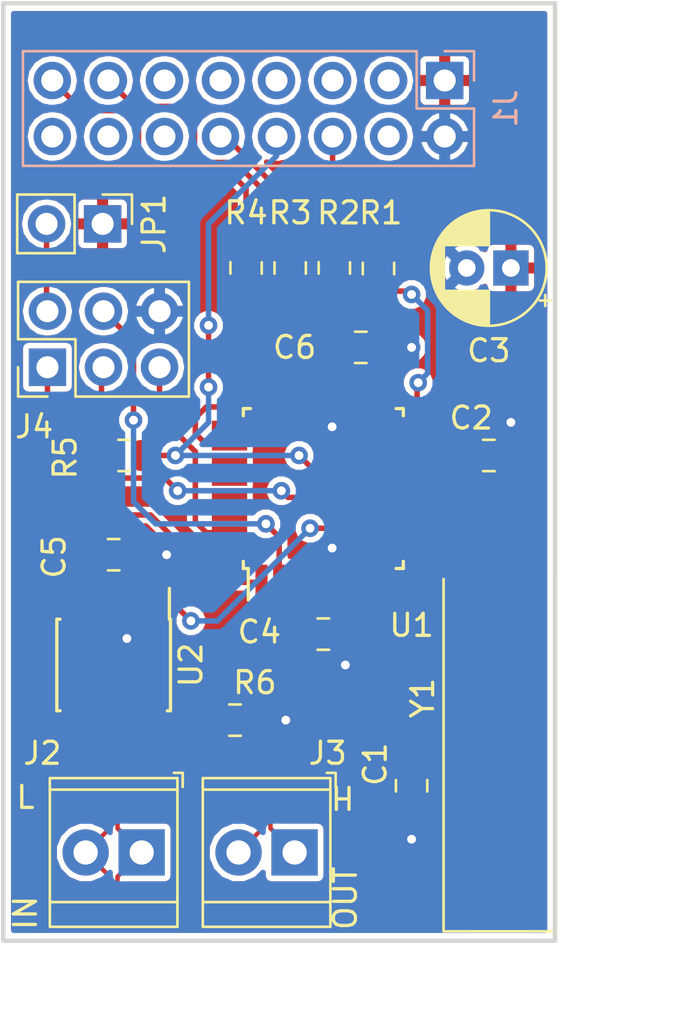
<source format=kicad_pcb>
(kicad_pcb (version 20171130) (host pcbnew 5.0.2+dfsg1-1)

  (general
    (thickness 1.6)
    (drawings 10)
    (tracks 181)
    (zones 0)
    (modules 20)
    (nets 24)
  )

  (page A4)
  (layers
    (0 F.Cu signal)
    (31 B.Cu signal)
    (32 B.Adhes user)
    (33 F.Adhes user)
    (34 B.Paste user)
    (35 F.Paste user)
    (36 B.SilkS user)
    (37 F.SilkS user)
    (38 B.Mask user)
    (39 F.Mask user)
    (40 Dwgs.User user)
    (41 Cmts.User user)
    (42 Eco1.User user)
    (43 Eco2.User user)
    (44 Edge.Cuts user)
    (45 Margin user)
    (46 B.CrtYd user)
    (47 F.CrtYd user)
    (48 B.Fab user hide)
    (49 F.Fab user hide)
  )

  (setup
    (last_trace_width 0.25)
    (trace_clearance 0.2)
    (zone_clearance 0.508)
    (zone_45_only no)
    (trace_min 0.2)
    (segment_width 0.2)
    (edge_width 0.15)
    (via_size 0.8)
    (via_drill 0.4)
    (via_min_size 0.4)
    (via_min_drill 0.3)
    (uvia_size 0.3)
    (uvia_drill 0.1)
    (uvias_allowed no)
    (uvia_min_size 0.2)
    (uvia_min_drill 0.1)
    (pcb_text_width 0.3)
    (pcb_text_size 1.5 1.5)
    (mod_edge_width 0.15)
    (mod_text_size 1 1)
    (mod_text_width 0.15)
    (pad_size 1.524 1.524)
    (pad_drill 0.762)
    (pad_to_mask_clearance 0.051)
    (solder_mask_min_width 0.25)
    (aux_axis_origin 0 0)
    (visible_elements FFFFFF7F)
    (pcbplotparams
      (layerselection 0x010fc_ffffffff)
      (usegerberextensions false)
      (usegerberattributes false)
      (usegerberadvancedattributes false)
      (creategerberjobfile false)
      (excludeedgelayer true)
      (linewidth 0.100000)
      (plotframeref false)
      (viasonmask false)
      (mode 1)
      (useauxorigin false)
      (hpglpennumber 1)
      (hpglpenspeed 20)
      (hpglpendiameter 15.000000)
      (psnegative false)
      (psa4output false)
      (plotreference true)
      (plotvalue true)
      (plotinvisibletext false)
      (padsonsilk false)
      (subtractmaskfromsilk false)
      (outputformat 1)
      (mirror false)
      (drillshape 1)
      (scaleselection 1)
      (outputdirectory ""))
  )

  (net 0 "")
  (net 1 GND)
  (net 2 "Net-(C1-Pad2)")
  (net 3 "Net-(C2-Pad2)")
  (net 4 +5V)
  (net 5 /CLK)
  (net 6 /ZCROSS)
  (net 7 /STROBE)
  (net 8 /DIN)
  (net 9 /DOUT)
  (net 10 /CAN_P)
  (net 11 /CAN_N)
  (net 12 /MISOISP)
  (net 13 "Net-(J4-Pad2)")
  (net 14 /SCKISP)
  (net 15 /MOSIISP)
  (net 16 /~RESET)
  (net 17 "Net-(R1-Pad1)")
  (net 18 "Net-(R2-Pad1)")
  (net 19 "Net-(R3-Pad1)")
  (net 20 "Net-(R4-Pad1)")
  (net 21 "Net-(R6-Pad2)")
  (net 22 /TXCAN)
  (net 23 /RXCAN)

  (net_class Default "This is the default net class."
    (clearance 0.2)
    (trace_width 0.25)
    (via_dia 0.8)
    (via_drill 0.4)
    (uvia_dia 0.3)
    (uvia_drill 0.1)
    (add_net +5V)
    (add_net /CLK)
    (add_net /DIN)
    (add_net /DOUT)
    (add_net /MISOISP)
    (add_net /MOSIISP)
    (add_net /RXCAN)
    (add_net /SCKISP)
    (add_net /STROBE)
    (add_net /TXCAN)
    (add_net /ZCROSS)
    (add_net /~RESET)
    (add_net GND)
    (add_net "Net-(C1-Pad2)")
    (add_net "Net-(C2-Pad2)")
    (add_net "Net-(J4-Pad2)")
    (add_net "Net-(R1-Pad1)")
    (add_net "Net-(R2-Pad1)")
    (add_net "Net-(R3-Pad1)")
    (add_net "Net-(R4-Pad1)")
    (add_net "Net-(R6-Pad2)")
  )

  (net_class CAN ""
    (clearance 0.15)
    (trace_width 0.2)
    (via_dia 0.8)
    (via_drill 0.4)
    (uvia_dia 0.3)
    (uvia_drill 0.1)
    (diff_pair_gap 0.15)
    (diff_pair_width 0.2)
    (add_net /CAN_N)
    (add_net /CAN_P)
  )

  (module Capacitor_SMD:C_0805_2012Metric_Pad1.15x1.40mm_HandSolder (layer F.Cu) (tedit 5B36C52B) (tstamp 5CB16B4E)
    (at 188.5 111.975 90)
    (descr "Capacitor SMD 0805 (2012 Metric), square (rectangular) end terminal, IPC_7351 nominal with elongated pad for handsoldering. (Body size source: https://docs.google.com/spreadsheets/d/1BsfQQcO9C6DZCsRaXUlFlo91Tg2WpOkGARC1WS5S8t0/edit?usp=sharing), generated with kicad-footprint-generator")
    (tags "capacitor handsolder")
    (path /5CA53C22)
    (attr smd)
    (fp_text reference C1 (at 0.975 -1.65 90) (layer F.SilkS)
      (effects (font (size 1 1) (thickness 0.15)))
    )
    (fp_text value 22p (at 0 1.65 90) (layer F.Fab)
      (effects (font (size 1 1) (thickness 0.15)))
    )
    (fp_line (start -1 0.6) (end -1 -0.6) (layer F.Fab) (width 0.1))
    (fp_line (start -1 -0.6) (end 1 -0.6) (layer F.Fab) (width 0.1))
    (fp_line (start 1 -0.6) (end 1 0.6) (layer F.Fab) (width 0.1))
    (fp_line (start 1 0.6) (end -1 0.6) (layer F.Fab) (width 0.1))
    (fp_line (start -0.261252 -0.71) (end 0.261252 -0.71) (layer F.SilkS) (width 0.12))
    (fp_line (start -0.261252 0.71) (end 0.261252 0.71) (layer F.SilkS) (width 0.12))
    (fp_line (start -1.85 0.95) (end -1.85 -0.95) (layer F.CrtYd) (width 0.05))
    (fp_line (start -1.85 -0.95) (end 1.85 -0.95) (layer F.CrtYd) (width 0.05))
    (fp_line (start 1.85 -0.95) (end 1.85 0.95) (layer F.CrtYd) (width 0.05))
    (fp_line (start 1.85 0.95) (end -1.85 0.95) (layer F.CrtYd) (width 0.05))
    (fp_text user %R (at 0 0 90) (layer F.Fab)
      (effects (font (size 0.5 0.5) (thickness 0.08)))
    )
    (pad 1 smd roundrect (at -1.025 0 90) (size 1.15 1.4) (layers F.Cu F.Paste F.Mask) (roundrect_rratio 0.217391)
      (net 1 GND))
    (pad 2 smd roundrect (at 1.025 0 90) (size 1.15 1.4) (layers F.Cu F.Paste F.Mask) (roundrect_rratio 0.217391)
      (net 2 "Net-(C1-Pad2)"))
    (model ${KISYS3DMOD}/Capacitor_SMD.3dshapes/C_0805_2012Metric.wrl
      (at (xyz 0 0 0))
      (scale (xyz 1 1 1))
      (rotate (xyz 0 0 0))
    )
  )

  (module Capacitor_SMD:C_0805_2012Metric_Pad1.15x1.40mm_HandSolder (layer F.Cu) (tedit 5B36C52B) (tstamp 5CB16B5F)
    (at 192 97 180)
    (descr "Capacitor SMD 0805 (2012 Metric), square (rectangular) end terminal, IPC_7351 nominal with elongated pad for handsoldering. (Body size source: https://docs.google.com/spreadsheets/d/1BsfQQcO9C6DZCsRaXUlFlo91Tg2WpOkGARC1WS5S8t0/edit?usp=sharing), generated with kicad-footprint-generator")
    (tags "capacitor handsolder")
    (path /5CA53C80)
    (attr smd)
    (fp_text reference C2 (at 0.8 1.7 180) (layer F.SilkS)
      (effects (font (size 1 1) (thickness 0.15)))
    )
    (fp_text value 22p (at 0 1.65 180) (layer F.Fab)
      (effects (font (size 1 1) (thickness 0.15)))
    )
    (fp_text user %R (at 0 0 180) (layer F.Fab)
      (effects (font (size 0.5 0.5) (thickness 0.08)))
    )
    (fp_line (start 1.85 0.95) (end -1.85 0.95) (layer F.CrtYd) (width 0.05))
    (fp_line (start 1.85 -0.95) (end 1.85 0.95) (layer F.CrtYd) (width 0.05))
    (fp_line (start -1.85 -0.95) (end 1.85 -0.95) (layer F.CrtYd) (width 0.05))
    (fp_line (start -1.85 0.95) (end -1.85 -0.95) (layer F.CrtYd) (width 0.05))
    (fp_line (start -0.261252 0.71) (end 0.261252 0.71) (layer F.SilkS) (width 0.12))
    (fp_line (start -0.261252 -0.71) (end 0.261252 -0.71) (layer F.SilkS) (width 0.12))
    (fp_line (start 1 0.6) (end -1 0.6) (layer F.Fab) (width 0.1))
    (fp_line (start 1 -0.6) (end 1 0.6) (layer F.Fab) (width 0.1))
    (fp_line (start -1 -0.6) (end 1 -0.6) (layer F.Fab) (width 0.1))
    (fp_line (start -1 0.6) (end -1 -0.6) (layer F.Fab) (width 0.1))
    (pad 2 smd roundrect (at 1.025 0 180) (size 1.15 1.4) (layers F.Cu F.Paste F.Mask) (roundrect_rratio 0.217391)
      (net 3 "Net-(C2-Pad2)"))
    (pad 1 smd roundrect (at -1.025 0 180) (size 1.15 1.4) (layers F.Cu F.Paste F.Mask) (roundrect_rratio 0.217391)
      (net 1 GND))
    (model ${KISYS3DMOD}/Capacitor_SMD.3dshapes/C_0805_2012Metric.wrl
      (at (xyz 0 0 0))
      (scale (xyz 1 1 1))
      (rotate (xyz 0 0 0))
    )
  )

  (module Capacitor_THT:CP_Radial_D5.0mm_P2.00mm (layer F.Cu) (tedit 5AE50EF0) (tstamp 5CB16BE2)
    (at 193 88.5 180)
    (descr "CP, Radial series, Radial, pin pitch=2.00mm, , diameter=5mm, Electrolytic Capacitor")
    (tags "CP Radial series Radial pin pitch 2.00mm  diameter 5mm Electrolytic Capacitor")
    (path /5CA54AD7)
    (fp_text reference C3 (at 1 -3.75 180) (layer F.SilkS)
      (effects (font (size 1 1) (thickness 0.15)))
    )
    (fp_text value 10u (at 1 3.75 180) (layer F.Fab)
      (effects (font (size 1 1) (thickness 0.15)))
    )
    (fp_circle (center 1 0) (end 3.5 0) (layer F.Fab) (width 0.1))
    (fp_circle (center 1 0) (end 3.62 0) (layer F.SilkS) (width 0.12))
    (fp_circle (center 1 0) (end 3.75 0) (layer F.CrtYd) (width 0.05))
    (fp_line (start -1.133605 -1.0875) (end -0.633605 -1.0875) (layer F.Fab) (width 0.1))
    (fp_line (start -0.883605 -1.3375) (end -0.883605 -0.8375) (layer F.Fab) (width 0.1))
    (fp_line (start 1 1.04) (end 1 2.58) (layer F.SilkS) (width 0.12))
    (fp_line (start 1 -2.58) (end 1 -1.04) (layer F.SilkS) (width 0.12))
    (fp_line (start 1.04 1.04) (end 1.04 2.58) (layer F.SilkS) (width 0.12))
    (fp_line (start 1.04 -2.58) (end 1.04 -1.04) (layer F.SilkS) (width 0.12))
    (fp_line (start 1.08 -2.579) (end 1.08 -1.04) (layer F.SilkS) (width 0.12))
    (fp_line (start 1.08 1.04) (end 1.08 2.579) (layer F.SilkS) (width 0.12))
    (fp_line (start 1.12 -2.578) (end 1.12 -1.04) (layer F.SilkS) (width 0.12))
    (fp_line (start 1.12 1.04) (end 1.12 2.578) (layer F.SilkS) (width 0.12))
    (fp_line (start 1.16 -2.576) (end 1.16 -1.04) (layer F.SilkS) (width 0.12))
    (fp_line (start 1.16 1.04) (end 1.16 2.576) (layer F.SilkS) (width 0.12))
    (fp_line (start 1.2 -2.573) (end 1.2 -1.04) (layer F.SilkS) (width 0.12))
    (fp_line (start 1.2 1.04) (end 1.2 2.573) (layer F.SilkS) (width 0.12))
    (fp_line (start 1.24 -2.569) (end 1.24 -1.04) (layer F.SilkS) (width 0.12))
    (fp_line (start 1.24 1.04) (end 1.24 2.569) (layer F.SilkS) (width 0.12))
    (fp_line (start 1.28 -2.565) (end 1.28 -1.04) (layer F.SilkS) (width 0.12))
    (fp_line (start 1.28 1.04) (end 1.28 2.565) (layer F.SilkS) (width 0.12))
    (fp_line (start 1.32 -2.561) (end 1.32 -1.04) (layer F.SilkS) (width 0.12))
    (fp_line (start 1.32 1.04) (end 1.32 2.561) (layer F.SilkS) (width 0.12))
    (fp_line (start 1.36 -2.556) (end 1.36 -1.04) (layer F.SilkS) (width 0.12))
    (fp_line (start 1.36 1.04) (end 1.36 2.556) (layer F.SilkS) (width 0.12))
    (fp_line (start 1.4 -2.55) (end 1.4 -1.04) (layer F.SilkS) (width 0.12))
    (fp_line (start 1.4 1.04) (end 1.4 2.55) (layer F.SilkS) (width 0.12))
    (fp_line (start 1.44 -2.543) (end 1.44 -1.04) (layer F.SilkS) (width 0.12))
    (fp_line (start 1.44 1.04) (end 1.44 2.543) (layer F.SilkS) (width 0.12))
    (fp_line (start 1.48 -2.536) (end 1.48 -1.04) (layer F.SilkS) (width 0.12))
    (fp_line (start 1.48 1.04) (end 1.48 2.536) (layer F.SilkS) (width 0.12))
    (fp_line (start 1.52 -2.528) (end 1.52 -1.04) (layer F.SilkS) (width 0.12))
    (fp_line (start 1.52 1.04) (end 1.52 2.528) (layer F.SilkS) (width 0.12))
    (fp_line (start 1.56 -2.52) (end 1.56 -1.04) (layer F.SilkS) (width 0.12))
    (fp_line (start 1.56 1.04) (end 1.56 2.52) (layer F.SilkS) (width 0.12))
    (fp_line (start 1.6 -2.511) (end 1.6 -1.04) (layer F.SilkS) (width 0.12))
    (fp_line (start 1.6 1.04) (end 1.6 2.511) (layer F.SilkS) (width 0.12))
    (fp_line (start 1.64 -2.501) (end 1.64 -1.04) (layer F.SilkS) (width 0.12))
    (fp_line (start 1.64 1.04) (end 1.64 2.501) (layer F.SilkS) (width 0.12))
    (fp_line (start 1.68 -2.491) (end 1.68 -1.04) (layer F.SilkS) (width 0.12))
    (fp_line (start 1.68 1.04) (end 1.68 2.491) (layer F.SilkS) (width 0.12))
    (fp_line (start 1.721 -2.48) (end 1.721 -1.04) (layer F.SilkS) (width 0.12))
    (fp_line (start 1.721 1.04) (end 1.721 2.48) (layer F.SilkS) (width 0.12))
    (fp_line (start 1.761 -2.468) (end 1.761 -1.04) (layer F.SilkS) (width 0.12))
    (fp_line (start 1.761 1.04) (end 1.761 2.468) (layer F.SilkS) (width 0.12))
    (fp_line (start 1.801 -2.455) (end 1.801 -1.04) (layer F.SilkS) (width 0.12))
    (fp_line (start 1.801 1.04) (end 1.801 2.455) (layer F.SilkS) (width 0.12))
    (fp_line (start 1.841 -2.442) (end 1.841 -1.04) (layer F.SilkS) (width 0.12))
    (fp_line (start 1.841 1.04) (end 1.841 2.442) (layer F.SilkS) (width 0.12))
    (fp_line (start 1.881 -2.428) (end 1.881 -1.04) (layer F.SilkS) (width 0.12))
    (fp_line (start 1.881 1.04) (end 1.881 2.428) (layer F.SilkS) (width 0.12))
    (fp_line (start 1.921 -2.414) (end 1.921 -1.04) (layer F.SilkS) (width 0.12))
    (fp_line (start 1.921 1.04) (end 1.921 2.414) (layer F.SilkS) (width 0.12))
    (fp_line (start 1.961 -2.398) (end 1.961 -1.04) (layer F.SilkS) (width 0.12))
    (fp_line (start 1.961 1.04) (end 1.961 2.398) (layer F.SilkS) (width 0.12))
    (fp_line (start 2.001 -2.382) (end 2.001 -1.04) (layer F.SilkS) (width 0.12))
    (fp_line (start 2.001 1.04) (end 2.001 2.382) (layer F.SilkS) (width 0.12))
    (fp_line (start 2.041 -2.365) (end 2.041 -1.04) (layer F.SilkS) (width 0.12))
    (fp_line (start 2.041 1.04) (end 2.041 2.365) (layer F.SilkS) (width 0.12))
    (fp_line (start 2.081 -2.348) (end 2.081 -1.04) (layer F.SilkS) (width 0.12))
    (fp_line (start 2.081 1.04) (end 2.081 2.348) (layer F.SilkS) (width 0.12))
    (fp_line (start 2.121 -2.329) (end 2.121 -1.04) (layer F.SilkS) (width 0.12))
    (fp_line (start 2.121 1.04) (end 2.121 2.329) (layer F.SilkS) (width 0.12))
    (fp_line (start 2.161 -2.31) (end 2.161 -1.04) (layer F.SilkS) (width 0.12))
    (fp_line (start 2.161 1.04) (end 2.161 2.31) (layer F.SilkS) (width 0.12))
    (fp_line (start 2.201 -2.29) (end 2.201 -1.04) (layer F.SilkS) (width 0.12))
    (fp_line (start 2.201 1.04) (end 2.201 2.29) (layer F.SilkS) (width 0.12))
    (fp_line (start 2.241 -2.268) (end 2.241 -1.04) (layer F.SilkS) (width 0.12))
    (fp_line (start 2.241 1.04) (end 2.241 2.268) (layer F.SilkS) (width 0.12))
    (fp_line (start 2.281 -2.247) (end 2.281 -1.04) (layer F.SilkS) (width 0.12))
    (fp_line (start 2.281 1.04) (end 2.281 2.247) (layer F.SilkS) (width 0.12))
    (fp_line (start 2.321 -2.224) (end 2.321 -1.04) (layer F.SilkS) (width 0.12))
    (fp_line (start 2.321 1.04) (end 2.321 2.224) (layer F.SilkS) (width 0.12))
    (fp_line (start 2.361 -2.2) (end 2.361 -1.04) (layer F.SilkS) (width 0.12))
    (fp_line (start 2.361 1.04) (end 2.361 2.2) (layer F.SilkS) (width 0.12))
    (fp_line (start 2.401 -2.175) (end 2.401 -1.04) (layer F.SilkS) (width 0.12))
    (fp_line (start 2.401 1.04) (end 2.401 2.175) (layer F.SilkS) (width 0.12))
    (fp_line (start 2.441 -2.149) (end 2.441 -1.04) (layer F.SilkS) (width 0.12))
    (fp_line (start 2.441 1.04) (end 2.441 2.149) (layer F.SilkS) (width 0.12))
    (fp_line (start 2.481 -2.122) (end 2.481 -1.04) (layer F.SilkS) (width 0.12))
    (fp_line (start 2.481 1.04) (end 2.481 2.122) (layer F.SilkS) (width 0.12))
    (fp_line (start 2.521 -2.095) (end 2.521 -1.04) (layer F.SilkS) (width 0.12))
    (fp_line (start 2.521 1.04) (end 2.521 2.095) (layer F.SilkS) (width 0.12))
    (fp_line (start 2.561 -2.065) (end 2.561 -1.04) (layer F.SilkS) (width 0.12))
    (fp_line (start 2.561 1.04) (end 2.561 2.065) (layer F.SilkS) (width 0.12))
    (fp_line (start 2.601 -2.035) (end 2.601 -1.04) (layer F.SilkS) (width 0.12))
    (fp_line (start 2.601 1.04) (end 2.601 2.035) (layer F.SilkS) (width 0.12))
    (fp_line (start 2.641 -2.004) (end 2.641 -1.04) (layer F.SilkS) (width 0.12))
    (fp_line (start 2.641 1.04) (end 2.641 2.004) (layer F.SilkS) (width 0.12))
    (fp_line (start 2.681 -1.971) (end 2.681 -1.04) (layer F.SilkS) (width 0.12))
    (fp_line (start 2.681 1.04) (end 2.681 1.971) (layer F.SilkS) (width 0.12))
    (fp_line (start 2.721 -1.937) (end 2.721 -1.04) (layer F.SilkS) (width 0.12))
    (fp_line (start 2.721 1.04) (end 2.721 1.937) (layer F.SilkS) (width 0.12))
    (fp_line (start 2.761 -1.901) (end 2.761 -1.04) (layer F.SilkS) (width 0.12))
    (fp_line (start 2.761 1.04) (end 2.761 1.901) (layer F.SilkS) (width 0.12))
    (fp_line (start 2.801 -1.864) (end 2.801 -1.04) (layer F.SilkS) (width 0.12))
    (fp_line (start 2.801 1.04) (end 2.801 1.864) (layer F.SilkS) (width 0.12))
    (fp_line (start 2.841 -1.826) (end 2.841 -1.04) (layer F.SilkS) (width 0.12))
    (fp_line (start 2.841 1.04) (end 2.841 1.826) (layer F.SilkS) (width 0.12))
    (fp_line (start 2.881 -1.785) (end 2.881 -1.04) (layer F.SilkS) (width 0.12))
    (fp_line (start 2.881 1.04) (end 2.881 1.785) (layer F.SilkS) (width 0.12))
    (fp_line (start 2.921 -1.743) (end 2.921 -1.04) (layer F.SilkS) (width 0.12))
    (fp_line (start 2.921 1.04) (end 2.921 1.743) (layer F.SilkS) (width 0.12))
    (fp_line (start 2.961 -1.699) (end 2.961 -1.04) (layer F.SilkS) (width 0.12))
    (fp_line (start 2.961 1.04) (end 2.961 1.699) (layer F.SilkS) (width 0.12))
    (fp_line (start 3.001 -1.653) (end 3.001 -1.04) (layer F.SilkS) (width 0.12))
    (fp_line (start 3.001 1.04) (end 3.001 1.653) (layer F.SilkS) (width 0.12))
    (fp_line (start 3.041 -1.605) (end 3.041 1.605) (layer F.SilkS) (width 0.12))
    (fp_line (start 3.081 -1.554) (end 3.081 1.554) (layer F.SilkS) (width 0.12))
    (fp_line (start 3.121 -1.5) (end 3.121 1.5) (layer F.SilkS) (width 0.12))
    (fp_line (start 3.161 -1.443) (end 3.161 1.443) (layer F.SilkS) (width 0.12))
    (fp_line (start 3.201 -1.383) (end 3.201 1.383) (layer F.SilkS) (width 0.12))
    (fp_line (start 3.241 -1.319) (end 3.241 1.319) (layer F.SilkS) (width 0.12))
    (fp_line (start 3.281 -1.251) (end 3.281 1.251) (layer F.SilkS) (width 0.12))
    (fp_line (start 3.321 -1.178) (end 3.321 1.178) (layer F.SilkS) (width 0.12))
    (fp_line (start 3.361 -1.098) (end 3.361 1.098) (layer F.SilkS) (width 0.12))
    (fp_line (start 3.401 -1.011) (end 3.401 1.011) (layer F.SilkS) (width 0.12))
    (fp_line (start 3.441 -0.915) (end 3.441 0.915) (layer F.SilkS) (width 0.12))
    (fp_line (start 3.481 -0.805) (end 3.481 0.805) (layer F.SilkS) (width 0.12))
    (fp_line (start 3.521 -0.677) (end 3.521 0.677) (layer F.SilkS) (width 0.12))
    (fp_line (start 3.561 -0.518) (end 3.561 0.518) (layer F.SilkS) (width 0.12))
    (fp_line (start 3.601 -0.284) (end 3.601 0.284) (layer F.SilkS) (width 0.12))
    (fp_line (start -1.804775 -1.475) (end -1.304775 -1.475) (layer F.SilkS) (width 0.12))
    (fp_line (start -1.554775 -1.725) (end -1.554775 -1.225) (layer F.SilkS) (width 0.12))
    (fp_text user %R (at 1 0 180) (layer F.Fab)
      (effects (font (size 1 1) (thickness 0.15)))
    )
    (pad 1 thru_hole rect (at 0 0 180) (size 1.6 1.6) (drill 0.8) (layers *.Cu *.Mask)
      (net 4 +5V))
    (pad 2 thru_hole circle (at 2 0 180) (size 1.6 1.6) (drill 0.8) (layers *.Cu *.Mask)
      (net 1 GND))
    (model ${KISYS3DMOD}/Capacitor_THT.3dshapes/CP_Radial_D5.0mm_P2.00mm.wrl
      (at (xyz 0 0 0))
      (scale (xyz 1 1 1))
      (rotate (xyz 0 0 0))
    )
  )

  (module Capacitor_SMD:C_0805_2012Metric_Pad1.15x1.40mm_HandSolder (layer F.Cu) (tedit 5B36C52B) (tstamp 5CB16BF3)
    (at 184.5 105.1)
    (descr "Capacitor SMD 0805 (2012 Metric), square (rectangular) end terminal, IPC_7351 nominal with elongated pad for handsoldering. (Body size source: https://docs.google.com/spreadsheets/d/1BsfQQcO9C6DZCsRaXUlFlo91Tg2WpOkGARC1WS5S8t0/edit?usp=sharing), generated with kicad-footprint-generator")
    (tags "capacitor handsolder")
    (path /5CA54379)
    (attr smd)
    (fp_text reference C4 (at -2.9 -0.1) (layer F.SilkS)
      (effects (font (size 1 1) (thickness 0.15)))
    )
    (fp_text value 100n (at 0 1.65) (layer F.Fab)
      (effects (font (size 1 1) (thickness 0.15)))
    )
    (fp_line (start -1 0.6) (end -1 -0.6) (layer F.Fab) (width 0.1))
    (fp_line (start -1 -0.6) (end 1 -0.6) (layer F.Fab) (width 0.1))
    (fp_line (start 1 -0.6) (end 1 0.6) (layer F.Fab) (width 0.1))
    (fp_line (start 1 0.6) (end -1 0.6) (layer F.Fab) (width 0.1))
    (fp_line (start -0.261252 -0.71) (end 0.261252 -0.71) (layer F.SilkS) (width 0.12))
    (fp_line (start -0.261252 0.71) (end 0.261252 0.71) (layer F.SilkS) (width 0.12))
    (fp_line (start -1.85 0.95) (end -1.85 -0.95) (layer F.CrtYd) (width 0.05))
    (fp_line (start -1.85 -0.95) (end 1.85 -0.95) (layer F.CrtYd) (width 0.05))
    (fp_line (start 1.85 -0.95) (end 1.85 0.95) (layer F.CrtYd) (width 0.05))
    (fp_line (start 1.85 0.95) (end -1.85 0.95) (layer F.CrtYd) (width 0.05))
    (fp_text user %R (at 0 0) (layer F.Fab)
      (effects (font (size 0.5 0.5) (thickness 0.08)))
    )
    (pad 1 smd roundrect (at -1.025 0) (size 1.15 1.4) (layers F.Cu F.Paste F.Mask) (roundrect_rratio 0.217391)
      (net 4 +5V))
    (pad 2 smd roundrect (at 1.025 0) (size 1.15 1.4) (layers F.Cu F.Paste F.Mask) (roundrect_rratio 0.217391)
      (net 1 GND))
    (model ${KISYS3DMOD}/Capacitor_SMD.3dshapes/C_0805_2012Metric.wrl
      (at (xyz 0 0 0))
      (scale (xyz 1 1 1))
      (rotate (xyz 0 0 0))
    )
  )

  (module Capacitor_SMD:C_0805_2012Metric_Pad1.15x1.40mm_HandSolder (layer F.Cu) (tedit 5B36C52B) (tstamp 5CB16C04)
    (at 175 101.5)
    (descr "Capacitor SMD 0805 (2012 Metric), square (rectangular) end terminal, IPC_7351 nominal with elongated pad for handsoldering. (Body size source: https://docs.google.com/spreadsheets/d/1BsfQQcO9C6DZCsRaXUlFlo91Tg2WpOkGARC1WS5S8t0/edit?usp=sharing), generated with kicad-footprint-generator")
    (tags "capacitor handsolder")
    (path /5CA53911)
    (attr smd)
    (fp_text reference C5 (at -2.7 0.1 90) (layer F.SilkS)
      (effects (font (size 1 1) (thickness 0.15)))
    )
    (fp_text value 100n (at 0 1.65) (layer F.Fab)
      (effects (font (size 1 1) (thickness 0.15)))
    )
    (fp_text user %R (at 0 0) (layer F.Fab)
      (effects (font (size 0.5 0.5) (thickness 0.08)))
    )
    (fp_line (start 1.85 0.95) (end -1.85 0.95) (layer F.CrtYd) (width 0.05))
    (fp_line (start 1.85 -0.95) (end 1.85 0.95) (layer F.CrtYd) (width 0.05))
    (fp_line (start -1.85 -0.95) (end 1.85 -0.95) (layer F.CrtYd) (width 0.05))
    (fp_line (start -1.85 0.95) (end -1.85 -0.95) (layer F.CrtYd) (width 0.05))
    (fp_line (start -0.261252 0.71) (end 0.261252 0.71) (layer F.SilkS) (width 0.12))
    (fp_line (start -0.261252 -0.71) (end 0.261252 -0.71) (layer F.SilkS) (width 0.12))
    (fp_line (start 1 0.6) (end -1 0.6) (layer F.Fab) (width 0.1))
    (fp_line (start 1 -0.6) (end 1 0.6) (layer F.Fab) (width 0.1))
    (fp_line (start -1 -0.6) (end 1 -0.6) (layer F.Fab) (width 0.1))
    (fp_line (start -1 0.6) (end -1 -0.6) (layer F.Fab) (width 0.1))
    (pad 2 smd roundrect (at 1.025 0) (size 1.15 1.4) (layers F.Cu F.Paste F.Mask) (roundrect_rratio 0.217391)
      (net 1 GND))
    (pad 1 smd roundrect (at -1.025 0) (size 1.15 1.4) (layers F.Cu F.Paste F.Mask) (roundrect_rratio 0.217391)
      (net 4 +5V))
    (model ${KISYS3DMOD}/Capacitor_SMD.3dshapes/C_0805_2012Metric.wrl
      (at (xyz 0 0 0))
      (scale (xyz 1 1 1))
      (rotate (xyz 0 0 0))
    )
  )

  (module TerminalBlock_TE-Connectivity:TerminalBlock_TE_282834-2_1x02_P2.54mm_Horizontal (layer F.Cu) (tedit 5B1EC513) (tstamp 5CB16C4A)
    (at 176.27 115 180)
    (descr "Terminal Block TE 282834-2, 2 pins, pitch 2.54mm, size 5.54x6.5mm^2, drill diamater 1.1mm, pad diameter 2.1mm, see http://www.te.com/commerce/DocumentDelivery/DDEController?Action=showdoc&DocId=Customer+Drawing%7F282834%7FC1%7Fpdf%7FEnglish%7FENG_CD_282834_C1.pdf, script-generated using https://github.com/pointhi/kicad-footprint-generator/scripts/TerminalBlock_TE-Connectivity")
    (tags "THT Terminal Block TE 282834-2 pitch 2.54mm size 5.54x6.5mm^2 drill 1.1mm pad 2.1mm")
    (path /5CA53A5C)
    (fp_text reference J2 (at 4.5 4.5 180) (layer F.SilkS)
      (effects (font (size 1 1) (thickness 0.15)))
    )
    (fp_text value "CAN In" (at 1.27 4.37 180) (layer F.Fab)
      (effects (font (size 1 1) (thickness 0.15)))
    )
    (fp_circle (center 0 0) (end 1.1 0) (layer F.Fab) (width 0.1))
    (fp_circle (center 2.54 0) (end 3.64 0) (layer F.Fab) (width 0.1))
    (fp_line (start -1.5 -3.25) (end 4.04 -3.25) (layer F.Fab) (width 0.1))
    (fp_line (start 4.04 -3.25) (end 4.04 3.25) (layer F.Fab) (width 0.1))
    (fp_line (start 4.04 3.25) (end -1.1 3.25) (layer F.Fab) (width 0.1))
    (fp_line (start -1.1 3.25) (end -1.5 2.85) (layer F.Fab) (width 0.1))
    (fp_line (start -1.5 2.85) (end -1.5 -3.25) (layer F.Fab) (width 0.1))
    (fp_line (start -1.5 2.85) (end 4.04 2.85) (layer F.Fab) (width 0.1))
    (fp_line (start -1.62 2.85) (end 4.16 2.85) (layer F.SilkS) (width 0.12))
    (fp_line (start -1.5 -2.25) (end 4.04 -2.25) (layer F.Fab) (width 0.1))
    (fp_line (start -1.62 -2.25) (end 4.16 -2.25) (layer F.SilkS) (width 0.12))
    (fp_line (start -1.62 -3.37) (end 4.16 -3.37) (layer F.SilkS) (width 0.12))
    (fp_line (start -1.62 3.37) (end 4.16 3.37) (layer F.SilkS) (width 0.12))
    (fp_line (start -1.62 -3.37) (end -1.62 3.37) (layer F.SilkS) (width 0.12))
    (fp_line (start 4.16 -3.37) (end 4.16 3.37) (layer F.SilkS) (width 0.12))
    (fp_line (start 0.835 -0.7) (end -0.701 0.835) (layer F.Fab) (width 0.1))
    (fp_line (start 0.701 -0.835) (end -0.835 0.7) (layer F.Fab) (width 0.1))
    (fp_line (start 3.375 -0.7) (end 1.84 0.835) (layer F.Fab) (width 0.1))
    (fp_line (start 3.241 -0.835) (end 1.706 0.7) (layer F.Fab) (width 0.1))
    (fp_line (start -1.86 2.97) (end -1.86 3.61) (layer F.SilkS) (width 0.12))
    (fp_line (start -1.86 3.61) (end -1.46 3.61) (layer F.SilkS) (width 0.12))
    (fp_line (start -2 -3.75) (end -2 3.75) (layer F.CrtYd) (width 0.05))
    (fp_line (start -2 3.75) (end 4.54 3.75) (layer F.CrtYd) (width 0.05))
    (fp_line (start 4.54 3.75) (end 4.54 -3.75) (layer F.CrtYd) (width 0.05))
    (fp_line (start 4.54 -3.75) (end -2 -3.75) (layer F.CrtYd) (width 0.05))
    (fp_text user %R (at 1.27 2 180) (layer F.Fab)
      (effects (font (size 1 1) (thickness 0.15)))
    )
    (pad 1 thru_hole rect (at 0 0 180) (size 2.1 2.1) (drill 1.1) (layers *.Cu *.Mask)
      (net 10 /CAN_P))
    (pad 2 thru_hole circle (at 2.54 0 180) (size 2.1 2.1) (drill 1.1) (layers *.Cu *.Mask)
      (net 11 /CAN_N))
    (model ${KISYS3DMOD}/TerminalBlock_TE-Connectivity.3dshapes/TerminalBlock_TE_282834-2_1x02_P2.54mm_Horizontal.wrl
      (at (xyz 0 0 0))
      (scale (xyz 1 1 1))
      (rotate (xyz 0 0 0))
    )
  )

  (module TerminalBlock_TE-Connectivity:TerminalBlock_TE_282834-2_1x02_P2.54mm_Horizontal (layer F.Cu) (tedit 5B1EC513) (tstamp 5CB16C6A)
    (at 183.2 115 180)
    (descr "Terminal Block TE 282834-2, 2 pins, pitch 2.54mm, size 5.54x6.5mm^2, drill diamater 1.1mm, pad diameter 2.1mm, see http://www.te.com/commerce/DocumentDelivery/DDEController?Action=showdoc&DocId=Customer+Drawing%7F282834%7FC1%7Fpdf%7FEnglish%7FENG_CD_282834_C1.pdf, script-generated using https://github.com/pointhi/kicad-footprint-generator/scripts/TerminalBlock_TE-Connectivity")
    (tags "THT Terminal Block TE 282834-2 pitch 2.54mm size 5.54x6.5mm^2 drill 1.1mm pad 2.1mm")
    (path /5CA53AD4)
    (fp_text reference J3 (at -1.5 4.5 180) (layer F.SilkS)
      (effects (font (size 1 1) (thickness 0.15)))
    )
    (fp_text value "CAN Out" (at 1.27 4.37 180) (layer F.Fab)
      (effects (font (size 1 1) (thickness 0.15)))
    )
    (fp_text user %R (at 1.27 2 180) (layer F.Fab)
      (effects (font (size 1 1) (thickness 0.15)))
    )
    (fp_line (start 4.54 -3.75) (end -2 -3.75) (layer F.CrtYd) (width 0.05))
    (fp_line (start 4.54 3.75) (end 4.54 -3.75) (layer F.CrtYd) (width 0.05))
    (fp_line (start -2 3.75) (end 4.54 3.75) (layer F.CrtYd) (width 0.05))
    (fp_line (start -2 -3.75) (end -2 3.75) (layer F.CrtYd) (width 0.05))
    (fp_line (start -1.86 3.61) (end -1.46 3.61) (layer F.SilkS) (width 0.12))
    (fp_line (start -1.86 2.97) (end -1.86 3.61) (layer F.SilkS) (width 0.12))
    (fp_line (start 3.241 -0.835) (end 1.706 0.7) (layer F.Fab) (width 0.1))
    (fp_line (start 3.375 -0.7) (end 1.84 0.835) (layer F.Fab) (width 0.1))
    (fp_line (start 0.701 -0.835) (end -0.835 0.7) (layer F.Fab) (width 0.1))
    (fp_line (start 0.835 -0.7) (end -0.701 0.835) (layer F.Fab) (width 0.1))
    (fp_line (start 4.16 -3.37) (end 4.16 3.37) (layer F.SilkS) (width 0.12))
    (fp_line (start -1.62 -3.37) (end -1.62 3.37) (layer F.SilkS) (width 0.12))
    (fp_line (start -1.62 3.37) (end 4.16 3.37) (layer F.SilkS) (width 0.12))
    (fp_line (start -1.62 -3.37) (end 4.16 -3.37) (layer F.SilkS) (width 0.12))
    (fp_line (start -1.62 -2.25) (end 4.16 -2.25) (layer F.SilkS) (width 0.12))
    (fp_line (start -1.5 -2.25) (end 4.04 -2.25) (layer F.Fab) (width 0.1))
    (fp_line (start -1.62 2.85) (end 4.16 2.85) (layer F.SilkS) (width 0.12))
    (fp_line (start -1.5 2.85) (end 4.04 2.85) (layer F.Fab) (width 0.1))
    (fp_line (start -1.5 2.85) (end -1.5 -3.25) (layer F.Fab) (width 0.1))
    (fp_line (start -1.1 3.25) (end -1.5 2.85) (layer F.Fab) (width 0.1))
    (fp_line (start 4.04 3.25) (end -1.1 3.25) (layer F.Fab) (width 0.1))
    (fp_line (start 4.04 -3.25) (end 4.04 3.25) (layer F.Fab) (width 0.1))
    (fp_line (start -1.5 -3.25) (end 4.04 -3.25) (layer F.Fab) (width 0.1))
    (fp_circle (center 2.54 0) (end 3.64 0) (layer F.Fab) (width 0.1))
    (fp_circle (center 0 0) (end 1.1 0) (layer F.Fab) (width 0.1))
    (pad 2 thru_hole circle (at 2.54 0 180) (size 2.1 2.1) (drill 1.1) (layers *.Cu *.Mask)
      (net 11 /CAN_N))
    (pad 1 thru_hole rect (at 0 0 180) (size 2.1 2.1) (drill 1.1) (layers *.Cu *.Mask)
      (net 10 /CAN_P))
    (model ${KISYS3DMOD}/TerminalBlock_TE-Connectivity.3dshapes/TerminalBlock_TE_282834-2_1x02_P2.54mm_Horizontal.wrl
      (at (xyz 0 0 0))
      (scale (xyz 1 1 1))
      (rotate (xyz 0 0 0))
    )
  )

  (module Connector_PinHeader_2.54mm:PinHeader_2x03_P2.54mm_Vertical (layer F.Cu) (tedit 59FED5CC) (tstamp 5CB16C86)
    (at 172 93 90)
    (descr "Through hole straight pin header, 2x03, 2.54mm pitch, double rows")
    (tags "Through hole pin header THT 2x03 2.54mm double row")
    (path /5CA54E1F)
    (fp_text reference J4 (at -2.7 -0.6 180) (layer F.SilkS)
      (effects (font (size 1 1) (thickness 0.15)))
    )
    (fp_text value AVR-ISP-6 (at 1.27 7.41 90) (layer F.Fab)
      (effects (font (size 1 1) (thickness 0.15)))
    )
    (fp_line (start 0 -1.27) (end 3.81 -1.27) (layer F.Fab) (width 0.1))
    (fp_line (start 3.81 -1.27) (end 3.81 6.35) (layer F.Fab) (width 0.1))
    (fp_line (start 3.81 6.35) (end -1.27 6.35) (layer F.Fab) (width 0.1))
    (fp_line (start -1.27 6.35) (end -1.27 0) (layer F.Fab) (width 0.1))
    (fp_line (start -1.27 0) (end 0 -1.27) (layer F.Fab) (width 0.1))
    (fp_line (start -1.33 6.41) (end 3.87 6.41) (layer F.SilkS) (width 0.12))
    (fp_line (start -1.33 1.27) (end -1.33 6.41) (layer F.SilkS) (width 0.12))
    (fp_line (start 3.87 -1.33) (end 3.87 6.41) (layer F.SilkS) (width 0.12))
    (fp_line (start -1.33 1.27) (end 1.27 1.27) (layer F.SilkS) (width 0.12))
    (fp_line (start 1.27 1.27) (end 1.27 -1.33) (layer F.SilkS) (width 0.12))
    (fp_line (start 1.27 -1.33) (end 3.87 -1.33) (layer F.SilkS) (width 0.12))
    (fp_line (start -1.33 0) (end -1.33 -1.33) (layer F.SilkS) (width 0.12))
    (fp_line (start -1.33 -1.33) (end 0 -1.33) (layer F.SilkS) (width 0.12))
    (fp_line (start -1.8 -1.8) (end -1.8 6.85) (layer F.CrtYd) (width 0.05))
    (fp_line (start -1.8 6.85) (end 4.35 6.85) (layer F.CrtYd) (width 0.05))
    (fp_line (start 4.35 6.85) (end 4.35 -1.8) (layer F.CrtYd) (width 0.05))
    (fp_line (start 4.35 -1.8) (end -1.8 -1.8) (layer F.CrtYd) (width 0.05))
    (fp_text user %R (at 1.27 2.54 180) (layer F.Fab)
      (effects (font (size 1 1) (thickness 0.15)))
    )
    (pad 1 thru_hole rect (at 0 0 90) (size 1.7 1.7) (drill 1) (layers *.Cu *.Mask)
      (net 12 /MISOISP))
    (pad 2 thru_hole oval (at 2.54 0 90) (size 1.7 1.7) (drill 1) (layers *.Cu *.Mask)
      (net 13 "Net-(J4-Pad2)"))
    (pad 3 thru_hole oval (at 0 2.54 90) (size 1.7 1.7) (drill 1) (layers *.Cu *.Mask)
      (net 14 /SCKISP))
    (pad 4 thru_hole oval (at 2.54 2.54 90) (size 1.7 1.7) (drill 1) (layers *.Cu *.Mask)
      (net 15 /MOSIISP))
    (pad 5 thru_hole oval (at 0 5.08 90) (size 1.7 1.7) (drill 1) (layers *.Cu *.Mask)
      (net 16 /~RESET))
    (pad 6 thru_hole oval (at 2.54 5.08 90) (size 1.7 1.7) (drill 1) (layers *.Cu *.Mask)
      (net 1 GND))
    (model ${KISYS3DMOD}/Connector_PinHeader_2.54mm.3dshapes/PinHeader_2x03_P2.54mm_Vertical.wrl
      (at (xyz 0 0 0))
      (scale (xyz 1 1 1))
      (rotate (xyz 0 0 0))
    )
  )

  (module Connector_PinHeader_2.54mm:PinHeader_1x02_P2.54mm_Vertical (layer F.Cu) (tedit 59FED5CC) (tstamp 5CB16C9C)
    (at 174.5 86.5 270)
    (descr "Through hole straight pin header, 1x02, 2.54mm pitch, single row")
    (tags "Through hole pin header THT 1x02 2.54mm single row")
    (path /5CA5515E)
    (fp_text reference JP1 (at 0 -2.33 270) (layer F.SilkS)
      (effects (font (size 1 1) (thickness 0.15)))
    )
    (fp_text value "ISP Power" (at 0 4.87 270) (layer F.Fab)
      (effects (font (size 1 1) (thickness 0.15)))
    )
    (fp_line (start -0.635 -1.27) (end 1.27 -1.27) (layer F.Fab) (width 0.1))
    (fp_line (start 1.27 -1.27) (end 1.27 3.81) (layer F.Fab) (width 0.1))
    (fp_line (start 1.27 3.81) (end -1.27 3.81) (layer F.Fab) (width 0.1))
    (fp_line (start -1.27 3.81) (end -1.27 -0.635) (layer F.Fab) (width 0.1))
    (fp_line (start -1.27 -0.635) (end -0.635 -1.27) (layer F.Fab) (width 0.1))
    (fp_line (start -1.33 3.87) (end 1.33 3.87) (layer F.SilkS) (width 0.12))
    (fp_line (start -1.33 1.27) (end -1.33 3.87) (layer F.SilkS) (width 0.12))
    (fp_line (start 1.33 1.27) (end 1.33 3.87) (layer F.SilkS) (width 0.12))
    (fp_line (start -1.33 1.27) (end 1.33 1.27) (layer F.SilkS) (width 0.12))
    (fp_line (start -1.33 0) (end -1.33 -1.33) (layer F.SilkS) (width 0.12))
    (fp_line (start -1.33 -1.33) (end 0 -1.33) (layer F.SilkS) (width 0.12))
    (fp_line (start -1.8 -1.8) (end -1.8 4.35) (layer F.CrtYd) (width 0.05))
    (fp_line (start -1.8 4.35) (end 1.8 4.35) (layer F.CrtYd) (width 0.05))
    (fp_line (start 1.8 4.35) (end 1.8 -1.8) (layer F.CrtYd) (width 0.05))
    (fp_line (start 1.8 -1.8) (end -1.8 -1.8) (layer F.CrtYd) (width 0.05))
    (fp_text user %R (at 0 1.27) (layer F.Fab)
      (effects (font (size 1 1) (thickness 0.15)))
    )
    (pad 1 thru_hole rect (at 0 0 270) (size 1.7 1.7) (drill 1) (layers *.Cu *.Mask)
      (net 4 +5V))
    (pad 2 thru_hole oval (at 0 2.54 270) (size 1.7 1.7) (drill 1) (layers *.Cu *.Mask)
      (net 13 "Net-(J4-Pad2)"))
    (model ${KISYS3DMOD}/Connector_PinHeader_2.54mm.3dshapes/PinHeader_1x02_P2.54mm_Vertical.wrl
      (at (xyz 0 0 0))
      (scale (xyz 1 1 1))
      (rotate (xyz 0 0 0))
    )
  )

  (module Resistor_SMD:R_0805_2012Metric_Pad1.15x1.40mm_HandSolder (layer F.Cu) (tedit 5B36C52B) (tstamp 5CB16CAD)
    (at 187 88.525 90)
    (descr "Resistor SMD 0805 (2012 Metric), square (rectangular) end terminal, IPC_7351 nominal with elongated pad for handsoldering. (Body size source: https://docs.google.com/spreadsheets/d/1BsfQQcO9C6DZCsRaXUlFlo91Tg2WpOkGARC1WS5S8t0/edit?usp=sharing), generated with kicad-footprint-generator")
    (tags "resistor handsolder")
    (path /5CA57048)
    (attr smd)
    (fp_text reference R1 (at 2.525 0.1 180) (layer F.SilkS)
      (effects (font (size 1 1) (thickness 0.15)))
    )
    (fp_text value 1k (at 0 1.65 90) (layer F.Fab)
      (effects (font (size 1 1) (thickness 0.15)))
    )
    (fp_line (start -1 0.6) (end -1 -0.6) (layer F.Fab) (width 0.1))
    (fp_line (start -1 -0.6) (end 1 -0.6) (layer F.Fab) (width 0.1))
    (fp_line (start 1 -0.6) (end 1 0.6) (layer F.Fab) (width 0.1))
    (fp_line (start 1 0.6) (end -1 0.6) (layer F.Fab) (width 0.1))
    (fp_line (start -0.261252 -0.71) (end 0.261252 -0.71) (layer F.SilkS) (width 0.12))
    (fp_line (start -0.261252 0.71) (end 0.261252 0.71) (layer F.SilkS) (width 0.12))
    (fp_line (start -1.85 0.95) (end -1.85 -0.95) (layer F.CrtYd) (width 0.05))
    (fp_line (start -1.85 -0.95) (end 1.85 -0.95) (layer F.CrtYd) (width 0.05))
    (fp_line (start 1.85 -0.95) (end 1.85 0.95) (layer F.CrtYd) (width 0.05))
    (fp_line (start 1.85 0.95) (end -1.85 0.95) (layer F.CrtYd) (width 0.05))
    (fp_text user %R (at 0 0 90) (layer F.Fab)
      (effects (font (size 0.5 0.5) (thickness 0.08)))
    )
    (pad 1 smd roundrect (at -1.025 0 90) (size 1.15 1.4) (layers F.Cu F.Paste F.Mask) (roundrect_rratio 0.217391)
      (net 17 "Net-(R1-Pad1)"))
    (pad 2 smd roundrect (at 1.025 0 90) (size 1.15 1.4) (layers F.Cu F.Paste F.Mask) (roundrect_rratio 0.217391)
      (net 5 /CLK))
    (model ${KISYS3DMOD}/Resistor_SMD.3dshapes/R_0805_2012Metric.wrl
      (at (xyz 0 0 0))
      (scale (xyz 1 1 1))
      (rotate (xyz 0 0 0))
    )
  )

  (module Resistor_SMD:R_0805_2012Metric_Pad1.15x1.40mm_HandSolder (layer F.Cu) (tedit 5B36C52B) (tstamp 5CB16CBE)
    (at 185 88.5 90)
    (descr "Resistor SMD 0805 (2012 Metric), square (rectangular) end terminal, IPC_7351 nominal with elongated pad for handsoldering. (Body size source: https://docs.google.com/spreadsheets/d/1BsfQQcO9C6DZCsRaXUlFlo91Tg2WpOkGARC1WS5S8t0/edit?usp=sharing), generated with kicad-footprint-generator")
    (tags "resistor handsolder")
    (path /5CA5711A)
    (attr smd)
    (fp_text reference R2 (at 2.5 0.2 180) (layer F.SilkS)
      (effects (font (size 1 1) (thickness 0.15)))
    )
    (fp_text value 1k (at 0 1.65 90) (layer F.Fab)
      (effects (font (size 1 1) (thickness 0.15)))
    )
    (fp_text user %R (at 0 0 90) (layer F.Fab)
      (effects (font (size 0.5 0.5) (thickness 0.08)))
    )
    (fp_line (start 1.85 0.95) (end -1.85 0.95) (layer F.CrtYd) (width 0.05))
    (fp_line (start 1.85 -0.95) (end 1.85 0.95) (layer F.CrtYd) (width 0.05))
    (fp_line (start -1.85 -0.95) (end 1.85 -0.95) (layer F.CrtYd) (width 0.05))
    (fp_line (start -1.85 0.95) (end -1.85 -0.95) (layer F.CrtYd) (width 0.05))
    (fp_line (start -0.261252 0.71) (end 0.261252 0.71) (layer F.SilkS) (width 0.12))
    (fp_line (start -0.261252 -0.71) (end 0.261252 -0.71) (layer F.SilkS) (width 0.12))
    (fp_line (start 1 0.6) (end -1 0.6) (layer F.Fab) (width 0.1))
    (fp_line (start 1 -0.6) (end 1 0.6) (layer F.Fab) (width 0.1))
    (fp_line (start -1 -0.6) (end 1 -0.6) (layer F.Fab) (width 0.1))
    (fp_line (start -1 0.6) (end -1 -0.6) (layer F.Fab) (width 0.1))
    (pad 2 smd roundrect (at 1.025 0 90) (size 1.15 1.4) (layers F.Cu F.Paste F.Mask) (roundrect_rratio 0.217391)
      (net 7 /STROBE))
    (pad 1 smd roundrect (at -1.025 0 90) (size 1.15 1.4) (layers F.Cu F.Paste F.Mask) (roundrect_rratio 0.217391)
      (net 18 "Net-(R2-Pad1)"))
    (model ${KISYS3DMOD}/Resistor_SMD.3dshapes/R_0805_2012Metric.wrl
      (at (xyz 0 0 0))
      (scale (xyz 1 1 1))
      (rotate (xyz 0 0 0))
    )
  )

  (module Resistor_SMD:R_0805_2012Metric_Pad1.15x1.40mm_HandSolder (layer F.Cu) (tedit 5B36C52B) (tstamp 5CB16CCF)
    (at 183 88.5 90)
    (descr "Resistor SMD 0805 (2012 Metric), square (rectangular) end terminal, IPC_7351 nominal with elongated pad for handsoldering. (Body size source: https://docs.google.com/spreadsheets/d/1BsfQQcO9C6DZCsRaXUlFlo91Tg2WpOkGARC1WS5S8t0/edit?usp=sharing), generated with kicad-footprint-generator")
    (tags "resistor handsolder")
    (path /5CA5714C)
    (attr smd)
    (fp_text reference R3 (at 2.5 0 180) (layer F.SilkS)
      (effects (font (size 1 1) (thickness 0.15)))
    )
    (fp_text value 1k (at 0 1.65 90) (layer F.Fab)
      (effects (font (size 1 1) (thickness 0.15)))
    )
    (fp_line (start -1 0.6) (end -1 -0.6) (layer F.Fab) (width 0.1))
    (fp_line (start -1 -0.6) (end 1 -0.6) (layer F.Fab) (width 0.1))
    (fp_line (start 1 -0.6) (end 1 0.6) (layer F.Fab) (width 0.1))
    (fp_line (start 1 0.6) (end -1 0.6) (layer F.Fab) (width 0.1))
    (fp_line (start -0.261252 -0.71) (end 0.261252 -0.71) (layer F.SilkS) (width 0.12))
    (fp_line (start -0.261252 0.71) (end 0.261252 0.71) (layer F.SilkS) (width 0.12))
    (fp_line (start -1.85 0.95) (end -1.85 -0.95) (layer F.CrtYd) (width 0.05))
    (fp_line (start -1.85 -0.95) (end 1.85 -0.95) (layer F.CrtYd) (width 0.05))
    (fp_line (start 1.85 -0.95) (end 1.85 0.95) (layer F.CrtYd) (width 0.05))
    (fp_line (start 1.85 0.95) (end -1.85 0.95) (layer F.CrtYd) (width 0.05))
    (fp_text user %R (at 0 0 90) (layer F.Fab)
      (effects (font (size 0.5 0.5) (thickness 0.08)))
    )
    (pad 1 smd roundrect (at -1.025 0 90) (size 1.15 1.4) (layers F.Cu F.Paste F.Mask) (roundrect_rratio 0.217391)
      (net 19 "Net-(R3-Pad1)"))
    (pad 2 smd roundrect (at 1.025 0 90) (size 1.15 1.4) (layers F.Cu F.Paste F.Mask) (roundrect_rratio 0.217391)
      (net 8 /DIN))
    (model ${KISYS3DMOD}/Resistor_SMD.3dshapes/R_0805_2012Metric.wrl
      (at (xyz 0 0 0))
      (scale (xyz 1 1 1))
      (rotate (xyz 0 0 0))
    )
  )

  (module Resistor_SMD:R_0805_2012Metric_Pad1.15x1.40mm_HandSolder (layer F.Cu) (tedit 5B36C52B) (tstamp 5CB16CE0)
    (at 181 88.5 90)
    (descr "Resistor SMD 0805 (2012 Metric), square (rectangular) end terminal, IPC_7351 nominal with elongated pad for handsoldering. (Body size source: https://docs.google.com/spreadsheets/d/1BsfQQcO9C6DZCsRaXUlFlo91Tg2WpOkGARC1WS5S8t0/edit?usp=sharing), generated with kicad-footprint-generator")
    (tags "resistor handsolder")
    (path /5CA57180)
    (attr smd)
    (fp_text reference R4 (at 2.5 0 180) (layer F.SilkS)
      (effects (font (size 1 1) (thickness 0.15)))
    )
    (fp_text value 1k (at 0 1.65 90) (layer F.Fab)
      (effects (font (size 1 1) (thickness 0.15)))
    )
    (fp_text user %R (at 0 0 90) (layer F.Fab)
      (effects (font (size 0.5 0.5) (thickness 0.08)))
    )
    (fp_line (start 1.85 0.95) (end -1.85 0.95) (layer F.CrtYd) (width 0.05))
    (fp_line (start 1.85 -0.95) (end 1.85 0.95) (layer F.CrtYd) (width 0.05))
    (fp_line (start -1.85 -0.95) (end 1.85 -0.95) (layer F.CrtYd) (width 0.05))
    (fp_line (start -1.85 0.95) (end -1.85 -0.95) (layer F.CrtYd) (width 0.05))
    (fp_line (start -0.261252 0.71) (end 0.261252 0.71) (layer F.SilkS) (width 0.12))
    (fp_line (start -0.261252 -0.71) (end 0.261252 -0.71) (layer F.SilkS) (width 0.12))
    (fp_line (start 1 0.6) (end -1 0.6) (layer F.Fab) (width 0.1))
    (fp_line (start 1 -0.6) (end 1 0.6) (layer F.Fab) (width 0.1))
    (fp_line (start -1 -0.6) (end 1 -0.6) (layer F.Fab) (width 0.1))
    (fp_line (start -1 0.6) (end -1 -0.6) (layer F.Fab) (width 0.1))
    (pad 2 smd roundrect (at 1.025 0 90) (size 1.15 1.4) (layers F.Cu F.Paste F.Mask) (roundrect_rratio 0.217391)
      (net 9 /DOUT))
    (pad 1 smd roundrect (at -1.025 0 90) (size 1.15 1.4) (layers F.Cu F.Paste F.Mask) (roundrect_rratio 0.217391)
      (net 20 "Net-(R4-Pad1)"))
    (model ${KISYS3DMOD}/Resistor_SMD.3dshapes/R_0805_2012Metric.wrl
      (at (xyz 0 0 0))
      (scale (xyz 1 1 1))
      (rotate (xyz 0 0 0))
    )
  )

  (module Resistor_SMD:R_0805_2012Metric_Pad1.15x1.40mm_HandSolder (layer F.Cu) (tedit 5B36C52B) (tstamp 5CB16CF1)
    (at 175.475 97 180)
    (descr "Resistor SMD 0805 (2012 Metric), square (rectangular) end terminal, IPC_7351 nominal with elongated pad for handsoldering. (Body size source: https://docs.google.com/spreadsheets/d/1BsfQQcO9C6DZCsRaXUlFlo91Tg2WpOkGARC1WS5S8t0/edit?usp=sharing), generated with kicad-footprint-generator")
    (tags "resistor handsolder")
    (path /5CA56231)
    (attr smd)
    (fp_text reference R5 (at 2.675 -0.1 270) (layer F.SilkS)
      (effects (font (size 1 1) (thickness 0.15)))
    )
    (fp_text value 0 (at 0 1.65 180) (layer F.Fab)
      (effects (font (size 1 1) (thickness 0.15)))
    )
    (fp_text user %R (at 0 0 180) (layer F.Fab)
      (effects (font (size 0.5 0.5) (thickness 0.08)))
    )
    (fp_line (start 1.85 0.95) (end -1.85 0.95) (layer F.CrtYd) (width 0.05))
    (fp_line (start 1.85 -0.95) (end 1.85 0.95) (layer F.CrtYd) (width 0.05))
    (fp_line (start -1.85 -0.95) (end 1.85 -0.95) (layer F.CrtYd) (width 0.05))
    (fp_line (start -1.85 0.95) (end -1.85 -0.95) (layer F.CrtYd) (width 0.05))
    (fp_line (start -0.261252 0.71) (end 0.261252 0.71) (layer F.SilkS) (width 0.12))
    (fp_line (start -0.261252 -0.71) (end 0.261252 -0.71) (layer F.SilkS) (width 0.12))
    (fp_line (start 1 0.6) (end -1 0.6) (layer F.Fab) (width 0.1))
    (fp_line (start 1 -0.6) (end 1 0.6) (layer F.Fab) (width 0.1))
    (fp_line (start -1 -0.6) (end 1 -0.6) (layer F.Fab) (width 0.1))
    (fp_line (start -1 0.6) (end -1 -0.6) (layer F.Fab) (width 0.1))
    (pad 2 smd roundrect (at 1.025 0 180) (size 1.15 1.4) (layers F.Cu F.Paste F.Mask) (roundrect_rratio 0.217391)
      (net 14 /SCKISP))
    (pad 1 smd roundrect (at -1.025 0 180) (size 1.15 1.4) (layers F.Cu F.Paste F.Mask) (roundrect_rratio 0.217391)
      (net 6 /ZCROSS))
    (model ${KISYS3DMOD}/Resistor_SMD.3dshapes/R_0805_2012Metric.wrl
      (at (xyz 0 0 0))
      (scale (xyz 1 1 1))
      (rotate (xyz 0 0 0))
    )
  )

  (module Resistor_SMD:R_0805_2012Metric_Pad1.15x1.40mm_HandSolder (layer F.Cu) (tedit 5B36C52B) (tstamp 5CB16D02)
    (at 180.5 109 180)
    (descr "Resistor SMD 0805 (2012 Metric), square (rectangular) end terminal, IPC_7351 nominal with elongated pad for handsoldering. (Body size source: https://docs.google.com/spreadsheets/d/1BsfQQcO9C6DZCsRaXUlFlo91Tg2WpOkGARC1WS5S8t0/edit?usp=sharing), generated with kicad-footprint-generator")
    (tags "resistor handsolder")
    (path /5CA54128)
    (attr smd)
    (fp_text reference R6 (at -0.9 1.7 180) (layer F.SilkS)
      (effects (font (size 1 1) (thickness 0.15)))
    )
    (fp_text value 0 (at 0 1.65 180) (layer F.Fab)
      (effects (font (size 1 1) (thickness 0.15)))
    )
    (fp_line (start -1 0.6) (end -1 -0.6) (layer F.Fab) (width 0.1))
    (fp_line (start -1 -0.6) (end 1 -0.6) (layer F.Fab) (width 0.1))
    (fp_line (start 1 -0.6) (end 1 0.6) (layer F.Fab) (width 0.1))
    (fp_line (start 1 0.6) (end -1 0.6) (layer F.Fab) (width 0.1))
    (fp_line (start -0.261252 -0.71) (end 0.261252 -0.71) (layer F.SilkS) (width 0.12))
    (fp_line (start -0.261252 0.71) (end 0.261252 0.71) (layer F.SilkS) (width 0.12))
    (fp_line (start -1.85 0.95) (end -1.85 -0.95) (layer F.CrtYd) (width 0.05))
    (fp_line (start -1.85 -0.95) (end 1.85 -0.95) (layer F.CrtYd) (width 0.05))
    (fp_line (start 1.85 -0.95) (end 1.85 0.95) (layer F.CrtYd) (width 0.05))
    (fp_line (start 1.85 0.95) (end -1.85 0.95) (layer F.CrtYd) (width 0.05))
    (fp_text user %R (at 0 0 180) (layer F.Fab)
      (effects (font (size 0.5 0.5) (thickness 0.08)))
    )
    (pad 1 smd roundrect (at -1.025 0 180) (size 1.15 1.4) (layers F.Cu F.Paste F.Mask) (roundrect_rratio 0.217391)
      (net 1 GND))
    (pad 2 smd roundrect (at 1.025 0 180) (size 1.15 1.4) (layers F.Cu F.Paste F.Mask) (roundrect_rratio 0.217391)
      (net 21 "Net-(R6-Pad2)"))
    (model ${KISYS3DMOD}/Resistor_SMD.3dshapes/R_0805_2012Metric.wrl
      (at (xyz 0 0 0))
      (scale (xyz 1 1 1))
      (rotate (xyz 0 0 0))
    )
  )

  (module Package_QFP:TQFP-32_7x7mm_P0.8mm (layer F.Cu) (tedit 5A02F146) (tstamp 5CB16D39)
    (at 184.5 98.5 90)
    (descr "32-Lead Plastic Thin Quad Flatpack (PT) - 7x7x1.0 mm Body, 2.00 mm [TQFP] (see Microchip Packaging Specification 00000049BS.pdf)")
    (tags "QFP 0.8")
    (path /5CA53A0A)
    (attr smd)
    (fp_text reference U1 (at -6.2 4 180) (layer F.SilkS)
      (effects (font (size 1 1) (thickness 0.15)))
    )
    (fp_text value ATmega32M1-AU (at 0 6.05 90) (layer F.Fab)
      (effects (font (size 1 1) (thickness 0.15)))
    )
    (fp_text user %R (at 0 0 90) (layer F.Fab)
      (effects (font (size 1 1) (thickness 0.15)))
    )
    (fp_line (start -2.5 -3.5) (end 3.5 -3.5) (layer F.Fab) (width 0.15))
    (fp_line (start 3.5 -3.5) (end 3.5 3.5) (layer F.Fab) (width 0.15))
    (fp_line (start 3.5 3.5) (end -3.5 3.5) (layer F.Fab) (width 0.15))
    (fp_line (start -3.5 3.5) (end -3.5 -2.5) (layer F.Fab) (width 0.15))
    (fp_line (start -3.5 -2.5) (end -2.5 -3.5) (layer F.Fab) (width 0.15))
    (fp_line (start -5.3 -5.3) (end -5.3 5.3) (layer F.CrtYd) (width 0.05))
    (fp_line (start 5.3 -5.3) (end 5.3 5.3) (layer F.CrtYd) (width 0.05))
    (fp_line (start -5.3 -5.3) (end 5.3 -5.3) (layer F.CrtYd) (width 0.05))
    (fp_line (start -5.3 5.3) (end 5.3 5.3) (layer F.CrtYd) (width 0.05))
    (fp_line (start -3.625 -3.625) (end -3.625 -3.4) (layer F.SilkS) (width 0.15))
    (fp_line (start 3.625 -3.625) (end 3.625 -3.3) (layer F.SilkS) (width 0.15))
    (fp_line (start 3.625 3.625) (end 3.625 3.3) (layer F.SilkS) (width 0.15))
    (fp_line (start -3.625 3.625) (end -3.625 3.3) (layer F.SilkS) (width 0.15))
    (fp_line (start -3.625 -3.625) (end -3.3 -3.625) (layer F.SilkS) (width 0.15))
    (fp_line (start -3.625 3.625) (end -3.3 3.625) (layer F.SilkS) (width 0.15))
    (fp_line (start 3.625 3.625) (end 3.3 3.625) (layer F.SilkS) (width 0.15))
    (fp_line (start 3.625 -3.625) (end 3.3 -3.625) (layer F.SilkS) (width 0.15))
    (fp_line (start -3.625 -3.4) (end -5.05 -3.4) (layer F.SilkS) (width 0.15))
    (pad 1 smd rect (at -4.25 -2.8 90) (size 1.6 0.55) (layers F.Cu F.Paste F.Mask)
      (net 12 /MISOISP))
    (pad 2 smd rect (at -4.25 -2 90) (size 1.6 0.55) (layers F.Cu F.Paste F.Mask)
      (net 15 /MOSIISP))
    (pad 3 smd rect (at -4.25 -1.2 90) (size 1.6 0.55) (layers F.Cu F.Paste F.Mask))
    (pad 4 smd rect (at -4.25 -0.4 90) (size 1.6 0.55) (layers F.Cu F.Paste F.Mask)
      (net 4 +5V))
    (pad 5 smd rect (at -4.25 0.4 90) (size 1.6 0.55) (layers F.Cu F.Paste F.Mask)
      (net 1 GND))
    (pad 6 smd rect (at -4.25 1.2 90) (size 1.6 0.55) (layers F.Cu F.Paste F.Mask)
      (net 22 /TXCAN))
    (pad 7 smd rect (at -4.25 2 90) (size 1.6 0.55) (layers F.Cu F.Paste F.Mask)
      (net 23 /RXCAN))
    (pad 8 smd rect (at -4.25 2.8 90) (size 1.6 0.55) (layers F.Cu F.Paste F.Mask))
    (pad 9 smd rect (at -2.8 4.25 180) (size 1.6 0.55) (layers F.Cu F.Paste F.Mask))
    (pad 10 smd rect (at -2 4.25 180) (size 1.6 0.55) (layers F.Cu F.Paste F.Mask)
      (net 2 "Net-(C1-Pad2)"))
    (pad 11 smd rect (at -1.2 4.25 180) (size 1.6 0.55) (layers F.Cu F.Paste F.Mask)
      (net 3 "Net-(C2-Pad2)"))
    (pad 12 smd rect (at -0.4 4.25 180) (size 1.6 0.55) (layers F.Cu F.Paste F.Mask)
      (net 14 /SCKISP))
    (pad 13 smd rect (at 0.4 4.25 180) (size 1.6 0.55) (layers F.Cu F.Paste F.Mask)
      (net 6 /ZCROSS))
    (pad 14 smd rect (at 1.2 4.25 180) (size 1.6 0.55) (layers F.Cu F.Paste F.Mask))
    (pad 15 smd rect (at 2 4.25 180) (size 1.6 0.55) (layers F.Cu F.Paste F.Mask))
    (pad 16 smd rect (at 2.8 4.25 180) (size 1.6 0.55) (layers F.Cu F.Paste F.Mask)
      (net 17 "Net-(R1-Pad1)"))
    (pad 17 smd rect (at 4.25 2.8 90) (size 1.6 0.55) (layers F.Cu F.Paste F.Mask))
    (pad 18 smd rect (at 4.25 2 90) (size 1.6 0.55) (layers F.Cu F.Paste F.Mask))
    (pad 19 smd rect (at 4.25 1.2 90) (size 1.6 0.55) (layers F.Cu F.Paste F.Mask)
      (net 4 +5V))
    (pad 20 smd rect (at 4.25 0.4 90) (size 1.6 0.55) (layers F.Cu F.Paste F.Mask)
      (net 1 GND))
    (pad 21 smd rect (at 4.25 -0.4 90) (size 1.6 0.55) (layers F.Cu F.Paste F.Mask))
    (pad 22 smd rect (at 4.25 -1.2 90) (size 1.6 0.55) (layers F.Cu F.Paste F.Mask))
    (pad 23 smd rect (at 4.25 -2 90) (size 1.6 0.55) (layers F.Cu F.Paste F.Mask)
      (net 18 "Net-(R2-Pad1)"))
    (pad 24 smd rect (at 4.25 -2.8 90) (size 1.6 0.55) (layers F.Cu F.Paste F.Mask)
      (net 19 "Net-(R3-Pad1)"))
    (pad 25 smd rect (at 2.8 -4.25 180) (size 1.6 0.55) (layers F.Cu F.Paste F.Mask))
    (pad 26 smd rect (at 2 -4.25 180) (size 1.6 0.55) (layers F.Cu F.Paste F.Mask)
      (net 20 "Net-(R4-Pad1)"))
    (pad 27 smd rect (at 1.2 -4.25 180) (size 1.6 0.55) (layers F.Cu F.Paste F.Mask))
    (pad 28 smd rect (at 0.4 -4.25 180) (size 1.6 0.55) (layers F.Cu F.Paste F.Mask))
    (pad 29 smd rect (at -0.4 -4.25 180) (size 1.6 0.55) (layers F.Cu F.Paste F.Mask))
    (pad 30 smd rect (at -1.2 -4.25 180) (size 1.6 0.55) (layers F.Cu F.Paste F.Mask))
    (pad 31 smd rect (at -2 -4.25 180) (size 1.6 0.55) (layers F.Cu F.Paste F.Mask)
      (net 16 /~RESET))
    (pad 32 smd rect (at -2.8 -4.25 180) (size 1.6 0.55) (layers F.Cu F.Paste F.Mask))
    (model ${KISYS3DMOD}/Package_QFP.3dshapes/TQFP-32_7x7mm_P0.8mm.wrl
      (at (xyz 0 0 0))
      (scale (xyz 1 1 1))
      (rotate (xyz 0 0 0))
    )
  )

  (module Package_SO:SOIC-8_3.9x4.9mm_P1.27mm (layer F.Cu) (tedit 5A02F2D3) (tstamp 5CB16D56)
    (at 175 106.5 270)
    (descr "8-Lead Plastic Small Outline (SN) - Narrow, 3.90 mm Body [SOIC] (see Microchip Packaging Specification http://ww1.microchip.com/downloads/en/PackagingSpec/00000049BQ.pdf)")
    (tags "SOIC 1.27")
    (path /5CA53F43)
    (attr smd)
    (fp_text reference U2 (at 0 -3.5 270) (layer F.SilkS)
      (effects (font (size 1 1) (thickness 0.15)))
    )
    (fp_text value MCP2551-I-SN (at 0 3.5 270) (layer F.Fab)
      (effects (font (size 1 1) (thickness 0.15)))
    )
    (fp_text user %R (at 0 0 270) (layer F.Fab)
      (effects (font (size 1 1) (thickness 0.15)))
    )
    (fp_line (start -0.95 -2.45) (end 1.95 -2.45) (layer F.Fab) (width 0.1))
    (fp_line (start 1.95 -2.45) (end 1.95 2.45) (layer F.Fab) (width 0.1))
    (fp_line (start 1.95 2.45) (end -1.95 2.45) (layer F.Fab) (width 0.1))
    (fp_line (start -1.95 2.45) (end -1.95 -1.45) (layer F.Fab) (width 0.1))
    (fp_line (start -1.95 -1.45) (end -0.95 -2.45) (layer F.Fab) (width 0.1))
    (fp_line (start -3.73 -2.7) (end -3.73 2.7) (layer F.CrtYd) (width 0.05))
    (fp_line (start 3.73 -2.7) (end 3.73 2.7) (layer F.CrtYd) (width 0.05))
    (fp_line (start -3.73 -2.7) (end 3.73 -2.7) (layer F.CrtYd) (width 0.05))
    (fp_line (start -3.73 2.7) (end 3.73 2.7) (layer F.CrtYd) (width 0.05))
    (fp_line (start -2.075 -2.575) (end -2.075 -2.525) (layer F.SilkS) (width 0.15))
    (fp_line (start 2.075 -2.575) (end 2.075 -2.43) (layer F.SilkS) (width 0.15))
    (fp_line (start 2.075 2.575) (end 2.075 2.43) (layer F.SilkS) (width 0.15))
    (fp_line (start -2.075 2.575) (end -2.075 2.43) (layer F.SilkS) (width 0.15))
    (fp_line (start -2.075 -2.575) (end 2.075 -2.575) (layer F.SilkS) (width 0.15))
    (fp_line (start -2.075 2.575) (end 2.075 2.575) (layer F.SilkS) (width 0.15))
    (fp_line (start -2.075 -2.525) (end -3.475 -2.525) (layer F.SilkS) (width 0.15))
    (pad 1 smd rect (at -2.7 -1.905 270) (size 1.55 0.6) (layers F.Cu F.Paste F.Mask)
      (net 22 /TXCAN))
    (pad 2 smd rect (at -2.7 -0.635 270) (size 1.55 0.6) (layers F.Cu F.Paste F.Mask)
      (net 1 GND))
    (pad 3 smd rect (at -2.7 0.635 270) (size 1.55 0.6) (layers F.Cu F.Paste F.Mask)
      (net 4 +5V))
    (pad 4 smd rect (at -2.7 1.905 270) (size 1.55 0.6) (layers F.Cu F.Paste F.Mask)
      (net 23 /RXCAN))
    (pad 5 smd rect (at 2.7 1.905 270) (size 1.55 0.6) (layers F.Cu F.Paste F.Mask))
    (pad 6 smd rect (at 2.7 0.635 270) (size 1.55 0.6) (layers F.Cu F.Paste F.Mask)
      (net 11 /CAN_N))
    (pad 7 smd rect (at 2.7 -0.635 270) (size 1.55 0.6) (layers F.Cu F.Paste F.Mask)
      (net 10 /CAN_P))
    (pad 8 smd rect (at 2.7 -1.905 270) (size 1.55 0.6) (layers F.Cu F.Paste F.Mask)
      (net 21 "Net-(R6-Pad2)"))
    (model ${KISYS3DMOD}/Package_SO.3dshapes/SOIC-8_3.9x4.9mm_P1.27mm.wrl
      (at (xyz 0 0 0))
      (scale (xyz 1 1 1))
      (rotate (xyz 0 0 0))
    )
  )

  (module Crystal:Crystal_SMD_HC49-SD_HandSoldering (layer F.Cu) (tedit 5A1AD52C) (tstamp 5CB16D6C)
    (at 192.5 108.5 90)
    (descr "SMD Crystal HC-49-SD http://cdn-reichelt.de/documents/datenblatt/B400/xxx-HC49-SMD.pdf, hand-soldering, 11.4x4.7mm^2 package")
    (tags "SMD SMT crystal hand-soldering")
    (path /5CA53BA3)
    (attr smd)
    (fp_text reference Y1 (at 0.5 -3.5 90) (layer F.SilkS)
      (effects (font (size 1 1) (thickness 0.15)))
    )
    (fp_text value 16MHz (at 0 3.55 90) (layer F.Fab)
      (effects (font (size 1 1) (thickness 0.15)))
    )
    (fp_text user %R (at 0 0 90) (layer F.Fab)
      (effects (font (size 1 1) (thickness 0.15)))
    )
    (fp_line (start -5.7 -2.35) (end -5.7 2.35) (layer F.Fab) (width 0.1))
    (fp_line (start -5.7 2.35) (end 5.7 2.35) (layer F.Fab) (width 0.1))
    (fp_line (start 5.7 2.35) (end 5.7 -2.35) (layer F.Fab) (width 0.1))
    (fp_line (start 5.7 -2.35) (end -5.7 -2.35) (layer F.Fab) (width 0.1))
    (fp_line (start -3.015 -2.115) (end 3.015 -2.115) (layer F.Fab) (width 0.1))
    (fp_line (start -3.015 2.115) (end 3.015 2.115) (layer F.Fab) (width 0.1))
    (fp_line (start 5.9 -2.55) (end -10.075 -2.55) (layer F.SilkS) (width 0.12))
    (fp_line (start -10.075 -2.55) (end -10.075 2.55) (layer F.SilkS) (width 0.12))
    (fp_line (start -10.075 2.55) (end 5.9 2.55) (layer F.SilkS) (width 0.12))
    (fp_line (start -10.2 -2.6) (end -10.2 2.6) (layer F.CrtYd) (width 0.05))
    (fp_line (start -10.2 2.6) (end 10.2 2.6) (layer F.CrtYd) (width 0.05))
    (fp_line (start 10.2 2.6) (end 10.2 -2.6) (layer F.CrtYd) (width 0.05))
    (fp_line (start 10.2 -2.6) (end -10.2 -2.6) (layer F.CrtYd) (width 0.05))
    (fp_arc (start -3.015 0) (end -3.015 -2.115) (angle -180) (layer F.Fab) (width 0.1))
    (fp_arc (start 3.015 0) (end 3.015 -2.115) (angle 180) (layer F.Fab) (width 0.1))
    (pad 1 smd rect (at -5.9375 0 90) (size 7.875 2) (layers F.Cu F.Paste F.Mask)
      (net 2 "Net-(C1-Pad2)"))
    (pad 2 smd rect (at 5.9375 0 90) (size 7.875 2) (layers F.Cu F.Paste F.Mask)
      (net 3 "Net-(C2-Pad2)"))
    (model ${KISYS3DMOD}/Crystal.3dshapes/Crystal_SMD_HC49-SD.wrl
      (at (xyz 0 0 0))
      (scale (xyz 1 1 1))
      (rotate (xyz 0 0 0))
    )
  )

  (module Connector_PinSocket_2.54mm:PinSocket_2x08_P2.54mm_Vertical (layer B.Cu) (tedit 5A19A42B) (tstamp 5CB171CA)
    (at 190 80 90)
    (descr "Through hole straight socket strip, 2x08, 2.54mm pitch, double cols (from Kicad 4.0.7), script generated")
    (tags "Through hole socket strip THT 2x08 2.54mm double row")
    (path /5CA537CC)
    (fp_text reference J1 (at -1.27 2.77 90) (layer B.SilkS)
      (effects (font (size 1 1) (thickness 0.15)) (justify mirror))
    )
    (fp_text value "Power Board" (at -1.27 -20.55 90) (layer B.Fab)
      (effects (font (size 1 1) (thickness 0.15)) (justify mirror))
    )
    (fp_line (start -3.81 1.27) (end 0.27 1.27) (layer B.Fab) (width 0.1))
    (fp_line (start 0.27 1.27) (end 1.27 0.27) (layer B.Fab) (width 0.1))
    (fp_line (start 1.27 0.27) (end 1.27 -19.05) (layer B.Fab) (width 0.1))
    (fp_line (start 1.27 -19.05) (end -3.81 -19.05) (layer B.Fab) (width 0.1))
    (fp_line (start -3.81 -19.05) (end -3.81 1.27) (layer B.Fab) (width 0.1))
    (fp_line (start -3.87 1.33) (end -1.27 1.33) (layer B.SilkS) (width 0.12))
    (fp_line (start -3.87 1.33) (end -3.87 -19.11) (layer B.SilkS) (width 0.12))
    (fp_line (start -3.87 -19.11) (end 1.33 -19.11) (layer B.SilkS) (width 0.12))
    (fp_line (start 1.33 -1.27) (end 1.33 -19.11) (layer B.SilkS) (width 0.12))
    (fp_line (start -1.27 -1.27) (end 1.33 -1.27) (layer B.SilkS) (width 0.12))
    (fp_line (start -1.27 1.33) (end -1.27 -1.27) (layer B.SilkS) (width 0.12))
    (fp_line (start 1.33 1.33) (end 1.33 0) (layer B.SilkS) (width 0.12))
    (fp_line (start 0 1.33) (end 1.33 1.33) (layer B.SilkS) (width 0.12))
    (fp_line (start -4.34 1.8) (end 1.76 1.8) (layer B.CrtYd) (width 0.05))
    (fp_line (start 1.76 1.8) (end 1.76 -19.55) (layer B.CrtYd) (width 0.05))
    (fp_line (start 1.76 -19.55) (end -4.34 -19.55) (layer B.CrtYd) (width 0.05))
    (fp_line (start -4.34 -19.55) (end -4.34 1.8) (layer B.CrtYd) (width 0.05))
    (fp_text user %R (at -1.27 -8.89) (layer B.Fab)
      (effects (font (size 1 1) (thickness 0.15)) (justify mirror))
    )
    (pad 1 thru_hole rect (at 0 0 90) (size 1.7 1.7) (drill 1) (layers *.Cu *.Mask)
      (net 4 +5V))
    (pad 2 thru_hole oval (at -2.54 0 90) (size 1.7 1.7) (drill 1) (layers *.Cu *.Mask)
      (net 1 GND))
    (pad 3 thru_hole oval (at 0 -2.54 90) (size 1.7 1.7) (drill 1) (layers *.Cu *.Mask))
    (pad 4 thru_hole oval (at -2.54 -2.54 90) (size 1.7 1.7) (drill 1) (layers *.Cu *.Mask))
    (pad 5 thru_hole oval (at 0 -5.08 90) (size 1.7 1.7) (drill 1) (layers *.Cu *.Mask))
    (pad 6 thru_hole oval (at -2.54 -5.08 90) (size 1.7 1.7) (drill 1) (layers *.Cu *.Mask)
      (net 5 /CLK))
    (pad 7 thru_hole oval (at 0 -7.62 90) (size 1.7 1.7) (drill 1) (layers *.Cu *.Mask))
    (pad 8 thru_hole oval (at -2.54 -7.62 90) (size 1.7 1.7) (drill 1) (layers *.Cu *.Mask)
      (net 6 /ZCROSS))
    (pad 9 thru_hole oval (at 0 -10.16 90) (size 1.7 1.7) (drill 1) (layers *.Cu *.Mask))
    (pad 10 thru_hole oval (at -2.54 -10.16 90) (size 1.7 1.7) (drill 1) (layers *.Cu *.Mask)
      (net 7 /STROBE))
    (pad 11 thru_hole oval (at 0 -12.7 90) (size 1.7 1.7) (drill 1) (layers *.Cu *.Mask))
    (pad 12 thru_hole oval (at -2.54 -12.7 90) (size 1.7 1.7) (drill 1) (layers *.Cu *.Mask))
    (pad 13 thru_hole oval (at 0 -15.24 90) (size 1.7 1.7) (drill 1) (layers *.Cu *.Mask)
      (net 8 /DIN))
    (pad 14 thru_hole oval (at -2.54 -15.24 90) (size 1.7 1.7) (drill 1) (layers *.Cu *.Mask))
    (pad 15 thru_hole oval (at 0 -17.78 90) (size 1.7 1.7) (drill 1) (layers *.Cu *.Mask)
      (net 9 /DOUT))
    (pad 16 thru_hole oval (at -2.54 -17.78 90) (size 1.7 1.7) (drill 1) (layers *.Cu *.Mask))
    (model ${KISYS3DMOD}/Connector_PinSocket_2.54mm.3dshapes/PinSocket_2x08_P2.54mm_Vertical.wrl
      (at (xyz 0 0 0))
      (scale (xyz 1 1 1))
      (rotate (xyz 0 0 0))
    )
  )

  (module Capacitor_SMD:C_0805_2012Metric_Pad1.15x1.40mm_HandSolder (layer F.Cu) (tedit 5B36C52B) (tstamp 5CB1B228)
    (at 186.2 92.1)
    (descr "Capacitor SMD 0805 (2012 Metric), square (rectangular) end terminal, IPC_7351 nominal with elongated pad for handsoldering. (Body size source: https://docs.google.com/spreadsheets/d/1BsfQQcO9C6DZCsRaXUlFlo91Tg2WpOkGARC1WS5S8t0/edit?usp=sharing), generated with kicad-footprint-generator")
    (tags "capacitor handsolder")
    (path /5CA57E29)
    (attr smd)
    (fp_text reference C6 (at -3 0) (layer F.SilkS)
      (effects (font (size 1 1) (thickness 0.15)))
    )
    (fp_text value 100n (at 0 1.65) (layer F.Fab)
      (effects (font (size 1 1) (thickness 0.15)))
    )
    (fp_line (start -1 0.6) (end -1 -0.6) (layer F.Fab) (width 0.1))
    (fp_line (start -1 -0.6) (end 1 -0.6) (layer F.Fab) (width 0.1))
    (fp_line (start 1 -0.6) (end 1 0.6) (layer F.Fab) (width 0.1))
    (fp_line (start 1 0.6) (end -1 0.6) (layer F.Fab) (width 0.1))
    (fp_line (start -0.261252 -0.71) (end 0.261252 -0.71) (layer F.SilkS) (width 0.12))
    (fp_line (start -0.261252 0.71) (end 0.261252 0.71) (layer F.SilkS) (width 0.12))
    (fp_line (start -1.85 0.95) (end -1.85 -0.95) (layer F.CrtYd) (width 0.05))
    (fp_line (start -1.85 -0.95) (end 1.85 -0.95) (layer F.CrtYd) (width 0.05))
    (fp_line (start 1.85 -0.95) (end 1.85 0.95) (layer F.CrtYd) (width 0.05))
    (fp_line (start 1.85 0.95) (end -1.85 0.95) (layer F.CrtYd) (width 0.05))
    (fp_text user %R (at 0 0) (layer F.Fab)
      (effects (font (size 0.5 0.5) (thickness 0.08)))
    )
    (pad 1 smd roundrect (at -1.025 0) (size 1.15 1.4) (layers F.Cu F.Paste F.Mask) (roundrect_rratio 0.217391)
      (net 4 +5V))
    (pad 2 smd roundrect (at 1.025 0) (size 1.15 1.4) (layers F.Cu F.Paste F.Mask) (roundrect_rratio 0.217391)
      (net 1 GND))
    (model ${KISYS3DMOD}/Capacitor_SMD.3dshapes/C_0805_2012Metric.wrl
      (at (xyz 0 0 0))
      (scale (xyz 1 1 1))
      (rotate (xyz 0 0 0))
    )
  )

  (gr_text L (at 170.5 112.5) (layer F.SilkS) (tstamp 5CB1BB8F)
    (effects (font (size 1 1) (thickness 0.15)) (justify left))
  )
  (gr_text H (at 186 112.5 180) (layer F.SilkS) (tstamp 5CB1BB8F)
    (effects (font (size 1 1) (thickness 0.15)) (justify left))
  )
  (gr_text OUT (at 185.5 118.6 90) (layer F.SilkS) (tstamp 5CB1BAA7)
    (effects (font (size 1 1) (thickness 0.15)) (justify left))
  )
  (gr_text IN (at 171 118.6 90) (layer F.SilkS)
    (effects (font (size 1 1) (thickness 0.15)) (justify left))
  )
  (dimension 25 (width 0.3) (layer Dwgs.User)
    (gr_text "25.000 mm" (at 182.5 124.1) (layer Dwgs.User)
      (effects (font (size 1.5 1.5) (thickness 0.3)))
    )
    (feature1 (pts (xy 195 119) (xy 195 122.586421)))
    (feature2 (pts (xy 170 119) (xy 170 122.586421)))
    (crossbar (pts (xy 170 122) (xy 195 122)))
    (arrow1a (pts (xy 195 122) (xy 193.873496 122.586421)))
    (arrow1b (pts (xy 195 122) (xy 193.873496 121.413579)))
    (arrow2a (pts (xy 170 122) (xy 171.126504 122.586421)))
    (arrow2b (pts (xy 170 122) (xy 171.126504 121.413579)))
  )
  (dimension 42.5 (width 0.3) (layer Dwgs.User)
    (gr_text "42.500 mm" (at 199.6 97.75 270) (layer Dwgs.User)
      (effects (font (size 1.5 1.5) (thickness 0.3)))
    )
    (feature1 (pts (xy 195 119) (xy 198.086421 119)))
    (feature2 (pts (xy 195 76.5) (xy 198.086421 76.5)))
    (crossbar (pts (xy 197.5 76.5) (xy 197.5 119)))
    (arrow1a (pts (xy 197.5 119) (xy 196.913579 117.873496)))
    (arrow1b (pts (xy 197.5 119) (xy 198.086421 117.873496)))
    (arrow2a (pts (xy 197.5 76.5) (xy 196.913579 77.626504)))
    (arrow2b (pts (xy 197.5 76.5) (xy 198.086421 77.626504)))
  )
  (gr_line (start 170 119) (end 195 119) (layer Edge.Cuts) (width 0.2))
  (gr_line (start 170 76.5) (end 170 119) (layer Edge.Cuts) (width 0.2))
  (gr_line (start 195 76.5) (end 170 76.5) (layer Edge.Cuts) (width 0.2))
  (gr_line (start 195 119) (end 195 76.5) (layer Edge.Cuts) (width 0.2))

  (via (at 184.9 95.7) (size 0.8) (drill 0.4) (layers F.Cu B.Cu) (net 1))
  (segment (start 184.9 94.25) (end 184.9 95.7) (width 0.25) (layer F.Cu) (net 1))
  (via (at 193 95.5) (size 0.8) (drill 0.4) (layers F.Cu B.Cu) (net 1))
  (segment (start 193.025 97) (end 193.025 95.525) (width 0.25) (layer F.Cu) (net 1))
  (segment (start 193.025 95.525) (end 193 95.5) (width 0.25) (layer F.Cu) (net 1))
  (via (at 175.6 105.3) (size 0.8) (drill 0.4) (layers F.Cu B.Cu) (net 1))
  (segment (start 175.635 103.8) (end 175.635 105.265) (width 0.25) (layer F.Cu) (net 1))
  (segment (start 175.635 105.265) (end 175.6 105.3) (width 0.25) (layer F.Cu) (net 1))
  (via (at 177.4 101.5) (size 0.8) (drill 0.4) (layers F.Cu B.Cu) (net 1))
  (segment (start 176.025 101.5) (end 177.4 101.5) (width 0.25) (layer F.Cu) (net 1))
  (via (at 184.9 101.2) (size 0.8) (drill 0.4) (layers F.Cu B.Cu) (net 1))
  (segment (start 184.9 102.75) (end 184.9 101.2) (width 0.25) (layer F.Cu) (net 1))
  (via (at 185.5 106.5) (size 0.8) (drill 0.4) (layers F.Cu B.Cu) (net 1))
  (segment (start 185.525 105.1) (end 185.525 106.475) (width 0.25) (layer F.Cu) (net 1))
  (segment (start 185.525 106.375) (end 185.5 106.4) (width 0.25) (layer F.Cu) (net 1))
  (via (at 188.5 114.4) (size 0.8) (drill 0.4) (layers F.Cu B.Cu) (net 1))
  (segment (start 188.5 113) (end 188.5 114.4) (width 0.25) (layer F.Cu) (net 1))
  (via (at 182.8 109) (size 0.8) (drill 0.4) (layers F.Cu B.Cu) (net 1))
  (segment (start 181.525 109) (end 182.8 109) (width 0.25) (layer F.Cu) (net 1))
  (via (at 188.5 92.1) (size 0.8) (drill 0.4) (layers F.Cu B.Cu) (net 1))
  (segment (start 187.225 92.1) (end 188.5 92.1) (width 0.25) (layer F.Cu) (net 1))
  (segment (start 189.8 100.5) (end 190.2 100.9) (width 0.25) (layer F.Cu) (net 2))
  (segment (start 188.75 100.5) (end 189.8 100.5) (width 0.25) (layer F.Cu) (net 2))
  (segment (start 190.2 100.9) (end 190.2 109.25) (width 0.25) (layer F.Cu) (net 2))
  (segment (start 190.2 112.1375) (end 192.5 114.4375) (width 0.25) (layer F.Cu) (net 2))
  (segment (start 190.15 110.95) (end 190.2 110.9) (width 0.25) (layer F.Cu) (net 2))
  (segment (start 188.5 110.95) (end 190.15 110.95) (width 0.25) (layer F.Cu) (net 2))
  (segment (start 190.2 109.25) (end 190.2 110.9) (width 0.25) (layer F.Cu) (net 2))
  (segment (start 190.2 110.9) (end 190.2 112.1375) (width 0.25) (layer F.Cu) (net 2))
  (segment (start 190.975 98.1) (end 190.975 97.8) (width 0.25) (layer F.Cu) (net 3))
  (segment (start 192.5 99.625) (end 190.975 98.1) (width 0.25) (layer F.Cu) (net 3))
  (segment (start 192.5 102.5625) (end 192.5 99.625) (width 0.25) (layer F.Cu) (net 3))
  (segment (start 190.975 97.8) (end 190.975 97) (width 0.25) (layer F.Cu) (net 3))
  (segment (start 188.75 99.7) (end 189.610002 99.7) (width 0.25) (layer F.Cu) (net 3))
  (segment (start 192.5 100.8) (end 192.5 102.5625) (width 0.25) (layer F.Cu) (net 3))
  (segment (start 188.75 99.7) (end 192.5 99.7) (width 0.25) (layer F.Cu) (net 3))
  (segment (start 185.7 92.625) (end 185.175 92.1) (width 0.25) (layer F.Cu) (net 4))
  (segment (start 185.7 94.25) (end 185.7 92.625) (width 0.25) (layer F.Cu) (net 4))
  (segment (start 184.92 85.42) (end 185.6 86.1) (width 0.25) (layer F.Cu) (net 5))
  (segment (start 184.92 82.54) (end 184.92 85.42) (width 0.25) (layer F.Cu) (net 5))
  (segment (start 185.6 86.1) (end 187 87.5) (width 0.25) (layer F.Cu) (net 5))
  (via (at 177.8 97) (size 0.8) (drill 0.4) (layers F.Cu B.Cu) (net 6))
  (segment (start 176.5 97) (end 177.8 97) (width 0.25) (layer F.Cu) (net 6))
  (via (at 183.4 97) (size 0.8) (drill 0.4) (layers F.Cu B.Cu) (net 6))
  (segment (start 177.8 97) (end 183.4 97) (width 0.25) (layer B.Cu) (net 6))
  (segment (start 184.5 98.1) (end 188.75 98.1) (width 0.25) (layer F.Cu) (net 6))
  (segment (start 183.4 97) (end 184.5 98.1) (width 0.25) (layer F.Cu) (net 6))
  (segment (start 177.8 97) (end 179.3 95.5) (width 0.25) (layer B.Cu) (net 6))
  (via (at 179.3 93.9) (size 0.8) (drill 0.4) (layers F.Cu B.Cu) (net 6))
  (segment (start 179.3 95.5) (end 179.3 93.9) (width 0.25) (layer B.Cu) (net 6))
  (via (at 179.3 91.1) (size 0.8) (drill 0.4) (layers F.Cu B.Cu) (net 6))
  (segment (start 179.3 93.9) (end 179.3 91.1) (width 0.25) (layer F.Cu) (net 6))
  (segment (start 182.38 83.42) (end 182.38 82.54) (width 0.25) (layer B.Cu) (net 6))
  (segment (start 179.3 91.1) (end 179.3 86.5) (width 0.25) (layer B.Cu) (net 6))
  (segment (start 179.3 86.5) (end 182.38 83.42) (width 0.25) (layer B.Cu) (net 6))
  (segment (start 180.065 82.54) (end 179.84 82.54) (width 0.25) (layer F.Cu) (net 7))
  (segment (start 185 87.475) (end 180.065 82.54) (width 0.25) (layer F.Cu) (net 7))
  (segment (start 175.935001 81.175001) (end 174.76 80) (width 0.25) (layer F.Cu) (net 8))
  (segment (start 177.674003 81.175001) (end 175.935001 81.175001) (width 0.25) (layer F.Cu) (net 8))
  (segment (start 183 87.475) (end 183 86.2) (width 0.25) (layer F.Cu) (net 8))
  (segment (start 183 86.2) (end 180.515001 83.715001) (width 0.25) (layer F.Cu) (net 8))
  (segment (start 180.515001 83.715001) (end 179.18 83.715001) (width 0.25) (layer F.Cu) (net 8))
  (segment (start 178.664999 83.2) (end 178.664999 82.165997) (width 0.25) (layer F.Cu) (net 8))
  (segment (start 179.18 83.715001) (end 178.664999 83.2) (width 0.25) (layer F.Cu) (net 8))
  (segment (start 178.664999 82.165997) (end 177.674003 81.175001) (width 0.25) (layer F.Cu) (net 8))
  (segment (start 173.584999 81.364999) (end 175.324001 81.364999) (width 0.25) (layer F.Cu) (net 9))
  (segment (start 172.22 80) (end 173.584999 81.364999) (width 0.25) (layer F.Cu) (net 9))
  (segment (start 175.324001 81.364999) (end 176.124999 82.165997) (width 0.25) (layer F.Cu) (net 9))
  (segment (start 181 87.475) (end 181 84.9) (width 0.25) (layer F.Cu) (net 9))
  (segment (start 181 84.9) (end 180.265011 84.165011) (width 0.25) (layer F.Cu) (net 9))
  (segment (start 177.09001 84.165011) (end 176.124999 83.2) (width 0.25) (layer F.Cu) (net 9))
  (segment (start 180.265011 84.165011) (end 177.09001 84.165011) (width 0.25) (layer F.Cu) (net 9))
  (segment (start 176.124999 82.165997) (end 176.124999 83.2) (width 0.25) (layer F.Cu) (net 9))
  (segment (start 175.175 110.135) (end 175.175 113.905) (width 0.2) (layer F.Cu) (net 10))
  (segment (start 175.175 113.905) (end 176.27 115) (width 0.2) (layer F.Cu) (net 10))
  (segment (start 175.635 109.2) (end 175.635 109.675) (width 0.2) (layer F.Cu) (net 10))
  (segment (start 175.635 109.675) (end 175.175 110.135) (width 0.2) (layer F.Cu) (net 10))
  (segment (start 182.105 113.905) (end 183.2 115) (width 0.2) (layer F.Cu) (net 10))
  (segment (start 182.105 113.257512) (end 182.105 113.905) (width 0.2) (layer F.Cu) (net 10))
  (segment (start 181.572488 112.725) (end 182.105 113.257512) (width 0.2) (layer F.Cu) (net 10))
  (segment (start 178.325 116.59287) (end 178.325 113.409419) (width 0.2) (layer F.Cu) (net 10))
  (segment (start 178.325 113.409419) (end 179.009419 112.725) (width 0.2) (layer F.Cu) (net 10))
  (segment (start 175.175 116.627512) (end 175.572488 117.025) (width 0.2) (layer F.Cu) (net 10))
  (segment (start 179.009419 112.725) (end 181.572488 112.725) (width 0.2) (layer F.Cu) (net 10))
  (segment (start 176.27 115) (end 175.175 116.095) (width 0.2) (layer F.Cu) (net 10))
  (segment (start 175.175 116.095) (end 175.175 116.627512) (width 0.2) (layer F.Cu) (net 10))
  (segment (start 175.572488 117.025) (end 177.89287 117.025) (width 0.2) (layer F.Cu) (net 10))
  (segment (start 177.89287 117.025) (end 178.325 116.59287) (width 0.2) (layer F.Cu) (net 10))
  (segment (start 174.365 109.675) (end 174.825 110.135) (width 0.2) (layer F.Cu) (net 11))
  (segment (start 174.365 109.2) (end 174.365 109.675) (width 0.2) (layer F.Cu) (net 11))
  (segment (start 174.825 110.135) (end 174.825 113.905) (width 0.2) (layer F.Cu) (net 11))
  (segment (start 174.825 113.905) (end 173.73 115) (width 0.2) (layer F.Cu) (net 11))
  (segment (start 175.427512 117.375) (end 178.037846 117.375) (width 0.2) (layer F.Cu) (net 11))
  (segment (start 174.825 116.095) (end 174.825 116.772488) (width 0.2) (layer F.Cu) (net 11))
  (segment (start 173.73 115) (end 174.825 116.095) (width 0.2) (layer F.Cu) (net 11))
  (segment (start 181.427512 113.075) (end 181.755 113.402488) (width 0.2) (layer F.Cu) (net 11))
  (segment (start 178.675 116.737846) (end 178.675 113.554395) (width 0.2) (layer F.Cu) (net 11))
  (segment (start 179.154395 113.075) (end 181.427512 113.075) (width 0.2) (layer F.Cu) (net 11))
  (segment (start 181.755 113.402488) (end 181.755 113.905) (width 0.2) (layer F.Cu) (net 11))
  (segment (start 174.825 116.772488) (end 175.427512 117.375) (width 0.2) (layer F.Cu) (net 11))
  (segment (start 181.755 113.905) (end 180.66 115) (width 0.2) (layer F.Cu) (net 11))
  (segment (start 178.675 113.554395) (end 179.154395 113.075) (width 0.2) (layer F.Cu) (net 11))
  (segment (start 178.037846 117.375) (end 178.675 116.737846) (width 0.2) (layer F.Cu) (net 11))
  (segment (start 172 98) (end 172 93) (width 0.25) (layer F.Cu) (net 12))
  (segment (start 181.7 102.75) (end 179.05 102.75) (width 0.25) (layer F.Cu) (net 12))
  (segment (start 179.05 102.75) (end 178.3 102) (width 0.25) (layer F.Cu) (net 12))
  (segment (start 178.3 102) (end 178.3 101.326998) (width 0.25) (layer F.Cu) (net 12))
  (segment (start 173.7 99.7) (end 172 98) (width 0.25) (layer F.Cu) (net 12))
  (segment (start 178.3 101.326998) (end 176.673002 99.7) (width 0.25) (layer F.Cu) (net 12))
  (segment (start 176.673002 99.7) (end 173.7 99.7) (width 0.25) (layer F.Cu) (net 12))
  (segment (start 171.96 90.42) (end 172 90.46) (width 0.25) (layer F.Cu) (net 13))
  (segment (start 171.96 86.5) (end 171.96 90.42) (width 0.25) (layer F.Cu) (net 13))
  (segment (start 174.45 93.09) (end 174.54 93) (width 0.25) (layer F.Cu) (net 14))
  (segment (start 174.45 97) (end 174.45 93.09) (width 0.25) (layer F.Cu) (net 14))
  (via (at 177.9 98.6) (size 0.8) (drill 0.4) (layers F.Cu B.Cu) (net 14))
  (via (at 182.6 98.6) (size 0.8) (drill 0.4) (layers F.Cu B.Cu) (net 14))
  (segment (start 177.9 98.6) (end 182.6 98.6) (width 0.25) (layer B.Cu) (net 14))
  (segment (start 182.6 98.6) (end 182.9 98.9) (width 0.25) (layer F.Cu) (net 14))
  (segment (start 188.75 98.9) (end 182.9 98.9) (width 0.25) (layer F.Cu) (net 14))
  (segment (start 175.47501 98.02501) (end 175.15 97.7) (width 0.25) (layer F.Cu) (net 14))
  (segment (start 177.32501 98.02501) (end 175.47501 98.02501) (width 0.25) (layer F.Cu) (net 14))
  (segment (start 177.9 98.6) (end 177.32501 98.02501) (width 0.25) (layer F.Cu) (net 14))
  (segment (start 174.45 97) (end 175.15 97.7) (width 0.25) (layer F.Cu) (net 14))
  (via (at 181.9 100.1) (size 0.8) (drill 0.4) (layers F.Cu B.Cu) (net 15))
  (segment (start 182.5 102.75) (end 182.5 100.7) (width 0.25) (layer F.Cu) (net 15))
  (segment (start 182.5 100.7) (end 181.9 100.1) (width 0.25) (layer F.Cu) (net 15))
  (via (at 175.9 95.4) (size 0.8) (drill 0.4) (layers F.Cu B.Cu) (net 15))
  (segment (start 175.9 91.82) (end 174.54 90.46) (width 0.25) (layer F.Cu) (net 15))
  (segment (start 175.9 95.4) (end 175.9 91.82) (width 0.25) (layer F.Cu) (net 15))
  (segment (start 175.9 99.1) (end 175.9 98.3) (width 0.25) (layer B.Cu) (net 15))
  (segment (start 175.9 98.3) (end 175.9 95.4) (width 0.25) (layer B.Cu) (net 15))
  (segment (start 181.9 100.1) (end 176.9 100.1) (width 0.25) (layer B.Cu) (net 15))
  (segment (start 176.9 100.1) (end 175.9 99.1) (width 0.25) (layer B.Cu) (net 15))
  (segment (start 179.2 100.5) (end 178.7 100) (width 0.25) (layer F.Cu) (net 16))
  (segment (start 180.25 100.5) (end 179.2 100.5) (width 0.25) (layer F.Cu) (net 16))
  (segment (start 177.08 94.202081) (end 177.08 93) (width 0.25) (layer F.Cu) (net 16))
  (segment (start 177.08 95.206998) (end 177.08 94.202081) (width 0.25) (layer F.Cu) (net 16))
  (segment (start 178.7 96.826998) (end 177.08 95.206998) (width 0.25) (layer F.Cu) (net 16))
  (segment (start 178.7 100) (end 178.7 96.826998) (width 0.25) (layer F.Cu) (net 16))
  (segment (start 188.75 95.7) (end 188.75 93.75) (width 0.25) (layer F.Cu) (net 17))
  (via (at 188.8 93.7) (size 0.8) (drill 0.4) (layers F.Cu B.Cu) (net 17))
  (segment (start 188.75 93.75) (end 188.8 93.7) (width 0.25) (layer F.Cu) (net 17))
  (segment (start 188.8 93.7) (end 189.225001 93.274999) (width 0.25) (layer B.Cu) (net 17))
  (via (at 188.5 89.7) (size 0.8) (drill 0.4) (layers F.Cu B.Cu) (net 17))
  (segment (start 187 89.55) (end 188.35 89.55) (width 0.25) (layer F.Cu) (net 17))
  (segment (start 188.35 89.55) (end 188.5 89.7) (width 0.25) (layer F.Cu) (net 17))
  (segment (start 189.225001 90.425001) (end 189.225001 91.2) (width 0.25) (layer B.Cu) (net 17))
  (segment (start 188.5 89.7) (end 189.225001 90.425001) (width 0.25) (layer B.Cu) (net 17))
  (segment (start 189.225001 93.274999) (end 189.225001 91.2) (width 0.25) (layer B.Cu) (net 17))
  (segment (start 182.5 93.2) (end 182.5 94.25) (width 0.25) (layer F.Cu) (net 18))
  (segment (start 182.5 92.7) (end 182.5 93.2) (width 0.25) (layer F.Cu) (net 18))
  (segment (start 185 90.2) (end 182.5 92.7) (width 0.25) (layer F.Cu) (net 18))
  (segment (start 185 89.525) (end 185 90.2) (width 0.25) (layer F.Cu) (net 18))
  (segment (start 183 91.3) (end 181.7 92.6) (width 0.25) (layer F.Cu) (net 19))
  (segment (start 183 89.525) (end 183 91.3) (width 0.25) (layer F.Cu) (net 19))
  (segment (start 181.7 92.6) (end 181.7 94.25) (width 0.25) (layer F.Cu) (net 19))
  (segment (start 178.7 96) (end 179.2 96.5) (width 0.25) (layer F.Cu) (net 20))
  (segment (start 179.2 96.5) (end 180.25 96.5) (width 0.25) (layer F.Cu) (net 20))
  (segment (start 181 89.525) (end 181 94) (width 0.25) (layer F.Cu) (net 20))
  (segment (start 181 94) (end 180.2 94.8) (width 0.25) (layer F.Cu) (net 20))
  (segment (start 180.2 94.8) (end 179.2 94.8) (width 0.25) (layer F.Cu) (net 20))
  (segment (start 179.2 94.8) (end 178.7 95.3) (width 0.25) (layer F.Cu) (net 20))
  (segment (start 178.7 95.3) (end 178.7 96) (width 0.25) (layer F.Cu) (net 20))
  (segment (start 179.275 109.2) (end 179.475 109) (width 0.25) (layer F.Cu) (net 21))
  (segment (start 176.905 109.2) (end 179.275 109.2) (width 0.25) (layer F.Cu) (net 21))
  (via (at 183.9 100.3) (size 0.8) (drill 0.4) (layers F.Cu B.Cu) (net 22))
  (segment (start 183.9 100.3) (end 185.1 100.3) (width 0.25) (layer F.Cu) (net 22))
  (segment (start 185.7 100.9) (end 185.7 102.75) (width 0.25) (layer F.Cu) (net 22))
  (segment (start 185.1 100.3) (end 185.7 100.9) (width 0.25) (layer F.Cu) (net 22))
  (via (at 178.5 104.5) (size 0.8) (drill 0.4) (layers F.Cu B.Cu) (net 22))
  (segment (start 176.905 103.8) (end 177.8 103.8) (width 0.25) (layer F.Cu) (net 22))
  (segment (start 177.8 103.8) (end 178.5 104.5) (width 0.25) (layer F.Cu) (net 22))
  (segment (start 179.7 104.5) (end 183.9 100.3) (width 0.25) (layer B.Cu) (net 22))
  (segment (start 178.5 104.5) (end 179.7 104.5) (width 0.25) (layer B.Cu) (net 22))
  (segment (start 186.5 103.8) (end 186.8 104.1) (width 0.25) (layer F.Cu) (net 23))
  (segment (start 186.5 102.75) (end 186.5 103.8) (width 0.25) (layer F.Cu) (net 23))
  (segment (start 186.8 104.1) (end 186.8 106.6) (width 0.25) (layer F.Cu) (net 23))
  (segment (start 173.095 106.195) (end 173.095 103.8) (width 0.25) (layer F.Cu) (net 23))
  (segment (start 174.125001 107.225001) (end 173.095 106.195) (width 0.25) (layer F.Cu) (net 23))
  (segment (start 186.174999 107.225001) (end 174.125001 107.225001) (width 0.25) (layer F.Cu) (net 23))
  (segment (start 186.8 106.6) (end 186.174999 107.225001) (width 0.25) (layer F.Cu) (net 23))

  (zone (net 4) (net_name +5V) (layer F.Cu) (tstamp 0) (hatch edge 0.508)
    (connect_pads (clearance 0.25))
    (min_thickness 0.25)
    (fill yes (arc_segments 16) (thermal_gap 0.25) (thermal_bridge_width 0.5))
    (polygon
      (pts
        (xy 170 76.5) (xy 195 76.5) (xy 195 119) (xy 170 119)
      )
    )
    (filled_polygon
      (pts
        (xy 194.525 118.525) (xy 193.850781 118.525) (xy 193.853242 118.521317) (xy 193.882346 118.375) (xy 193.882346 110.5)
        (xy 193.853242 110.353683) (xy 193.770359 110.229641) (xy 193.646317 110.146758) (xy 193.5 110.117654) (xy 191.5 110.117654)
        (xy 191.353683 110.146758) (xy 191.229641 110.229641) (xy 191.146758 110.353683) (xy 191.117654 110.5) (xy 191.117654 112.348048)
        (xy 190.7 111.930394) (xy 190.7 110.949242) (xy 190.709795 110.9) (xy 190.7 110.850757) (xy 190.7 100.94924)
        (xy 190.709795 100.899999) (xy 190.69363 100.818733) (xy 190.670989 100.70491) (xy 190.56048 100.53952) (xy 190.518733 100.511626)
        (xy 190.207106 100.2) (xy 191.117654 100.2) (xy 191.117654 106.5) (xy 191.146758 106.646317) (xy 191.229641 106.770359)
        (xy 191.353683 106.853242) (xy 191.5 106.882346) (xy 193.5 106.882346) (xy 193.646317 106.853242) (xy 193.770359 106.770359)
        (xy 193.853242 106.646317) (xy 193.882346 106.5) (xy 193.882346 98.625) (xy 193.853242 98.478683) (xy 193.770359 98.354641)
        (xy 193.646317 98.271758) (xy 193.5 98.242654) (xy 191.82476 98.242654) (xy 191.586546 98.00444) (xy 191.747136 97.897136)
        (xy 191.884212 97.691989) (xy 191.932346 97.450001) (xy 191.932346 96.549999) (xy 192.067654 96.549999) (xy 192.067654 97.450001)
        (xy 192.115788 97.691989) (xy 192.252864 97.897136) (xy 192.458011 98.034212) (xy 192.699999 98.082346) (xy 193.350001 98.082346)
        (xy 193.591989 98.034212) (xy 193.797136 97.897136) (xy 193.934212 97.691989) (xy 193.982346 97.450001) (xy 193.982346 96.549999)
        (xy 193.934212 96.308011) (xy 193.797136 96.102864) (xy 193.614911 95.981104) (xy 193.657013 95.939002) (xy 193.775 95.654157)
        (xy 193.775 95.345843) (xy 193.657013 95.060998) (xy 193.439002 94.842987) (xy 193.154157 94.725) (xy 192.845843 94.725)
        (xy 192.560998 94.842987) (xy 192.342987 95.060998) (xy 192.225 95.345843) (xy 192.225 95.654157) (xy 192.342987 95.939002)
        (xy 192.405116 96.001131) (xy 192.252864 96.102864) (xy 192.115788 96.308011) (xy 192.067654 96.549999) (xy 191.932346 96.549999)
        (xy 191.884212 96.308011) (xy 191.747136 96.102864) (xy 191.541989 95.965788) (xy 191.300001 95.917654) (xy 190.649999 95.917654)
        (xy 190.408011 95.965788) (xy 190.202864 96.102864) (xy 190.065788 96.308011) (xy 190.017654 96.549999) (xy 190.017654 97.450001)
        (xy 190.065788 97.691989) (xy 190.202864 97.897136) (xy 190.408011 98.034212) (xy 190.475 98.047537) (xy 190.475 98.050759)
        (xy 190.465205 98.1) (xy 190.475 98.149241) (xy 190.475 98.149242) (xy 190.504011 98.295089) (xy 190.61452 98.46048)
        (xy 190.65627 98.488376) (xy 191.117654 98.94976) (xy 191.117654 99.2) (xy 189.927373 99.2) (xy 189.932346 99.175)
        (xy 189.932346 98.625) (xy 189.907482 98.5) (xy 189.932346 98.375) (xy 189.932346 97.825) (xy 189.907482 97.699999)
        (xy 189.932346 97.575) (xy 189.932346 97.025) (xy 189.907482 96.9) (xy 189.932346 96.775) (xy 189.932346 96.225)
        (xy 189.907482 96.1) (xy 189.932346 95.975) (xy 189.932346 95.425) (xy 189.903242 95.278683) (xy 189.820359 95.154641)
        (xy 189.696317 95.071758) (xy 189.55 95.042654) (xy 189.25 95.042654) (xy 189.25 94.346015) (xy 189.457013 94.139002)
        (xy 189.575 93.854157) (xy 189.575 93.545843) (xy 189.457013 93.260998) (xy 189.239002 93.042987) (xy 188.954157 92.925)
        (xy 188.645843 92.925) (xy 188.360998 93.042987) (xy 188.142987 93.260998) (xy 188.025 93.545843) (xy 188.025 93.854157)
        (xy 188.142987 94.139002) (xy 188.250001 94.246016) (xy 188.25 95.042654) (xy 187.957346 95.042654) (xy 187.957346 93.45)
        (xy 187.928242 93.303683) (xy 187.845359 93.179641) (xy 187.780724 93.136453) (xy 187.791989 93.134212) (xy 187.997136 92.997136)
        (xy 188.134212 92.791989) (xy 188.135066 92.787693) (xy 188.345843 92.875) (xy 188.654157 92.875) (xy 188.939002 92.757013)
        (xy 189.157013 92.539002) (xy 189.275 92.254157) (xy 189.275 91.945843) (xy 189.157013 91.660998) (xy 188.939002 91.442987)
        (xy 188.654157 91.325) (xy 188.345843 91.325) (xy 188.135066 91.412307) (xy 188.134212 91.408011) (xy 187.997136 91.202864)
        (xy 187.791989 91.065788) (xy 187.550001 91.017654) (xy 186.899999 91.017654) (xy 186.658011 91.065788) (xy 186.452864 91.202864)
        (xy 186.315788 91.408011) (xy 186.267654 91.649999) (xy 186.267654 92.550001) (xy 186.315788 92.791989) (xy 186.452864 92.997136)
        (xy 186.558401 93.067654) (xy 186.225 93.067654) (xy 186.094517 93.093608) (xy 186.049592 93.075) (xy 186.00533 93.075)
        (xy 186.06791 93.012421) (xy 186.125 92.874592) (xy 186.125 92.31875) (xy 186.03125 92.225) (xy 185.3 92.225)
        (xy 185.3 92.245) (xy 185.05 92.245) (xy 185.05 92.225) (xy 184.31875 92.225) (xy 184.225 92.31875)
        (xy 184.225 92.874592) (xy 184.28209 93.012421) (xy 184.337324 93.067654) (xy 183.825 93.067654) (xy 183.7 93.092518)
        (xy 183.575 93.067654) (xy 183.025 93.067654) (xy 183 93.072627) (xy 183 92.907106) (xy 184.225 91.682107)
        (xy 184.225 91.88125) (xy 184.31875 91.975) (xy 185.05 91.975) (xy 185.05 91.11875) (xy 185.3 91.11875)
        (xy 185.3 91.975) (xy 186.03125 91.975) (xy 186.125 91.88125) (xy 186.125 91.325408) (xy 186.06791 91.187579)
        (xy 185.96242 91.08209) (xy 185.824592 91.025) (xy 185.39375 91.025) (xy 185.3 91.11875) (xy 185.05 91.11875)
        (xy 184.95625 91.025) (xy 184.882107 91.025) (xy 185.318732 90.588375) (xy 185.36048 90.56048) (xy 185.412687 90.482346)
        (xy 185.450001 90.482346) (xy 185.691989 90.434212) (xy 185.897136 90.297136) (xy 185.991648 90.15569) (xy 186.102864 90.322136)
        (xy 186.308011 90.459212) (xy 186.549999 90.507346) (xy 187.450001 90.507346) (xy 187.691989 90.459212) (xy 187.897136 90.322136)
        (xy 187.9488 90.244815) (xy 188.060998 90.357013) (xy 188.345843 90.475) (xy 188.654157 90.475) (xy 188.939002 90.357013)
        (xy 189.157013 90.139002) (xy 189.275 89.854157) (xy 189.275 89.545843) (xy 189.157013 89.260998) (xy 188.939002 89.042987)
        (xy 188.654157 88.925) (xy 188.345843 88.925) (xy 188.060998 89.042987) (xy 188.053985 89.05) (xy 188.047537 89.05)
        (xy 188.034212 88.983011) (xy 187.897136 88.777864) (xy 187.691989 88.640788) (xy 187.450001 88.592654) (xy 186.549999 88.592654)
        (xy 186.308011 88.640788) (xy 186.102864 88.777864) (xy 186.008352 88.91931) (xy 185.897136 88.752864) (xy 185.691989 88.615788)
        (xy 185.450001 88.567654) (xy 184.549999 88.567654) (xy 184.308011 88.615788) (xy 184.102864 88.752864) (xy 184 88.90681)
        (xy 183.897136 88.752864) (xy 183.691989 88.615788) (xy 183.450001 88.567654) (xy 182.549999 88.567654) (xy 182.308011 88.615788)
        (xy 182.102864 88.752864) (xy 182 88.90681) (xy 181.897136 88.752864) (xy 181.691989 88.615788) (xy 181.450001 88.567654)
        (xy 180.549999 88.567654) (xy 180.308011 88.615788) (xy 180.102864 88.752864) (xy 179.965788 88.958011) (xy 179.917654 89.199999)
        (xy 179.917654 89.850001) (xy 179.965788 90.091989) (xy 180.102864 90.297136) (xy 180.308011 90.434212) (xy 180.5 90.472401)
        (xy 180.500001 93.792892) (xy 179.992894 94.3) (xy 179.973168 94.3) (xy 180.075 94.054157) (xy 180.075 93.745843)
        (xy 179.957013 93.460998) (xy 179.8 93.303985) (xy 179.8 91.696015) (xy 179.957013 91.539002) (xy 180.075 91.254157)
        (xy 180.075 90.945843) (xy 179.957013 90.660998) (xy 179.739002 90.442987) (xy 179.454157 90.325) (xy 179.145843 90.325)
        (xy 178.860998 90.442987) (xy 178.642987 90.660998) (xy 178.525 90.945843) (xy 178.525 91.254157) (xy 178.642987 91.539002)
        (xy 178.800001 91.696016) (xy 178.8 93.303985) (xy 178.642987 93.460998) (xy 178.525 93.745843) (xy 178.525 94.054157)
        (xy 178.642987 94.339002) (xy 178.798439 94.494454) (xy 178.38127 94.911624) (xy 178.33952 94.93952) (xy 178.229011 95.104911)
        (xy 178.200978 95.245843) (xy 178.190205 95.3) (xy 178.2 95.349242) (xy 178.2 95.619892) (xy 177.58 94.999892)
        (xy 177.58 94.139206) (xy 177.963176 93.883176) (xy 178.233925 93.477971) (xy 178.328999 93) (xy 178.233925 92.522029)
        (xy 177.963176 92.116824) (xy 177.557971 91.846075) (xy 177.200652 91.775) (xy 176.959348 91.775) (xy 176.602029 91.846075)
        (xy 176.4 91.981066) (xy 176.4 91.86924) (xy 176.409795 91.819999) (xy 176.397266 91.757013) (xy 176.370989 91.62491)
        (xy 176.26048 91.45952) (xy 176.218732 91.431625) (xy 175.699094 90.911987) (xy 175.788999 90.46) (xy 175.831001 90.46)
        (xy 175.926075 90.937971) (xy 176.196824 91.343176) (xy 176.602029 91.613925) (xy 176.959348 91.685) (xy 177.200652 91.685)
        (xy 177.557971 91.613925) (xy 177.963176 91.343176) (xy 178.233925 90.937971) (xy 178.328999 90.46) (xy 178.233925 89.982029)
        (xy 177.963176 89.576824) (xy 177.557971 89.306075) (xy 177.200652 89.235) (xy 176.959348 89.235) (xy 176.602029 89.306075)
        (xy 176.196824 89.576824) (xy 175.926075 89.982029) (xy 175.831001 90.46) (xy 175.788999 90.46) (xy 175.693925 89.982029)
        (xy 175.423176 89.576824) (xy 175.017971 89.306075) (xy 174.660652 89.235) (xy 174.419348 89.235) (xy 174.062029 89.306075)
        (xy 173.656824 89.576824) (xy 173.386075 89.982029) (xy 173.291001 90.46) (xy 173.386075 90.937971) (xy 173.656824 91.343176)
        (xy 174.062029 91.613925) (xy 174.419348 91.685) (xy 174.660652 91.685) (xy 174.991987 91.619094) (xy 175.400001 92.027108)
        (xy 175.400001 92.101339) (xy 175.017971 91.846075) (xy 174.660652 91.775) (xy 174.419348 91.775) (xy 174.062029 91.846075)
        (xy 173.656824 92.116824) (xy 173.386075 92.522029) (xy 173.291001 93) (xy 173.386075 93.477971) (xy 173.656824 93.883176)
        (xy 173.950001 94.07907) (xy 173.95 95.952463) (xy 173.883011 95.965788) (xy 173.677864 96.102864) (xy 173.540788 96.308011)
        (xy 173.492654 96.549999) (xy 173.492654 97.450001) (xy 173.540788 97.691989) (xy 173.677864 97.897136) (xy 173.883011 98.034212)
        (xy 174.124999 98.082346) (xy 174.775001 98.082346) (xy 174.816904 98.074011) (xy 175.086635 98.343742) (xy 175.11453 98.38549)
        (xy 175.204856 98.445843) (xy 175.27992 98.495999) (xy 175.47501 98.534806) (xy 175.524256 98.52501) (xy 177.117904 98.52501)
        (xy 177.125 98.532106) (xy 177.125 98.754157) (xy 177.242987 99.039002) (xy 177.460998 99.257013) (xy 177.745843 99.375)
        (xy 178.054157 99.375) (xy 178.2 99.31459) (xy 178.2 99.950759) (xy 178.190205 100) (xy 178.2 100.049241)
        (xy 178.2 100.049242) (xy 178.229011 100.195089) (xy 178.33952 100.36048) (xy 178.38127 100.388376) (xy 178.811625 100.818732)
        (xy 178.83952 100.86048) (xy 178.93057 100.921317) (xy 179.00491 100.970989) (xy 179.0756 100.98505) (xy 179.067654 101.025)
        (xy 179.067654 101.575) (xy 179.096758 101.721317) (xy 179.179641 101.845359) (xy 179.303683 101.928242) (xy 179.45 101.957346)
        (xy 181.042654 101.957346) (xy 181.042654 102.25) (xy 179.257107 102.25) (xy 178.8 101.792894) (xy 178.8 101.376241)
        (xy 178.809795 101.326998) (xy 178.796564 101.260479) (xy 178.770989 101.131908) (xy 178.66048 100.966518) (xy 178.618732 100.938623)
        (xy 177.061378 99.38127) (xy 177.033482 99.33952) (xy 176.868092 99.229011) (xy 176.722245 99.2) (xy 176.722243 99.2)
        (xy 176.673002 99.190205) (xy 176.623761 99.2) (xy 173.907107 99.2) (xy 172.5 97.792894) (xy 172.5 94.232346)
        (xy 172.85 94.232346) (xy 172.996317 94.203242) (xy 173.120359 94.120359) (xy 173.203242 93.996317) (xy 173.232346 93.85)
        (xy 173.232346 92.15) (xy 173.203242 92.003683) (xy 173.120359 91.879641) (xy 172.996317 91.796758) (xy 172.85 91.767654)
        (xy 171.15 91.767654) (xy 171.003683 91.796758) (xy 170.879641 91.879641) (xy 170.796758 92.003683) (xy 170.767654 92.15)
        (xy 170.767654 93.85) (xy 170.796758 93.996317) (xy 170.879641 94.120359) (xy 171.003683 94.203242) (xy 171.15 94.232346)
        (xy 171.500001 94.232346) (xy 171.5 97.950759) (xy 171.490205 98) (xy 171.5 98.049241) (xy 171.5 98.049242)
        (xy 171.529011 98.195089) (xy 171.63952 98.36048) (xy 171.68127 98.388376) (xy 173.311625 100.018732) (xy 173.33952 100.06048)
        (xy 173.50491 100.170989) (xy 173.650757 100.2) (xy 173.650758 100.2) (xy 173.699999 100.209795) (xy 173.749241 100.2)
        (xy 176.465896 100.2) (xy 177.065568 100.799673) (xy 176.960998 100.842987) (xy 176.944459 100.859526) (xy 176.934212 100.808011)
        (xy 176.797136 100.602864) (xy 176.591989 100.465788) (xy 176.350001 100.417654) (xy 175.699999 100.417654) (xy 175.458011 100.465788)
        (xy 175.252864 100.602864) (xy 175.115788 100.808011) (xy 175.067654 101.049999) (xy 175.067654 101.950001) (xy 175.115788 102.191989)
        (xy 175.252864 102.397136) (xy 175.458011 102.534212) (xy 175.699999 102.582346) (xy 176.350001 102.582346) (xy 176.591989 102.534212)
        (xy 176.797136 102.397136) (xy 176.934212 102.191989) (xy 176.944459 102.140474) (xy 176.960998 102.157013) (xy 177.245843 102.275)
        (xy 177.554157 102.275) (xy 177.822774 102.163735) (xy 177.829011 102.195089) (xy 177.93952 102.36048) (xy 177.98127 102.388376)
        (xy 178.661625 103.068732) (xy 178.68952 103.11048) (xy 178.85491 103.220989) (xy 179.000757 103.25) (xy 179.000758 103.25)
        (xy 179.049999 103.259795) (xy 179.09924 103.25) (xy 181.042654 103.25) (xy 181.042654 103.55) (xy 181.071758 103.696317)
        (xy 181.154641 103.820359) (xy 181.278683 103.903242) (xy 181.425 103.932346) (xy 181.975 103.932346) (xy 182.1 103.907482)
        (xy 182.225 103.932346) (xy 182.775 103.932346) (xy 182.9 103.907482) (xy 183.025 103.932346) (xy 183.575 103.932346)
        (xy 183.705483 103.906392) (xy 183.750408 103.925) (xy 183.88125 103.925) (xy 183.975 103.83125) (xy 183.975 102.875)
        (xy 183.957346 102.875) (xy 183.957346 102.625) (xy 183.975 102.625) (xy 183.975 101.66875) (xy 183.88125 101.575)
        (xy 183.750408 101.575) (xy 183.705483 101.593608) (xy 183.575 101.567654) (xy 183.025 101.567654) (xy 183 101.572627)
        (xy 183 100.74924) (xy 183.009795 100.699999) (xy 182.99363 100.618733) (xy 182.970989 100.50491) (xy 182.86048 100.33952)
        (xy 182.818732 100.311625) (xy 182.675 100.167893) (xy 182.675 99.945843) (xy 182.557013 99.660998) (xy 182.339002 99.442987)
        (xy 182.054157 99.325) (xy 181.745843 99.325) (xy 181.460998 99.442987) (xy 181.432346 99.471639) (xy 181.432346 99.425)
        (xy 181.407482 99.3) (xy 181.432346 99.175) (xy 181.432346 98.625) (xy 181.407482 98.5) (xy 181.432346 98.375)
        (xy 181.432346 97.825) (xy 181.407482 97.699999) (xy 181.432346 97.575) (xy 181.432346 97.025) (xy 181.407482 96.9)
        (xy 181.432346 96.775) (xy 181.432346 96.225) (xy 181.407482 96.1) (xy 181.432346 95.975) (xy 181.432346 95.432346)
        (xy 181.975 95.432346) (xy 182.1 95.407482) (xy 182.225 95.432346) (xy 182.775 95.432346) (xy 182.9 95.407482)
        (xy 183.025 95.432346) (xy 183.575 95.432346) (xy 183.7 95.407482) (xy 183.825 95.432346) (xy 184.172012 95.432346)
        (xy 184.125 95.545843) (xy 184.125 95.854157) (xy 184.242987 96.139002) (xy 184.460998 96.357013) (xy 184.745843 96.475)
        (xy 185.054157 96.475) (xy 185.339002 96.357013) (xy 185.557013 96.139002) (xy 185.675 95.854157) (xy 185.675 95.545843)
        (xy 185.575 95.304422) (xy 185.575 94.375) (xy 185.557346 94.375) (xy 185.557346 94.125) (xy 185.575 94.125)
        (xy 185.575 94.105) (xy 185.825 94.105) (xy 185.825 94.125) (xy 185.842654 94.125) (xy 185.842654 94.375)
        (xy 185.825 94.375) (xy 185.825 95.33125) (xy 185.91875 95.425) (xy 186.049592 95.425) (xy 186.094517 95.406392)
        (xy 186.225 95.432346) (xy 186.775 95.432346) (xy 186.9 95.407482) (xy 187.025 95.432346) (xy 187.567654 95.432346)
        (xy 187.567654 95.975) (xy 187.592518 96.1) (xy 187.567654 96.225) (xy 187.567654 96.775) (xy 187.592518 96.9)
        (xy 187.567654 97.025) (xy 187.567654 97.575) (xy 187.572627 97.6) (xy 184.707107 97.6) (xy 184.175 97.067894)
        (xy 184.175 96.845843) (xy 184.057013 96.560998) (xy 183.839002 96.342987) (xy 183.554157 96.225) (xy 183.245843 96.225)
        (xy 182.960998 96.342987) (xy 182.742987 96.560998) (xy 182.625 96.845843) (xy 182.625 97.154157) (xy 182.742987 97.439002)
        (xy 182.960998 97.657013) (xy 183.245843 97.775) (xy 183.467894 97.775) (xy 184.092893 98.4) (xy 183.356011 98.4)
        (xy 183.257013 98.160998) (xy 183.039002 97.942987) (xy 182.754157 97.825) (xy 182.445843 97.825) (xy 182.160998 97.942987)
        (xy 181.942987 98.160998) (xy 181.825 98.445843) (xy 181.825 98.754157) (xy 181.942987 99.039002) (xy 182.160998 99.257013)
        (xy 182.445843 99.375) (xy 182.725075 99.375) (xy 182.850757 99.4) (xy 182.850758 99.4) (xy 182.899999 99.409795)
        (xy 182.949241 99.4) (xy 187.572627 99.4) (xy 187.567654 99.425) (xy 187.567654 99.975) (xy 187.592518 100.1)
        (xy 187.567654 100.225) (xy 187.567654 100.775) (xy 187.592518 100.899999) (xy 187.567654 101.025) (xy 187.567654 101.567654)
        (xy 187.025 101.567654) (xy 186.9 101.592518) (xy 186.775 101.567654) (xy 186.225 101.567654) (xy 186.2 101.572627)
        (xy 186.2 100.94924) (xy 186.209795 100.899999) (xy 186.19363 100.818733) (xy 186.170989 100.70491) (xy 186.06048 100.53952)
        (xy 186.018733 100.511626) (xy 185.488376 99.98127) (xy 185.46048 99.93952) (xy 185.29509 99.829011) (xy 185.149243 99.8)
        (xy 185.149241 99.8) (xy 185.1 99.790205) (xy 185.050759 99.8) (xy 184.496015 99.8) (xy 184.339002 99.642987)
        (xy 184.054157 99.525) (xy 183.745843 99.525) (xy 183.460998 99.642987) (xy 183.242987 99.860998) (xy 183.125 100.145843)
        (xy 183.125 100.454157) (xy 183.242987 100.739002) (xy 183.460998 100.957013) (xy 183.745843 101.075) (xy 184.054157 101.075)
        (xy 184.125094 101.045617) (xy 184.125 101.045843) (xy 184.125 101.354157) (xy 184.242987 101.639002) (xy 184.248868 101.644883)
        (xy 184.225 101.66875) (xy 184.225 102.625) (xy 184.242654 102.625) (xy 184.242654 102.875) (xy 184.225 102.875)
        (xy 184.225 103.83125) (xy 184.31875 103.925) (xy 184.449592 103.925) (xy 184.494517 103.906392) (xy 184.625 103.932346)
        (xy 185.175 103.932346) (xy 185.3 103.907482) (xy 185.425 103.932346) (xy 185.975 103.932346) (xy 186.014951 103.924399)
        (xy 186.029012 103.99509) (xy 186.073838 104.062178) (xy 185.850001 104.017654) (xy 185.199999 104.017654) (xy 184.958011 104.065788)
        (xy 184.752864 104.202864) (xy 184.615788 104.408011) (xy 184.567654 104.649999) (xy 184.567654 105.550001) (xy 184.615788 105.791989)
        (xy 184.752864 105.997136) (xy 184.845171 106.058814) (xy 184.842987 106.060998) (xy 184.725 106.345843) (xy 184.725 106.654157)
        (xy 184.754345 106.725001) (xy 174.332108 106.725001) (xy 173.595 105.987894) (xy 173.595 104.892372) (xy 173.665359 104.845359)
        (xy 173.730628 104.747678) (xy 173.74709 104.78742) (xy 173.852579 104.89291) (xy 173.990408 104.95) (xy 174.14625 104.95)
        (xy 174.24 104.85625) (xy 174.24 103.925) (xy 174.22 103.925) (xy 174.22 103.675) (xy 174.24 103.675)
        (xy 174.24 102.74375) (xy 174.49 102.74375) (xy 174.49 103.675) (xy 174.51 103.675) (xy 174.51 103.925)
        (xy 174.49 103.925) (xy 174.49 104.85625) (xy 174.58375 104.95) (xy 174.739592 104.95) (xy 174.877421 104.89291)
        (xy 174.98291 104.78742) (xy 174.999372 104.747678) (xy 175.022177 104.781808) (xy 174.942987 104.860998) (xy 174.825 105.145843)
        (xy 174.825 105.454157) (xy 174.942987 105.739002) (xy 175.160998 105.957013) (xy 175.445843 106.075) (xy 175.754157 106.075)
        (xy 176.039002 105.957013) (xy 176.257013 105.739002) (xy 176.375 105.454157) (xy 176.375 105.31875) (xy 182.525 105.31875)
        (xy 182.525 105.874592) (xy 182.58209 106.012421) (xy 182.68758 106.11791) (xy 182.825408 106.175) (xy 183.25625 106.175)
        (xy 183.35 106.08125) (xy 183.35 105.225) (xy 183.6 105.225) (xy 183.6 106.08125) (xy 183.69375 106.175)
        (xy 184.124592 106.175) (xy 184.26242 106.11791) (xy 184.36791 106.012421) (xy 184.425 105.874592) (xy 184.425 105.31875)
        (xy 184.33125 105.225) (xy 183.6 105.225) (xy 183.35 105.225) (xy 182.61875 105.225) (xy 182.525 105.31875)
        (xy 176.375 105.31875) (xy 176.375 105.145843) (xy 176.257013 104.860998) (xy 176.219785 104.82377) (xy 176.27 104.748618)
        (xy 176.334641 104.845359) (xy 176.458683 104.928242) (xy 176.605 104.957346) (xy 177.205 104.957346) (xy 177.351317 104.928242)
        (xy 177.475359 104.845359) (xy 177.558242 104.721317) (xy 177.587346 104.575) (xy 177.587346 104.3) (xy 177.592894 104.3)
        (xy 177.725 104.432106) (xy 177.725 104.654157) (xy 177.842987 104.939002) (xy 178.060998 105.157013) (xy 178.345843 105.275)
        (xy 178.654157 105.275) (xy 178.939002 105.157013) (xy 179.157013 104.939002) (xy 179.275 104.654157) (xy 179.275 104.345843)
        (xy 179.266536 104.325408) (xy 182.525 104.325408) (xy 182.525 104.88125) (xy 182.61875 104.975) (xy 183.35 104.975)
        (xy 183.35 104.11875) (xy 183.6 104.11875) (xy 183.6 104.975) (xy 184.33125 104.975) (xy 184.425 104.88125)
        (xy 184.425 104.325408) (xy 184.36791 104.187579) (xy 184.26242 104.08209) (xy 184.124592 104.025) (xy 183.69375 104.025)
        (xy 183.6 104.11875) (xy 183.35 104.11875) (xy 183.25625 104.025) (xy 182.825408 104.025) (xy 182.68758 104.08209)
        (xy 182.58209 104.187579) (xy 182.525 104.325408) (xy 179.266536 104.325408) (xy 179.157013 104.060998) (xy 178.939002 103.842987)
        (xy 178.654157 103.725) (xy 178.432106 103.725) (xy 178.188376 103.48127) (xy 178.16048 103.43952) (xy 177.99509 103.329011)
        (xy 177.849243 103.3) (xy 177.849241 103.3) (xy 177.8 103.290205) (xy 177.750759 103.3) (xy 177.587346 103.3)
        (xy 177.587346 103.025) (xy 177.558242 102.878683) (xy 177.475359 102.754641) (xy 177.351317 102.671758) (xy 177.205 102.642654)
        (xy 176.605 102.642654) (xy 176.458683 102.671758) (xy 176.334641 102.754641) (xy 176.27 102.851382) (xy 176.205359 102.754641)
        (xy 176.081317 102.671758) (xy 175.935 102.642654) (xy 175.335 102.642654) (xy 175.188683 102.671758) (xy 175.064641 102.754641)
        (xy 174.999372 102.852322) (xy 174.98291 102.81258) (xy 174.877421 102.70709) (xy 174.739592 102.65) (xy 174.58375 102.65)
        (xy 174.49 102.74375) (xy 174.24 102.74375) (xy 174.14625 102.65) (xy 173.990408 102.65) (xy 173.852579 102.70709)
        (xy 173.74709 102.81258) (xy 173.730628 102.852322) (xy 173.665359 102.754641) (xy 173.541317 102.671758) (xy 173.395 102.642654)
        (xy 172.795 102.642654) (xy 172.648683 102.671758) (xy 172.524641 102.754641) (xy 172.441758 102.878683) (xy 172.412654 103.025)
        (xy 172.412654 104.575) (xy 172.441758 104.721317) (xy 172.524641 104.845359) (xy 172.595001 104.892372) (xy 172.595 106.145759)
        (xy 172.585205 106.195) (xy 172.595 106.244241) (xy 172.595 106.244242) (xy 172.624011 106.390089) (xy 172.73452 106.55548)
        (xy 172.77627 106.583376) (xy 173.736626 107.543733) (xy 173.764521 107.585481) (xy 173.929911 107.69599) (xy 174.075758 107.725001)
        (xy 174.075759 107.725001) (xy 174.125 107.734796) (xy 174.174241 107.725001) (xy 186.125758 107.725001) (xy 186.174999 107.734796)
        (xy 186.22424 107.725001) (xy 186.224242 107.725001) (xy 186.370089 107.69599) (xy 186.535479 107.585481) (xy 186.563375 107.543731)
        (xy 187.118732 106.988375) (xy 187.16048 106.96048) (xy 187.270989 106.79509) (xy 187.3 106.649243) (xy 187.309795 106.6)
        (xy 187.3 106.550757) (xy 187.3 104.149241) (xy 187.309795 104.099999) (xy 187.3 104.050757) (xy 187.276446 103.932346)
        (xy 187.575 103.932346) (xy 187.721317 103.903242) (xy 187.845359 103.820359) (xy 187.928242 103.696317) (xy 187.957346 103.55)
        (xy 187.957346 101.957346) (xy 189.55 101.957346) (xy 189.696317 101.928242) (xy 189.7 101.925781) (xy 189.700001 109.200753)
        (xy 189.7 109.200758) (xy 189.700001 110.45) (xy 189.547537 110.45) (xy 189.534212 110.383011) (xy 189.397136 110.177864)
        (xy 189.191989 110.040788) (xy 188.950001 109.992654) (xy 188.049999 109.992654) (xy 187.808011 110.040788) (xy 187.602864 110.177864)
        (xy 187.465788 110.383011) (xy 187.417654 110.624999) (xy 187.417654 111.275001) (xy 187.465788 111.516989) (xy 187.602864 111.722136)
        (xy 187.808011 111.859212) (xy 188.049999 111.907346) (xy 188.950001 111.907346) (xy 189.191989 111.859212) (xy 189.397136 111.722136)
        (xy 189.534212 111.516989) (xy 189.547537 111.45) (xy 189.7 111.45) (xy 189.700001 112.088254) (xy 189.690205 112.1375)
        (xy 189.718066 112.277561) (xy 189.729012 112.33259) (xy 189.839521 112.49798) (xy 189.881268 112.525874) (xy 191.117654 113.762261)
        (xy 191.117654 118.375) (xy 191.146758 118.521317) (xy 191.149219 118.525) (xy 170.475 118.525) (xy 170.475 114.71655)
        (xy 172.305 114.71655) (xy 172.305 115.28345) (xy 172.521944 115.807197) (xy 172.922803 116.208056) (xy 173.44655 116.425)
        (xy 174.01345 116.425) (xy 174.345648 116.287399) (xy 174.35 116.291751) (xy 174.350001 116.72571) (xy 174.340696 116.772488)
        (xy 174.350001 116.819267) (xy 174.365199 116.895669) (xy 174.377562 116.957823) (xy 174.42749 117.032545) (xy 174.482546 117.114943)
        (xy 174.522202 117.141441) (xy 175.058559 117.677798) (xy 175.085057 117.717455) (xy 175.124714 117.743953) (xy 175.242176 117.822439)
        (xy 175.270784 117.828129) (xy 175.380733 117.85) (xy 175.380737 117.85) (xy 175.427512 117.859304) (xy 175.474287 117.85)
        (xy 177.991072 117.85) (xy 178.037846 117.859304) (xy 178.08462 117.85) (xy 178.084625 117.85) (xy 178.223181 117.822439)
        (xy 178.380301 117.717455) (xy 178.406801 117.677796) (xy 178.977799 117.106798) (xy 179.017455 117.080301) (xy 179.049365 117.032545)
        (xy 179.099292 116.957823) (xy 179.122439 116.923181) (xy 179.15 116.784625) (xy 179.15 116.78462) (xy 179.159304 116.737846)
        (xy 179.15 116.691072) (xy 179.15 113.751145) (xy 179.351146 113.55) (xy 181.230762 113.55) (xy 181.28 113.599239)
        (xy 181.280001 113.708249) (xy 181.275648 113.712601) (xy 180.94345 113.575) (xy 180.37655 113.575) (xy 179.852803 113.791944)
        (xy 179.451944 114.192803) (xy 179.235 114.71655) (xy 179.235 115.28345) (xy 179.451944 115.807197) (xy 179.852803 116.208056)
        (xy 180.37655 116.425) (xy 180.94345 116.425) (xy 181.467197 116.208056) (xy 181.767654 115.907599) (xy 181.767654 116.05)
        (xy 181.796758 116.196317) (xy 181.879641 116.320359) (xy 182.003683 116.403242) (xy 182.15 116.432346) (xy 184.25 116.432346)
        (xy 184.396317 116.403242) (xy 184.520359 116.320359) (xy 184.603242 116.196317) (xy 184.632346 116.05) (xy 184.632346 113.95)
        (xy 184.603242 113.803683) (xy 184.520359 113.679641) (xy 184.396317 113.596758) (xy 184.25 113.567654) (xy 182.58 113.567654)
        (xy 182.58 113.304287) (xy 182.589304 113.257512) (xy 182.58 113.210737) (xy 182.58 113.210733) (xy 182.552439 113.072177)
        (xy 182.552439 113.072176) (xy 182.473953 112.954714) (xy 182.447455 112.915057) (xy 182.407798 112.88856) (xy 182.194237 112.674999)
        (xy 187.417654 112.674999) (xy 187.417654 113.325001) (xy 187.465788 113.566989) (xy 187.602864 113.772136) (xy 187.808011 113.909212)
        (xy 187.880378 113.923607) (xy 187.842987 113.960998) (xy 187.725 114.245843) (xy 187.725 114.554157) (xy 187.842987 114.839002)
        (xy 188.060998 115.057013) (xy 188.345843 115.175) (xy 188.654157 115.175) (xy 188.939002 115.057013) (xy 189.157013 114.839002)
        (xy 189.275 114.554157) (xy 189.275 114.245843) (xy 189.157013 113.960998) (xy 189.119622 113.923607) (xy 189.191989 113.909212)
        (xy 189.397136 113.772136) (xy 189.534212 113.566989) (xy 189.582346 113.325001) (xy 189.582346 112.674999) (xy 189.534212 112.433011)
        (xy 189.397136 112.227864) (xy 189.191989 112.090788) (xy 188.950001 112.042654) (xy 188.049999 112.042654) (xy 187.808011 112.090788)
        (xy 187.602864 112.227864) (xy 187.465788 112.433011) (xy 187.417654 112.674999) (xy 182.194237 112.674999) (xy 181.941442 112.422204)
        (xy 181.914943 112.382545) (xy 181.757823 112.277561) (xy 181.619267 112.25) (xy 181.619262 112.25) (xy 181.572488 112.240696)
        (xy 181.525714 112.25) (xy 179.056194 112.25) (xy 179.009419 112.240696) (xy 178.962644 112.25) (xy 178.96264 112.25)
        (xy 178.852691 112.271871) (xy 178.824083 112.277561) (xy 178.741727 112.33259) (xy 178.666964 112.382545) (xy 178.640466 112.422202)
        (xy 178.022202 113.040466) (xy 177.982546 113.066964) (xy 177.877562 113.224084) (xy 177.85138 113.35571) (xy 177.840696 113.409419)
        (xy 177.850001 113.456198) (xy 177.85 116.396119) (xy 177.696119 116.55) (xy 175.769239 116.55) (xy 175.651584 116.432346)
        (xy 177.32 116.432346) (xy 177.466317 116.403242) (xy 177.590359 116.320359) (xy 177.673242 116.196317) (xy 177.702346 116.05)
        (xy 177.702346 113.95) (xy 177.673242 113.803683) (xy 177.590359 113.679641) (xy 177.466317 113.596758) (xy 177.32 113.567654)
        (xy 175.65 113.567654) (xy 175.65 110.357346) (xy 175.935 110.357346) (xy 176.081317 110.328242) (xy 176.205359 110.245359)
        (xy 176.27 110.148618) (xy 176.334641 110.245359) (xy 176.458683 110.328242) (xy 176.605 110.357346) (xy 177.205 110.357346)
        (xy 177.351317 110.328242) (xy 177.475359 110.245359) (xy 177.558242 110.121317) (xy 177.587346 109.975) (xy 177.587346 109.7)
        (xy 178.571141 109.7) (xy 178.702864 109.897136) (xy 178.908011 110.034212) (xy 179.149999 110.082346) (xy 179.800001 110.082346)
        (xy 180.041989 110.034212) (xy 180.247136 109.897136) (xy 180.384212 109.691989) (xy 180.432346 109.450001) (xy 180.432346 108.549999)
        (xy 180.567654 108.549999) (xy 180.567654 109.450001) (xy 180.615788 109.691989) (xy 180.752864 109.897136) (xy 180.958011 110.034212)
        (xy 181.199999 110.082346) (xy 181.850001 110.082346) (xy 182.091989 110.034212) (xy 182.297136 109.897136) (xy 182.434212 109.691989)
        (xy 182.435066 109.687693) (xy 182.645843 109.775) (xy 182.954157 109.775) (xy 183.239002 109.657013) (xy 183.457013 109.439002)
        (xy 183.575 109.154157) (xy 183.575 108.845843) (xy 183.457013 108.560998) (xy 183.239002 108.342987) (xy 182.954157 108.225)
        (xy 182.645843 108.225) (xy 182.435066 108.312307) (xy 182.434212 108.308011) (xy 182.297136 108.102864) (xy 182.091989 107.965788)
        (xy 181.850001 107.917654) (xy 181.199999 107.917654) (xy 180.958011 107.965788) (xy 180.752864 108.102864) (xy 180.615788 108.308011)
        (xy 180.567654 108.549999) (xy 180.432346 108.549999) (xy 180.384212 108.308011) (xy 180.247136 108.102864) (xy 180.041989 107.965788)
        (xy 179.800001 107.917654) (xy 179.149999 107.917654) (xy 178.908011 107.965788) (xy 178.702864 108.102864) (xy 178.565788 108.308011)
        (xy 178.517654 108.549999) (xy 178.517654 108.7) (xy 177.587346 108.7) (xy 177.587346 108.425) (xy 177.558242 108.278683)
        (xy 177.475359 108.154641) (xy 177.351317 108.071758) (xy 177.205 108.042654) (xy 176.605 108.042654) (xy 176.458683 108.071758)
        (xy 176.334641 108.154641) (xy 176.27 108.251382) (xy 176.205359 108.154641) (xy 176.081317 108.071758) (xy 175.935 108.042654)
        (xy 175.335 108.042654) (xy 175.188683 108.071758) (xy 175.064641 108.154641) (xy 175 108.251382) (xy 174.935359 108.154641)
        (xy 174.811317 108.071758) (xy 174.665 108.042654) (xy 174.065 108.042654) (xy 173.918683 108.071758) (xy 173.794641 108.154641)
        (xy 173.73 108.251382) (xy 173.665359 108.154641) (xy 173.541317 108.071758) (xy 173.395 108.042654) (xy 172.795 108.042654)
        (xy 172.648683 108.071758) (xy 172.524641 108.154641) (xy 172.441758 108.278683) (xy 172.412654 108.425) (xy 172.412654 109.975)
        (xy 172.441758 110.121317) (xy 172.524641 110.245359) (xy 172.648683 110.328242) (xy 172.795 110.357346) (xy 173.395 110.357346)
        (xy 173.541317 110.328242) (xy 173.665359 110.245359) (xy 173.73 110.148618) (xy 173.794641 110.245359) (xy 173.918683 110.328242)
        (xy 174.065 110.357346) (xy 174.35 110.357346) (xy 174.350001 113.708248) (xy 174.345648 113.712601) (xy 174.01345 113.575)
        (xy 173.44655 113.575) (xy 172.922803 113.791944) (xy 172.521944 114.192803) (xy 172.305 114.71655) (xy 170.475 114.71655)
        (xy 170.475 101.71875) (xy 173.025 101.71875) (xy 173.025 102.274592) (xy 173.08209 102.412421) (xy 173.18758 102.51791)
        (xy 173.325408 102.575) (xy 173.75625 102.575) (xy 173.85 102.48125) (xy 173.85 101.625) (xy 174.1 101.625)
        (xy 174.1 102.48125) (xy 174.19375 102.575) (xy 174.624592 102.575) (xy 174.76242 102.51791) (xy 174.86791 102.412421)
        (xy 174.925 102.274592) (xy 174.925 101.71875) (xy 174.83125 101.625) (xy 174.1 101.625) (xy 173.85 101.625)
        (xy 173.11875 101.625) (xy 173.025 101.71875) (xy 170.475 101.71875) (xy 170.475 100.725408) (xy 173.025 100.725408)
        (xy 173.025 101.28125) (xy 173.11875 101.375) (xy 173.85 101.375) (xy 173.85 100.51875) (xy 174.1 100.51875)
        (xy 174.1 101.375) (xy 174.83125 101.375) (xy 174.925 101.28125) (xy 174.925 100.725408) (xy 174.86791 100.587579)
        (xy 174.76242 100.48209) (xy 174.624592 100.425) (xy 174.19375 100.425) (xy 174.1 100.51875) (xy 173.85 100.51875)
        (xy 173.75625 100.425) (xy 173.325408 100.425) (xy 173.18758 100.48209) (xy 173.08209 100.587579) (xy 173.025 100.725408)
        (xy 170.475 100.725408) (xy 170.475 86.5) (xy 170.711001 86.5) (xy 170.806075 86.977971) (xy 171.076824 87.383176)
        (xy 171.46 87.639206) (xy 171.460001 89.347521) (xy 171.116824 89.576824) (xy 170.846075 89.982029) (xy 170.751001 90.46)
        (xy 170.846075 90.937971) (xy 171.116824 91.343176) (xy 171.522029 91.613925) (xy 171.879348 91.685) (xy 172.120652 91.685)
        (xy 172.477971 91.613925) (xy 172.883176 91.343176) (xy 173.153925 90.937971) (xy 173.248999 90.46) (xy 173.153925 89.982029)
        (xy 172.883176 89.576824) (xy 172.477971 89.306075) (xy 172.46 89.3025) (xy 172.46 87.639206) (xy 172.843176 87.383176)
        (xy 173.113925 86.977971) (xy 173.165487 86.71875) (xy 173.275 86.71875) (xy 173.275 87.424592) (xy 173.33209 87.56242)
        (xy 173.437579 87.66791) (xy 173.575408 87.725) (xy 174.28125 87.725) (xy 174.375 87.63125) (xy 174.375 86.625)
        (xy 174.625 86.625) (xy 174.625 87.63125) (xy 174.71875 87.725) (xy 175.424592 87.725) (xy 175.562421 87.66791)
        (xy 175.66791 87.56242) (xy 175.725 87.424592) (xy 175.725 86.71875) (xy 175.63125 86.625) (xy 174.625 86.625)
        (xy 174.375 86.625) (xy 173.36875 86.625) (xy 173.275 86.71875) (xy 173.165487 86.71875) (xy 173.208999 86.5)
        (xy 173.113925 86.022029) (xy 172.843176 85.616824) (xy 172.781193 85.575408) (xy 173.275 85.575408) (xy 173.275 86.28125)
        (xy 173.36875 86.375) (xy 174.375 86.375) (xy 174.375 85.36875) (xy 174.625 85.36875) (xy 174.625 86.375)
        (xy 175.63125 86.375) (xy 175.725 86.28125) (xy 175.725 85.575408) (xy 175.66791 85.43758) (xy 175.562421 85.33209)
        (xy 175.424592 85.275) (xy 174.71875 85.275) (xy 174.625 85.36875) (xy 174.375 85.36875) (xy 174.28125 85.275)
        (xy 173.575408 85.275) (xy 173.437579 85.33209) (xy 173.33209 85.43758) (xy 173.275 85.575408) (xy 172.781193 85.575408)
        (xy 172.437971 85.346075) (xy 172.080652 85.275) (xy 171.839348 85.275) (xy 171.482029 85.346075) (xy 171.076824 85.616824)
        (xy 170.806075 86.022029) (xy 170.711001 86.5) (xy 170.475 86.5) (xy 170.475 82.54) (xy 170.971001 82.54)
        (xy 171.066075 83.017971) (xy 171.336824 83.423176) (xy 171.742029 83.693925) (xy 172.099348 83.765) (xy 172.340652 83.765)
        (xy 172.697971 83.693925) (xy 173.103176 83.423176) (xy 173.373925 83.017971) (xy 173.468999 82.54) (xy 173.373925 82.062029)
        (xy 173.103176 81.656824) (xy 172.697971 81.386075) (xy 172.340652 81.315) (xy 172.099348 81.315) (xy 171.742029 81.386075)
        (xy 171.336824 81.656824) (xy 171.066075 82.062029) (xy 170.971001 82.54) (xy 170.475 82.54) (xy 170.475 80)
        (xy 170.971001 80) (xy 171.066075 80.477971) (xy 171.336824 80.883176) (xy 171.742029 81.153925) (xy 172.099348 81.225)
        (xy 172.340652 81.225) (xy 172.671987 81.159094) (xy 173.196624 81.683731) (xy 173.224519 81.725479) (xy 173.389909 81.835988)
        (xy 173.535756 81.864999) (xy 173.535757 81.864999) (xy 173.584998 81.874794) (xy 173.634239 81.864999) (xy 173.737726 81.864999)
        (xy 173.606075 82.062029) (xy 173.511001 82.54) (xy 173.606075 83.017971) (xy 173.876824 83.423176) (xy 174.282029 83.693925)
        (xy 174.639348 83.765) (xy 174.880652 83.765) (xy 175.237971 83.693925) (xy 175.643176 83.423176) (xy 175.657977 83.401025)
        (xy 175.76452 83.56048) (xy 175.806267 83.588374) (xy 176.701635 84.483743) (xy 176.72953 84.525491) (xy 176.89492 84.636)
        (xy 177.09001 84.674806) (xy 177.139253 84.665011) (xy 180.057905 84.665011) (xy 180.500001 85.107108) (xy 180.5 86.527599)
        (xy 180.308011 86.565788) (xy 180.102864 86.702864) (xy 179.965788 86.908011) (xy 179.917654 87.149999) (xy 179.917654 87.800001)
        (xy 179.965788 88.041989) (xy 180.102864 88.247136) (xy 180.308011 88.384212) (xy 180.549999 88.432346) (xy 181.450001 88.432346)
        (xy 181.691989 88.384212) (xy 181.897136 88.247136) (xy 182 88.09319) (xy 182.102864 88.247136) (xy 182.308011 88.384212)
        (xy 182.549999 88.432346) (xy 183.450001 88.432346) (xy 183.691989 88.384212) (xy 183.897136 88.247136) (xy 184 88.09319)
        (xy 184.102864 88.247136) (xy 184.308011 88.384212) (xy 184.549999 88.432346) (xy 185.450001 88.432346) (xy 185.691989 88.384212)
        (xy 185.897136 88.247136) (xy 185.991648 88.10569) (xy 186.102864 88.272136) (xy 186.308011 88.409212) (xy 186.549999 88.457346)
        (xy 187.450001 88.457346) (xy 187.691989 88.409212) (xy 187.897136 88.272136) (xy 187.90105 88.266278) (xy 189.825 88.266278)
        (xy 189.825 88.733722) (xy 190.003883 89.165584) (xy 190.334416 89.496117) (xy 190.766278 89.675) (xy 191.233722 89.675)
        (xy 191.665584 89.496117) (xy 191.825 89.336701) (xy 191.825 89.374592) (xy 191.88209 89.512421) (xy 191.98758 89.61791)
        (xy 192.125408 89.675) (xy 192.78125 89.675) (xy 192.875 89.58125) (xy 192.875 88.625) (xy 193.125 88.625)
        (xy 193.125 89.58125) (xy 193.21875 89.675) (xy 193.874592 89.675) (xy 194.01242 89.61791) (xy 194.11791 89.512421)
        (xy 194.175 89.374592) (xy 194.175 88.71875) (xy 194.08125 88.625) (xy 193.125 88.625) (xy 192.875 88.625)
        (xy 192.855 88.625) (xy 192.855 88.375) (xy 192.875 88.375) (xy 192.875 87.41875) (xy 193.125 87.41875)
        (xy 193.125 88.375) (xy 194.08125 88.375) (xy 194.175 88.28125) (xy 194.175 87.625408) (xy 194.11791 87.487579)
        (xy 194.01242 87.38209) (xy 193.874592 87.325) (xy 193.21875 87.325) (xy 193.125 87.41875) (xy 192.875 87.41875)
        (xy 192.78125 87.325) (xy 192.125408 87.325) (xy 191.98758 87.38209) (xy 191.88209 87.487579) (xy 191.825 87.625408)
        (xy 191.825 87.663299) (xy 191.665584 87.503883) (xy 191.233722 87.325) (xy 190.766278 87.325) (xy 190.334416 87.503883)
        (xy 190.003883 87.834416) (xy 189.825 88.266278) (xy 187.90105 88.266278) (xy 188.034212 88.066989) (xy 188.082346 87.825001)
        (xy 188.082346 87.174999) (xy 188.034212 86.933011) (xy 187.897136 86.727864) (xy 187.691989 86.590788) (xy 187.450001 86.542654)
        (xy 186.749761 86.542654) (xy 185.988375 85.781269) (xy 185.988373 85.781266) (xy 185.42 85.212894) (xy 185.42 83.679206)
        (xy 185.803176 83.423176) (xy 186.073925 83.017971) (xy 186.168999 82.54) (xy 186.211001 82.54) (xy 186.306075 83.017971)
        (xy 186.576824 83.423176) (xy 186.982029 83.693925) (xy 187.339348 83.765) (xy 187.580652 83.765) (xy 187.937971 83.693925)
        (xy 188.343176 83.423176) (xy 188.613925 83.017971) (xy 188.708999 82.54) (xy 188.751001 82.54) (xy 188.846075 83.017971)
        (xy 189.116824 83.423176) (xy 189.522029 83.693925) (xy 189.879348 83.765) (xy 190.120652 83.765) (xy 190.477971 83.693925)
        (xy 190.883176 83.423176) (xy 191.153925 83.017971) (xy 191.248999 82.54) (xy 191.153925 82.062029) (xy 190.883176 81.656824)
        (xy 190.477971 81.386075) (xy 190.120652 81.315) (xy 189.879348 81.315) (xy 189.522029 81.386075) (xy 189.116824 81.656824)
        (xy 188.846075 82.062029) (xy 188.751001 82.54) (xy 188.708999 82.54) (xy 188.613925 82.062029) (xy 188.343176 81.656824)
        (xy 187.937971 81.386075) (xy 187.580652 81.315) (xy 187.339348 81.315) (xy 186.982029 81.386075) (xy 186.576824 81.656824)
        (xy 186.306075 82.062029) (xy 186.211001 82.54) (xy 186.168999 82.54) (xy 186.073925 82.062029) (xy 185.803176 81.656824)
        (xy 185.397971 81.386075) (xy 185.040652 81.315) (xy 184.799348 81.315) (xy 184.442029 81.386075) (xy 184.036824 81.656824)
        (xy 183.766075 82.062029) (xy 183.671001 82.54) (xy 183.766075 83.017971) (xy 184.036824 83.423176) (xy 184.42 83.679206)
        (xy 184.420001 85.370754) (xy 184.410205 85.42) (xy 184.441119 85.575408) (xy 184.449012 85.61509) (xy 184.559521 85.78048)
        (xy 184.601268 85.808374) (xy 185.281266 86.488373) (xy 185.281269 86.488375) (xy 185.310548 86.517654) (xy 184.749761 86.517654)
        (xy 181.931991 83.699885) (xy 182.259348 83.765) (xy 182.500652 83.765) (xy 182.857971 83.693925) (xy 183.263176 83.423176)
        (xy 183.533925 83.017971) (xy 183.628999 82.54) (xy 183.533925 82.062029) (xy 183.263176 81.656824) (xy 182.857971 81.386075)
        (xy 182.500652 81.315) (xy 182.259348 81.315) (xy 181.902029 81.386075) (xy 181.496824 81.656824) (xy 181.226075 82.062029)
        (xy 181.131001 82.54) (xy 181.220115 82.988009) (xy 181.036423 82.804317) (xy 181.088999 82.54) (xy 180.993925 82.062029)
        (xy 180.723176 81.656824) (xy 180.317971 81.386075) (xy 179.960652 81.315) (xy 179.719348 81.315) (xy 179.362029 81.386075)
        (xy 178.956824 81.656824) (xy 178.919217 81.713108) (xy 178.126892 80.920784) (xy 178.183176 80.883176) (xy 178.453925 80.477971)
        (xy 178.548999 80) (xy 178.591001 80) (xy 178.686075 80.477971) (xy 178.956824 80.883176) (xy 179.362029 81.153925)
        (xy 179.719348 81.225) (xy 179.960652 81.225) (xy 180.317971 81.153925) (xy 180.723176 80.883176) (xy 180.993925 80.477971)
        (xy 181.088999 80) (xy 181.131001 80) (xy 181.226075 80.477971) (xy 181.496824 80.883176) (xy 181.902029 81.153925)
        (xy 182.259348 81.225) (xy 182.500652 81.225) (xy 182.857971 81.153925) (xy 183.263176 80.883176) (xy 183.533925 80.477971)
        (xy 183.628999 80) (xy 183.671001 80) (xy 183.766075 80.477971) (xy 184.036824 80.883176) (xy 184.442029 81.153925)
        (xy 184.799348 81.225) (xy 185.040652 81.225) (xy 185.397971 81.153925) (xy 185.803176 80.883176) (xy 186.073925 80.477971)
        (xy 186.168999 80) (xy 186.211001 80) (xy 186.306075 80.477971) (xy 186.576824 80.883176) (xy 186.982029 81.153925)
        (xy 187.339348 81.225) (xy 187.580652 81.225) (xy 187.937971 81.153925) (xy 188.343176 80.883176) (xy 188.613925 80.477971)
        (xy 188.665487 80.21875) (xy 188.775 80.21875) (xy 188.775 80.924592) (xy 188.83209 81.06242) (xy 188.937579 81.16791)
        (xy 189.075408 81.225) (xy 189.78125 81.225) (xy 189.875 81.13125) (xy 189.875 80.125) (xy 190.125 80.125)
        (xy 190.125 81.13125) (xy 190.21875 81.225) (xy 190.924592 81.225) (xy 191.062421 81.16791) (xy 191.16791 81.06242)
        (xy 191.225 80.924592) (xy 191.225 80.21875) (xy 191.13125 80.125) (xy 190.125 80.125) (xy 189.875 80.125)
        (xy 188.86875 80.125) (xy 188.775 80.21875) (xy 188.665487 80.21875) (xy 188.708999 80) (xy 188.613925 79.522029)
        (xy 188.343176 79.116824) (xy 188.281193 79.075408) (xy 188.775 79.075408) (xy 188.775 79.78125) (xy 188.86875 79.875)
        (xy 189.875 79.875) (xy 189.875 78.86875) (xy 190.125 78.86875) (xy 190.125 79.875) (xy 191.13125 79.875)
        (xy 191.225 79.78125) (xy 191.225 79.075408) (xy 191.16791 78.93758) (xy 191.062421 78.83209) (xy 190.924592 78.775)
        (xy 190.21875 78.775) (xy 190.125 78.86875) (xy 189.875 78.86875) (xy 189.78125 78.775) (xy 189.075408 78.775)
        (xy 188.937579 78.83209) (xy 188.83209 78.93758) (xy 188.775 79.075408) (xy 188.281193 79.075408) (xy 187.937971 78.846075)
        (xy 187.580652 78.775) (xy 187.339348 78.775) (xy 186.982029 78.846075) (xy 186.576824 79.116824) (xy 186.306075 79.522029)
        (xy 186.211001 80) (xy 186.168999 80) (xy 186.073925 79.522029) (xy 185.803176 79.116824) (xy 185.397971 78.846075)
        (xy 185.040652 78.775) (xy 184.799348 78.775) (xy 184.442029 78.846075) (xy 184.036824 79.116824) (xy 183.766075 79.522029)
        (xy 183.671001 80) (xy 183.628999 80) (xy 183.533925 79.522029) (xy 183.263176 79.116824) (xy 182.857971 78.846075)
        (xy 182.500652 78.775) (xy 182.259348 78.775) (xy 181.902029 78.846075) (xy 181.496824 79.116824) (xy 181.226075 79.522029)
        (xy 181.131001 80) (xy 181.088999 80) (xy 180.993925 79.522029) (xy 180.723176 79.116824) (xy 180.317971 78.846075)
        (xy 179.960652 78.775) (xy 179.719348 78.775) (xy 179.362029 78.846075) (xy 178.956824 79.116824) (xy 178.686075 79.522029)
        (xy 178.591001 80) (xy 178.548999 80) (xy 178.453925 79.522029) (xy 178.183176 79.116824) (xy 177.777971 78.846075)
        (xy 177.420652 78.775) (xy 177.179348 78.775) (xy 176.822029 78.846075) (xy 176.416824 79.116824) (xy 176.146075 79.522029)
        (xy 176.051001 80) (xy 176.146075 80.477971) (xy 176.277726 80.675001) (xy 176.142108 80.675001) (xy 175.919094 80.451987)
        (xy 176.008999 80) (xy 175.913925 79.522029) (xy 175.643176 79.116824) (xy 175.237971 78.846075) (xy 174.880652 78.775)
        (xy 174.639348 78.775) (xy 174.282029 78.846075) (xy 173.876824 79.116824) (xy 173.606075 79.522029) (xy 173.511001 80)
        (xy 173.606075 80.477971) (xy 173.864679 80.864999) (xy 173.792106 80.864999) (xy 173.379094 80.451987) (xy 173.468999 80)
        (xy 173.373925 79.522029) (xy 173.103176 79.116824) (xy 172.697971 78.846075) (xy 172.340652 78.775) (xy 172.099348 78.775)
        (xy 171.742029 78.846075) (xy 171.336824 79.116824) (xy 171.066075 79.522029) (xy 170.971001 80) (xy 170.475 80)
        (xy 170.475 76.975) (xy 194.525001 76.975)
      )
    )
  )
  (zone (net 1) (net_name GND) (layer B.Cu) (tstamp 0) (hatch edge 0.508)
    (connect_pads (clearance 0.25))
    (min_thickness 0.25)
    (fill yes (arc_segments 16) (thermal_gap 0.25) (thermal_bridge_width 0.5))
    (polygon
      (pts
        (xy 170 76.5) (xy 195 76.5) (xy 195 119) (xy 170 119)
      )
    )
    (filled_polygon
      (pts
        (xy 194.525 118.525) (xy 170.475 118.525) (xy 170.475 114.71655) (xy 172.305 114.71655) (xy 172.305 115.28345)
        (xy 172.521944 115.807197) (xy 172.922803 116.208056) (xy 173.44655 116.425) (xy 174.01345 116.425) (xy 174.537197 116.208056)
        (xy 174.837654 115.907599) (xy 174.837654 116.05) (xy 174.866758 116.196317) (xy 174.949641 116.320359) (xy 175.073683 116.403242)
        (xy 175.22 116.432346) (xy 177.32 116.432346) (xy 177.466317 116.403242) (xy 177.590359 116.320359) (xy 177.673242 116.196317)
        (xy 177.702346 116.05) (xy 177.702346 114.71655) (xy 179.235 114.71655) (xy 179.235 115.28345) (xy 179.451944 115.807197)
        (xy 179.852803 116.208056) (xy 180.37655 116.425) (xy 180.94345 116.425) (xy 181.467197 116.208056) (xy 181.767654 115.907599)
        (xy 181.767654 116.05) (xy 181.796758 116.196317) (xy 181.879641 116.320359) (xy 182.003683 116.403242) (xy 182.15 116.432346)
        (xy 184.25 116.432346) (xy 184.396317 116.403242) (xy 184.520359 116.320359) (xy 184.603242 116.196317) (xy 184.632346 116.05)
        (xy 184.632346 113.95) (xy 184.603242 113.803683) (xy 184.520359 113.679641) (xy 184.396317 113.596758) (xy 184.25 113.567654)
        (xy 182.15 113.567654) (xy 182.003683 113.596758) (xy 181.879641 113.679641) (xy 181.796758 113.803683) (xy 181.767654 113.95)
        (xy 181.767654 114.092401) (xy 181.467197 113.791944) (xy 180.94345 113.575) (xy 180.37655 113.575) (xy 179.852803 113.791944)
        (xy 179.451944 114.192803) (xy 179.235 114.71655) (xy 177.702346 114.71655) (xy 177.702346 113.95) (xy 177.673242 113.803683)
        (xy 177.590359 113.679641) (xy 177.466317 113.596758) (xy 177.32 113.567654) (xy 175.22 113.567654) (xy 175.073683 113.596758)
        (xy 174.949641 113.679641) (xy 174.866758 113.803683) (xy 174.837654 113.95) (xy 174.837654 114.092401) (xy 174.537197 113.791944)
        (xy 174.01345 113.575) (xy 173.44655 113.575) (xy 172.922803 113.791944) (xy 172.521944 114.192803) (xy 172.305 114.71655)
        (xy 170.475 114.71655) (xy 170.475 104.345843) (xy 177.725 104.345843) (xy 177.725 104.654157) (xy 177.842987 104.939002)
        (xy 178.060998 105.157013) (xy 178.345843 105.275) (xy 178.654157 105.275) (xy 178.939002 105.157013) (xy 179.096015 105)
        (xy 179.650759 105) (xy 179.7 105.009795) (xy 179.749241 105) (xy 179.749243 105) (xy 179.89509 104.970989)
        (xy 180.06048 104.86048) (xy 180.088377 104.818729) (xy 183.832107 101.075) (xy 184.054157 101.075) (xy 184.339002 100.957013)
        (xy 184.557013 100.739002) (xy 184.675 100.454157) (xy 184.675 100.145843) (xy 184.557013 99.860998) (xy 184.339002 99.642987)
        (xy 184.054157 99.525) (xy 183.745843 99.525) (xy 183.460998 99.642987) (xy 183.242987 99.860998) (xy 183.125 100.145843)
        (xy 183.125 100.367893) (xy 179.492894 104) (xy 179.096015 104) (xy 178.939002 103.842987) (xy 178.654157 103.725)
        (xy 178.345843 103.725) (xy 178.060998 103.842987) (xy 177.842987 104.060998) (xy 177.725 104.345843) (xy 170.475 104.345843)
        (xy 170.475 95.245843) (xy 175.125 95.245843) (xy 175.125 95.554157) (xy 175.242987 95.839002) (xy 175.400001 95.996016)
        (xy 175.4 98.349242) (xy 175.400001 98.349246) (xy 175.4 99.050758) (xy 175.390205 99.1) (xy 175.4 99.149241)
        (xy 175.4 99.149242) (xy 175.429011 99.295089) (xy 175.53952 99.46048) (xy 175.58127 99.488376) (xy 176.511625 100.418732)
        (xy 176.53952 100.46048) (xy 176.59132 100.495091) (xy 176.70491 100.570989) (xy 176.9 100.609796) (xy 176.949246 100.6)
        (xy 181.303985 100.6) (xy 181.460998 100.757013) (xy 181.745843 100.875) (xy 182.054157 100.875) (xy 182.339002 100.757013)
        (xy 182.557013 100.539002) (xy 182.675 100.254157) (xy 182.675 99.945843) (xy 182.557013 99.660998) (xy 182.339002 99.442987)
        (xy 182.054157 99.325) (xy 181.745843 99.325) (xy 181.460998 99.442987) (xy 181.303985 99.6) (xy 177.107107 99.6)
        (xy 176.4 98.892894) (xy 176.4 98.445843) (xy 177.125 98.445843) (xy 177.125 98.754157) (xy 177.242987 99.039002)
        (xy 177.460998 99.257013) (xy 177.745843 99.375) (xy 178.054157 99.375) (xy 178.339002 99.257013) (xy 178.496015 99.1)
        (xy 182.003985 99.1) (xy 182.160998 99.257013) (xy 182.445843 99.375) (xy 182.754157 99.375) (xy 183.039002 99.257013)
        (xy 183.257013 99.039002) (xy 183.375 98.754157) (xy 183.375 98.445843) (xy 183.257013 98.160998) (xy 183.039002 97.942987)
        (xy 182.754157 97.825) (xy 182.445843 97.825) (xy 182.160998 97.942987) (xy 182.003985 98.1) (xy 178.496015 98.1)
        (xy 178.339002 97.942987) (xy 178.054157 97.825) (xy 177.745843 97.825) (xy 177.460998 97.942987) (xy 177.242987 98.160998)
        (xy 177.125 98.445843) (xy 176.4 98.445843) (xy 176.4 96.845843) (xy 177.025 96.845843) (xy 177.025 97.154157)
        (xy 177.142987 97.439002) (xy 177.360998 97.657013) (xy 177.645843 97.775) (xy 177.954157 97.775) (xy 178.239002 97.657013)
        (xy 178.396015 97.5) (xy 182.803985 97.5) (xy 182.960998 97.657013) (xy 183.245843 97.775) (xy 183.554157 97.775)
        (xy 183.839002 97.657013) (xy 184.057013 97.439002) (xy 184.175 97.154157) (xy 184.175 96.845843) (xy 184.057013 96.560998)
        (xy 183.839002 96.342987) (xy 183.554157 96.225) (xy 183.245843 96.225) (xy 182.960998 96.342987) (xy 182.803985 96.5)
        (xy 179.007107 96.5) (xy 179.618733 95.888374) (xy 179.66048 95.86048) (xy 179.770989 95.69509) (xy 179.8 95.549243)
        (xy 179.8 95.549242) (xy 179.809795 95.500001) (xy 179.8 95.45076) (xy 179.8 94.496015) (xy 179.957013 94.339002)
        (xy 180.075 94.054157) (xy 180.075 93.745843) (xy 179.957013 93.460998) (xy 179.739002 93.242987) (xy 179.454157 93.125)
        (xy 179.145843 93.125) (xy 178.860998 93.242987) (xy 178.642987 93.460998) (xy 178.525 93.745843) (xy 178.525 94.054157)
        (xy 178.642987 94.339002) (xy 178.800001 94.496016) (xy 178.8 95.292893) (xy 177.867894 96.225) (xy 177.645843 96.225)
        (xy 177.360998 96.342987) (xy 177.142987 96.560998) (xy 177.025 96.845843) (xy 176.4 96.845843) (xy 176.4 95.996015)
        (xy 176.557013 95.839002) (xy 176.675 95.554157) (xy 176.675 95.245843) (xy 176.557013 94.960998) (xy 176.339002 94.742987)
        (xy 176.054157 94.625) (xy 175.745843 94.625) (xy 175.460998 94.742987) (xy 175.242987 94.960998) (xy 175.125 95.245843)
        (xy 170.475 95.245843) (xy 170.475 92.15) (xy 170.767654 92.15) (xy 170.767654 93.85) (xy 170.796758 93.996317)
        (xy 170.879641 94.120359) (xy 171.003683 94.203242) (xy 171.15 94.232346) (xy 172.85 94.232346) (xy 172.996317 94.203242)
        (xy 173.120359 94.120359) (xy 173.203242 93.996317) (xy 173.232346 93.85) (xy 173.232346 93) (xy 173.291001 93)
        (xy 173.386075 93.477971) (xy 173.656824 93.883176) (xy 174.062029 94.153925) (xy 174.419348 94.225) (xy 174.660652 94.225)
        (xy 175.017971 94.153925) (xy 175.423176 93.883176) (xy 175.693925 93.477971) (xy 175.788999 93) (xy 175.831001 93)
        (xy 175.926075 93.477971) (xy 176.196824 93.883176) (xy 176.602029 94.153925) (xy 176.959348 94.225) (xy 177.200652 94.225)
        (xy 177.557971 94.153925) (xy 177.963176 93.883176) (xy 178.233925 93.477971) (xy 178.328999 93) (xy 178.233925 92.522029)
        (xy 177.963176 92.116824) (xy 177.557971 91.846075) (xy 177.200652 91.775) (xy 176.959348 91.775) (xy 176.602029 91.846075)
        (xy 176.196824 92.116824) (xy 175.926075 92.522029) (xy 175.831001 93) (xy 175.788999 93) (xy 175.693925 92.522029)
        (xy 175.423176 92.116824) (xy 175.017971 91.846075) (xy 174.660652 91.775) (xy 174.419348 91.775) (xy 174.062029 91.846075)
        (xy 173.656824 92.116824) (xy 173.386075 92.522029) (xy 173.291001 93) (xy 173.232346 93) (xy 173.232346 92.15)
        (xy 173.203242 92.003683) (xy 173.120359 91.879641) (xy 172.996317 91.796758) (xy 172.85 91.767654) (xy 171.15 91.767654)
        (xy 171.003683 91.796758) (xy 170.879641 91.879641) (xy 170.796758 92.003683) (xy 170.767654 92.15) (xy 170.475 92.15)
        (xy 170.475 90.46) (xy 170.751001 90.46) (xy 170.846075 90.937971) (xy 171.116824 91.343176) (xy 171.522029 91.613925)
        (xy 171.879348 91.685) (xy 172.120652 91.685) (xy 172.477971 91.613925) (xy 172.883176 91.343176) (xy 173.153925 90.937971)
        (xy 173.248999 90.46) (xy 173.291001 90.46) (xy 173.386075 90.937971) (xy 173.656824 91.343176) (xy 174.062029 91.613925)
        (xy 174.419348 91.685) (xy 174.660652 91.685) (xy 175.017971 91.613925) (xy 175.423176 91.343176) (xy 175.693925 90.937971)
        (xy 175.726521 90.774095) (xy 175.895941 90.774095) (xy 176.106271 91.203306) (xy 176.464843 91.519355) (xy 176.765907 91.644049)
        (xy 176.955 91.584323) (xy 176.955 90.585) (xy 177.205 90.585) (xy 177.205 91.584323) (xy 177.394093 91.644049)
        (xy 177.695157 91.519355) (xy 178.053729 91.203306) (xy 178.179895 90.945843) (xy 178.525 90.945843) (xy 178.525 91.254157)
        (xy 178.642987 91.539002) (xy 178.860998 91.757013) (xy 179.145843 91.875) (xy 179.454157 91.875) (xy 179.739002 91.757013)
        (xy 179.957013 91.539002) (xy 180.075 91.254157) (xy 180.075 90.945843) (xy 179.957013 90.660998) (xy 179.8 90.503985)
        (xy 179.8 89.545843) (xy 187.725 89.545843) (xy 187.725 89.854157) (xy 187.842987 90.139002) (xy 188.060998 90.357013)
        (xy 188.345843 90.475) (xy 188.567893 90.475) (xy 188.725001 90.632108) (xy 188.725002 91.150757) (xy 188.725001 92.925)
        (xy 188.645843 92.925) (xy 188.360998 93.042987) (xy 188.142987 93.260998) (xy 188.025 93.545843) (xy 188.025 93.854157)
        (xy 188.142987 94.139002) (xy 188.360998 94.357013) (xy 188.645843 94.475) (xy 188.954157 94.475) (xy 189.239002 94.357013)
        (xy 189.457013 94.139002) (xy 189.575 93.854157) (xy 189.575 93.642482) (xy 189.585481 93.635479) (xy 189.69599 93.470089)
        (xy 189.725001 93.324242) (xy 189.725001 93.324241) (xy 189.734796 93.275) (xy 189.725001 93.225759) (xy 189.725001 90.474241)
        (xy 189.734796 90.425) (xy 189.721272 90.357013) (xy 189.69599 90.229911) (xy 189.585481 90.064521) (xy 189.543734 90.036627)
        (xy 189.275 89.767893) (xy 189.275 89.545843) (xy 189.157013 89.260998) (xy 188.939002 89.042987) (xy 188.654157 88.925)
        (xy 188.345843 88.925) (xy 188.060998 89.042987) (xy 187.842987 89.260998) (xy 187.725 89.545843) (xy 179.8 89.545843)
        (xy 179.8 88.343401) (xy 189.812258 88.343401) (xy 189.842741 88.809851) (xy 189.962598 89.099208) (xy 190.135794 89.187429)
        (xy 190.823223 88.5) (xy 190.135794 87.812571) (xy 189.962598 87.900792) (xy 189.812258 88.343401) (xy 179.8 88.343401)
        (xy 179.8 87.635794) (xy 190.312571 87.635794) (xy 191 88.323223) (xy 191.014142 88.309081) (xy 191.190919 88.485858)
        (xy 191.176777 88.5) (xy 191.190919 88.514142) (xy 191.014142 88.690919) (xy 191 88.676777) (xy 190.312571 89.364206)
        (xy 190.400792 89.537402) (xy 190.843401 89.687742) (xy 191.309851 89.657259) (xy 191.599208 89.537402) (xy 191.687428 89.364207)
        (xy 191.757007 89.433786) (xy 191.829788 89.361005) (xy 191.846758 89.446317) (xy 191.929641 89.570359) (xy 192.053683 89.653242)
        (xy 192.2 89.682346) (xy 193.8 89.682346) (xy 193.946317 89.653242) (xy 194.070359 89.570359) (xy 194.153242 89.446317)
        (xy 194.182346 89.3) (xy 194.182346 87.7) (xy 194.153242 87.553683) (xy 194.070359 87.429641) (xy 193.946317 87.346758)
        (xy 193.8 87.317654) (xy 192.2 87.317654) (xy 192.053683 87.346758) (xy 191.929641 87.429641) (xy 191.846758 87.553683)
        (xy 191.829788 87.638995) (xy 191.757007 87.566214) (xy 191.687428 87.635793) (xy 191.599208 87.462598) (xy 191.156599 87.312258)
        (xy 190.690149 87.342741) (xy 190.400792 87.462598) (xy 190.312571 87.635794) (xy 179.8 87.635794) (xy 179.8 86.707106)
        (xy 182.698733 83.808374) (xy 182.74048 83.78048) (xy 182.789169 83.70761) (xy 182.857971 83.693925) (xy 183.263176 83.423176)
        (xy 183.533925 83.017971) (xy 183.628999 82.54) (xy 183.671001 82.54) (xy 183.766075 83.017971) (xy 184.036824 83.423176)
        (xy 184.442029 83.693925) (xy 184.799348 83.765) (xy 185.040652 83.765) (xy 185.397971 83.693925) (xy 185.803176 83.423176)
        (xy 186.073925 83.017971) (xy 186.168999 82.54) (xy 186.211001 82.54) (xy 186.306075 83.017971) (xy 186.576824 83.423176)
        (xy 186.982029 83.693925) (xy 187.339348 83.765) (xy 187.580652 83.765) (xy 187.937971 83.693925) (xy 188.343176 83.423176)
        (xy 188.613925 83.017971) (xy 188.646521 82.854095) (xy 188.815941 82.854095) (xy 189.026271 83.283306) (xy 189.384843 83.599355)
        (xy 189.685907 83.724049) (xy 189.875 83.664323) (xy 189.875 82.665) (xy 190.125 82.665) (xy 190.125 83.664323)
        (xy 190.314093 83.724049) (xy 190.615157 83.599355) (xy 190.973729 83.283306) (xy 191.184059 82.854095) (xy 191.124867 82.665)
        (xy 190.125 82.665) (xy 189.875 82.665) (xy 188.875133 82.665) (xy 188.815941 82.854095) (xy 188.646521 82.854095)
        (xy 188.708999 82.54) (xy 188.646522 82.225905) (xy 188.815941 82.225905) (xy 188.875133 82.415) (xy 189.875 82.415)
        (xy 189.875 81.415677) (xy 190.125 81.415677) (xy 190.125 82.415) (xy 191.124867 82.415) (xy 191.184059 82.225905)
        (xy 190.973729 81.796694) (xy 190.615157 81.480645) (xy 190.314093 81.355951) (xy 190.125 81.415677) (xy 189.875 81.415677)
        (xy 189.685907 81.355951) (xy 189.384843 81.480645) (xy 189.026271 81.796694) (xy 188.815941 82.225905) (xy 188.646522 82.225905)
        (xy 188.613925 82.062029) (xy 188.343176 81.656824) (xy 187.937971 81.386075) (xy 187.580652 81.315) (xy 187.339348 81.315)
        (xy 186.982029 81.386075) (xy 186.576824 81.656824) (xy 186.306075 82.062029) (xy 186.211001 82.54) (xy 186.168999 82.54)
        (xy 186.073925 82.062029) (xy 185.803176 81.656824) (xy 185.397971 81.386075) (xy 185.040652 81.315) (xy 184.799348 81.315)
        (xy 184.442029 81.386075) (xy 184.036824 81.656824) (xy 183.766075 82.062029) (xy 183.671001 82.54) (xy 183.628999 82.54)
        (xy 183.533925 82.062029) (xy 183.263176 81.656824) (xy 182.857971 81.386075) (xy 182.500652 81.315) (xy 182.259348 81.315)
        (xy 181.902029 81.386075) (xy 181.496824 81.656824) (xy 181.226075 82.062029) (xy 181.131001 82.54) (xy 181.226075 83.017971)
        (xy 181.496824 83.423176) (xy 181.600466 83.492427) (xy 178.981268 86.111625) (xy 178.939521 86.13952) (xy 178.911627 86.181267)
        (xy 178.829012 86.30491) (xy 178.790205 86.5) (xy 178.800001 86.549246) (xy 178.8 90.503985) (xy 178.642987 90.660998)
        (xy 178.525 90.945843) (xy 178.179895 90.945843) (xy 178.264059 90.774095) (xy 178.204867 90.585) (xy 177.205 90.585)
        (xy 176.955 90.585) (xy 175.955133 90.585) (xy 175.895941 90.774095) (xy 175.726521 90.774095) (xy 175.788999 90.46)
        (xy 175.726522 90.145905) (xy 175.895941 90.145905) (xy 175.955133 90.335) (xy 176.955 90.335) (xy 176.955 89.335677)
        (xy 177.205 89.335677) (xy 177.205 90.335) (xy 178.204867 90.335) (xy 178.264059 90.145905) (xy 178.053729 89.716694)
        (xy 177.695157 89.400645) (xy 177.394093 89.275951) (xy 177.205 89.335677) (xy 176.955 89.335677) (xy 176.765907 89.275951)
        (xy 176.464843 89.400645) (xy 176.106271 89.716694) (xy 175.895941 90.145905) (xy 175.726522 90.145905) (xy 175.693925 89.982029)
        (xy 175.423176 89.576824) (xy 175.017971 89.306075) (xy 174.660652 89.235) (xy 174.419348 89.235) (xy 174.062029 89.306075)
        (xy 173.656824 89.576824) (xy 173.386075 89.982029) (xy 173.291001 90.46) (xy 173.248999 90.46) (xy 173.153925 89.982029)
        (xy 172.883176 89.576824) (xy 172.477971 89.306075) (xy 172.120652 89.235) (xy 171.879348 89.235) (xy 171.522029 89.306075)
        (xy 171.116824 89.576824) (xy 170.846075 89.982029) (xy 170.751001 90.46) (xy 170.475 90.46) (xy 170.475 86.5)
        (xy 170.711001 86.5) (xy 170.806075 86.977971) (xy 171.076824 87.383176) (xy 171.482029 87.653925) (xy 171.839348 87.725)
        (xy 172.080652 87.725) (xy 172.437971 87.653925) (xy 172.843176 87.383176) (xy 173.113925 86.977971) (xy 173.208999 86.5)
        (xy 173.113925 86.022029) (xy 172.865344 85.65) (xy 173.267654 85.65) (xy 173.267654 87.35) (xy 173.296758 87.496317)
        (xy 173.379641 87.620359) (xy 173.503683 87.703242) (xy 173.65 87.732346) (xy 175.35 87.732346) (xy 175.496317 87.703242)
        (xy 175.620359 87.620359) (xy 175.703242 87.496317) (xy 175.732346 87.35) (xy 175.732346 85.65) (xy 175.703242 85.503683)
        (xy 175.620359 85.379641) (xy 175.496317 85.296758) (xy 175.35 85.267654) (xy 173.65 85.267654) (xy 173.503683 85.296758)
        (xy 173.379641 85.379641) (xy 173.296758 85.503683) (xy 173.267654 85.65) (xy 172.865344 85.65) (xy 172.843176 85.616824)
        (xy 172.437971 85.346075) (xy 172.080652 85.275) (xy 171.839348 85.275) (xy 171.482029 85.346075) (xy 171.076824 85.616824)
        (xy 170.806075 86.022029) (xy 170.711001 86.5) (xy 170.475 86.5) (xy 170.475 82.54) (xy 170.971001 82.54)
        (xy 171.066075 83.017971) (xy 171.336824 83.423176) (xy 171.742029 83.693925) (xy 172.099348 83.765) (xy 172.340652 83.765)
        (xy 172.697971 83.693925) (xy 173.103176 83.423176) (xy 173.373925 83.017971) (xy 173.468999 82.54) (xy 173.511001 82.54)
        (xy 173.606075 83.017971) (xy 173.876824 83.423176) (xy 174.282029 83.693925) (xy 174.639348 83.765) (xy 174.880652 83.765)
        (xy 175.237971 83.693925) (xy 175.643176 83.423176) (xy 175.913925 83.017971) (xy 176.008999 82.54) (xy 176.051001 82.54)
        (xy 176.146075 83.017971) (xy 176.416824 83.423176) (xy 176.822029 83.693925) (xy 177.179348 83.765) (xy 177.420652 83.765)
        (xy 177.777971 83.693925) (xy 178.183176 83.423176) (xy 178.453925 83.017971) (xy 178.548999 82.54) (xy 178.591001 82.54)
        (xy 178.686075 83.017971) (xy 178.956824 83.423176) (xy 179.362029 83.693925) (xy 179.719348 83.765) (xy 179.960652 83.765)
        (xy 180.317971 83.693925) (xy 180.723176 83.423176) (xy 180.993925 83.017971) (xy 181.088999 82.54) (xy 180.993925 82.062029)
        (xy 180.723176 81.656824) (xy 180.317971 81.386075) (xy 179.960652 81.315) (xy 179.719348 81.315) (xy 179.362029 81.386075)
        (xy 178.956824 81.656824) (xy 178.686075 82.062029) (xy 178.591001 82.54) (xy 178.548999 82.54) (xy 178.453925 82.062029)
        (xy 178.183176 81.656824) (xy 177.777971 81.386075) (xy 177.420652 81.315) (xy 177.179348 81.315) (xy 176.822029 81.386075)
        (xy 176.416824 81.656824) (xy 176.146075 82.062029) (xy 176.051001 82.54) (xy 176.008999 82.54) (xy 175.913925 82.062029)
        (xy 175.643176 81.656824) (xy 175.237971 81.386075) (xy 174.880652 81.315) (xy 174.639348 81.315) (xy 174.282029 81.386075)
        (xy 173.876824 81.656824) (xy 173.606075 82.062029) (xy 173.511001 82.54) (xy 173.468999 82.54) (xy 173.373925 82.062029)
        (xy 173.103176 81.656824) (xy 172.697971 81.386075) (xy 172.340652 81.315) (xy 172.099348 81.315) (xy 171.742029 81.386075)
        (xy 171.336824 81.656824) (xy 171.066075 82.062029) (xy 170.971001 82.54) (xy 170.475 82.54) (xy 170.475 80)
        (xy 170.971001 80) (xy 171.066075 80.477971) (xy 171.336824 80.883176) (xy 171.742029 81.153925) (xy 172.099348 81.225)
        (xy 172.340652 81.225) (xy 172.697971 81.153925) (xy 173.103176 80.883176) (xy 173.373925 80.477971) (xy 173.468999 80)
        (xy 173.511001 80) (xy 173.606075 80.477971) (xy 173.876824 80.883176) (xy 174.282029 81.153925) (xy 174.639348 81.225)
        (xy 174.880652 81.225) (xy 175.237971 81.153925) (xy 175.643176 80.883176) (xy 175.913925 80.477971) (xy 176.008999 80)
        (xy 176.051001 80) (xy 176.146075 80.477971) (xy 176.416824 80.883176) (xy 176.822029 81.153925) (xy 177.179348 81.225)
        (xy 177.420652 81.225) (xy 177.777971 81.153925) (xy 178.183176 80.883176) (xy 178.453925 80.477971) (xy 178.548999 80)
        (xy 178.591001 80) (xy 178.686075 80.477971) (xy 178.956824 80.883176) (xy 179.362029 81.153925) (xy 179.719348 81.225)
        (xy 179.960652 81.225) (xy 180.317971 81.153925) (xy 180.723176 80.883176) (xy 180.993925 80.477971) (xy 181.088999 80)
        (xy 181.131001 80) (xy 181.226075 80.477971) (xy 181.496824 80.883176) (xy 181.902029 81.153925) (xy 182.259348 81.225)
        (xy 182.500652 81.225) (xy 182.857971 81.153925) (xy 183.263176 80.883176) (xy 183.533925 80.477971) (xy 183.628999 80)
        (xy 183.671001 80) (xy 183.766075 80.477971) (xy 184.036824 80.883176) (xy 184.442029 81.153925) (xy 184.799348 81.225)
        (xy 185.040652 81.225) (xy 185.397971 81.153925) (xy 185.803176 80.883176) (xy 186.073925 80.477971) (xy 186.168999 80)
        (xy 186.211001 80) (xy 186.306075 80.477971) (xy 186.576824 80.883176) (xy 186.982029 81.153925) (xy 187.339348 81.225)
        (xy 187.580652 81.225) (xy 187.937971 81.153925) (xy 188.343176 80.883176) (xy 188.613925 80.477971) (xy 188.708999 80)
        (xy 188.613925 79.522029) (xy 188.365344 79.15) (xy 188.767654 79.15) (xy 188.767654 80.85) (xy 188.796758 80.996317)
        (xy 188.879641 81.120359) (xy 189.003683 81.203242) (xy 189.15 81.232346) (xy 190.85 81.232346) (xy 190.996317 81.203242)
        (xy 191.120359 81.120359) (xy 191.203242 80.996317) (xy 191.232346 80.85) (xy 191.232346 79.15) (xy 191.203242 79.003683)
        (xy 191.120359 78.879641) (xy 190.996317 78.796758) (xy 190.85 78.767654) (xy 189.15 78.767654) (xy 189.003683 78.796758)
        (xy 188.879641 78.879641) (xy 188.796758 79.003683) (xy 188.767654 79.15) (xy 188.365344 79.15) (xy 188.343176 79.116824)
        (xy 187.937971 78.846075) (xy 187.580652 78.775) (xy 187.339348 78.775) (xy 186.982029 78.846075) (xy 186.576824 79.116824)
        (xy 186.306075 79.522029) (xy 186.211001 80) (xy 186.168999 80) (xy 186.073925 79.522029) (xy 185.803176 79.116824)
        (xy 185.397971 78.846075) (xy 185.040652 78.775) (xy 184.799348 78.775) (xy 184.442029 78.846075) (xy 184.036824 79.116824)
        (xy 183.766075 79.522029) (xy 183.671001 80) (xy 183.628999 80) (xy 183.533925 79.522029) (xy 183.263176 79.116824)
        (xy 182.857971 78.846075) (xy 182.500652 78.775) (xy 182.259348 78.775) (xy 181.902029 78.846075) (xy 181.496824 79.116824)
        (xy 181.226075 79.522029) (xy 181.131001 80) (xy 181.088999 80) (xy 180.993925 79.522029) (xy 180.723176 79.116824)
        (xy 180.317971 78.846075) (xy 179.960652 78.775) (xy 179.719348 78.775) (xy 179.362029 78.846075) (xy 178.956824 79.116824)
        (xy 178.686075 79.522029) (xy 178.591001 80) (xy 178.548999 80) (xy 178.453925 79.522029) (xy 178.183176 79.116824)
        (xy 177.777971 78.846075) (xy 177.420652 78.775) (xy 177.179348 78.775) (xy 176.822029 78.846075) (xy 176.416824 79.116824)
        (xy 176.146075 79.522029) (xy 176.051001 80) (xy 176.008999 80) (xy 175.913925 79.522029) (xy 175.643176 79.116824)
        (xy 175.237971 78.846075) (xy 174.880652 78.775) (xy 174.639348 78.775) (xy 174.282029 78.846075) (xy 173.876824 79.116824)
        (xy 173.606075 79.522029) (xy 173.511001 80) (xy 173.468999 80) (xy 173.373925 79.522029) (xy 173.103176 79.116824)
        (xy 172.697971 78.846075) (xy 172.340652 78.775) (xy 172.099348 78.775) (xy 171.742029 78.846075) (xy 171.336824 79.116824)
        (xy 171.066075 79.522029) (xy 170.971001 80) (xy 170.475 80) (xy 170.475 76.975) (xy 194.525001 76.975)
      )
    )
  )
)

</source>
